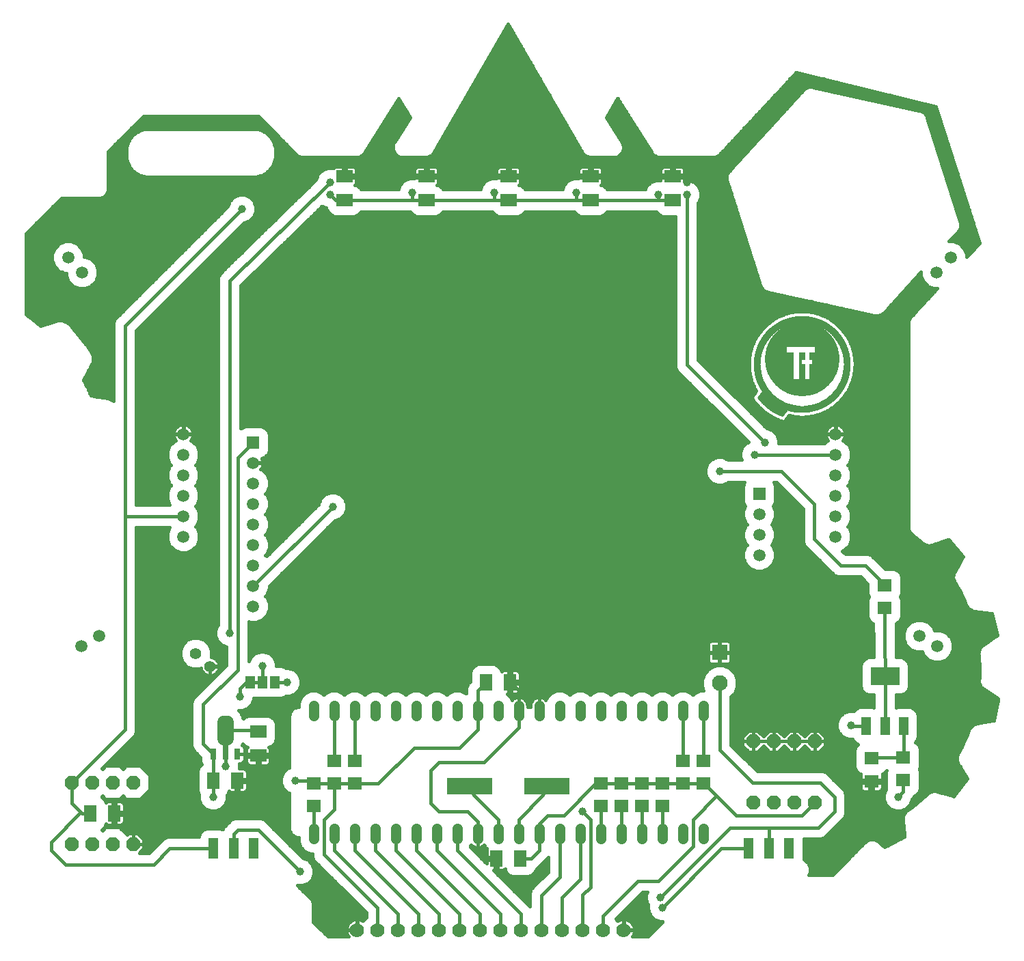
<source format=gbl>
G75*
%MOIN*%
%OFA0B0*%
%FSLAX25Y25*%
%IPPOS*%
%LPD*%
%AMOC8*
5,1,8,0,0,1.08239X$1,22.5*
%
%ADD10R,0.07874X0.05906*%
%ADD11R,0.05906X0.07874*%
%ADD12C,0.05200*%
%ADD13OC8,0.06800*%
%ADD14C,0.04756*%
%ADD15C,0.05000*%
%ADD16C,0.05937*%
%ADD17R,0.05937X0.05937*%
%ADD18R,0.07098X0.06299*%
%ADD19R,0.04600X0.06300*%
%ADD20C,0.01600*%
%ADD21R,0.07600X0.07600*%
%ADD22C,0.07600*%
%ADD23R,0.22047X0.08268*%
%ADD24R,0.04724X0.09843*%
%ADD25R,0.04800X0.08800*%
%ADD26R,0.14173X0.08661*%
%ADD27R,0.03150X0.05512*%
%ADD28R,0.03150X0.07480*%
%ADD29C,0.06000*%
%ADD30C,0.05543*%
%ADD31C,0.07000*%
%ADD32C,0.03962*%
%ADD33C,0.00100*%
D10*
X0210208Y0096894D03*
X0210208Y0108706D03*
X0252208Y0367894D03*
X0252208Y0379706D03*
X0292208Y0379706D03*
X0292208Y0367894D03*
X0332208Y0367894D03*
X0332208Y0379706D03*
X0372208Y0379706D03*
X0372208Y0367894D03*
X0412208Y0367894D03*
X0412208Y0379706D03*
D11*
X0333114Y0132800D03*
X0321303Y0132800D03*
X0200114Y0084800D03*
X0188303Y0084800D03*
X0140114Y0068800D03*
X0128303Y0068800D03*
X0326303Y0046800D03*
X0338114Y0046800D03*
D12*
X0451594Y0073954D03*
X0461594Y0073954D03*
X0471594Y0073954D03*
X0481594Y0073954D03*
X0481594Y0103954D03*
X0471594Y0103954D03*
X0461594Y0103954D03*
X0451594Y0103954D03*
X0149208Y0083800D03*
X0139208Y0083800D03*
X0129208Y0083800D03*
X0119208Y0083800D03*
X0119208Y0053800D03*
X0129208Y0053800D03*
X0139208Y0053800D03*
X0149208Y0053800D03*
D13*
X0149208Y0053800D03*
X0139208Y0053800D03*
X0129208Y0053800D03*
X0119208Y0053800D03*
X0119208Y0083800D03*
X0129208Y0083800D03*
X0139208Y0083800D03*
X0149208Y0083800D03*
X0451594Y0073954D03*
X0461594Y0073954D03*
X0471594Y0073954D03*
X0481594Y0073954D03*
X0481594Y0103954D03*
X0471594Y0103954D03*
X0461594Y0103954D03*
X0451594Y0103954D03*
D14*
X0427208Y0118800D03*
X0417208Y0118800D03*
X0407208Y0118800D03*
X0397208Y0118800D03*
X0387208Y0118800D03*
X0377208Y0118800D03*
X0367208Y0118800D03*
X0357208Y0118800D03*
X0347208Y0118800D03*
X0337208Y0118800D03*
X0327208Y0118800D03*
X0317208Y0118800D03*
X0307208Y0118800D03*
X0297208Y0118800D03*
X0287208Y0118800D03*
X0277208Y0118800D03*
X0267208Y0118800D03*
X0257208Y0118800D03*
X0247208Y0118800D03*
X0237208Y0118800D03*
X0237208Y0058800D03*
X0247208Y0058800D03*
X0257208Y0058800D03*
X0267208Y0058800D03*
X0277208Y0058800D03*
X0287208Y0058800D03*
X0297208Y0058800D03*
X0307208Y0058800D03*
X0317208Y0058800D03*
X0327208Y0058800D03*
X0337208Y0058800D03*
X0347208Y0058800D03*
X0357208Y0058800D03*
X0367208Y0058800D03*
X0377208Y0058800D03*
X0387208Y0058800D03*
X0397208Y0058800D03*
X0407208Y0058800D03*
X0417208Y0058800D03*
X0427208Y0058800D03*
D15*
X0427208Y0061300D02*
X0427208Y0056300D01*
X0417208Y0056300D02*
X0417208Y0061300D01*
X0407208Y0061300D02*
X0407208Y0056300D01*
X0397208Y0056300D02*
X0397208Y0061300D01*
X0387208Y0061300D02*
X0387208Y0056300D01*
X0377208Y0056300D02*
X0377208Y0061300D01*
X0367208Y0061300D02*
X0367208Y0056300D01*
X0357208Y0056300D02*
X0357208Y0061300D01*
X0347208Y0061300D02*
X0347208Y0056300D01*
X0337208Y0056300D02*
X0337208Y0061300D01*
X0327208Y0061300D02*
X0327208Y0056300D01*
X0317208Y0056300D02*
X0317208Y0061300D01*
X0307208Y0061300D02*
X0307208Y0056300D01*
X0297208Y0056300D02*
X0297208Y0061300D01*
X0287208Y0061300D02*
X0287208Y0056300D01*
X0277208Y0056300D02*
X0277208Y0061300D01*
X0267208Y0061300D02*
X0267208Y0056300D01*
X0257208Y0056300D02*
X0257208Y0061300D01*
X0247208Y0061300D02*
X0247208Y0056300D01*
X0237208Y0056300D02*
X0237208Y0061300D01*
X0237208Y0116300D02*
X0237208Y0121300D01*
X0247208Y0121300D02*
X0247208Y0116300D01*
X0257208Y0116300D02*
X0257208Y0121300D01*
X0267208Y0121300D02*
X0267208Y0116300D01*
X0277208Y0116300D02*
X0277208Y0121300D01*
X0287208Y0121300D02*
X0287208Y0116300D01*
X0297208Y0116300D02*
X0297208Y0121300D01*
X0307208Y0121300D02*
X0307208Y0116300D01*
X0317208Y0116300D02*
X0317208Y0121300D01*
X0327208Y0121300D02*
X0327208Y0116300D01*
X0337208Y0116300D02*
X0337208Y0121300D01*
X0347208Y0121300D02*
X0347208Y0116300D01*
X0357208Y0116300D02*
X0357208Y0121300D01*
X0367208Y0121300D02*
X0367208Y0116300D01*
X0377208Y0116300D02*
X0377208Y0121300D01*
X0387208Y0121300D02*
X0387208Y0116300D01*
X0397208Y0116300D02*
X0397208Y0121300D01*
X0407208Y0121300D02*
X0407208Y0116300D01*
X0417208Y0116300D02*
X0417208Y0121300D01*
X0427208Y0121300D02*
X0427208Y0116300D01*
D16*
X0435208Y0132300D03*
X0435208Y0147300D03*
X0454508Y0194800D03*
X0454508Y0204800D03*
X0454508Y0214800D03*
X0454508Y0224800D03*
X0491708Y0223800D03*
X0491708Y0213800D03*
X0491708Y0203800D03*
X0491708Y0233800D03*
X0491708Y0243800D03*
X0491708Y0253800D03*
X0541153Y0332681D03*
X0547884Y0340078D03*
X0532617Y0155383D03*
X0541269Y0150368D03*
X0388429Y0011792D03*
X0378429Y0011792D03*
X0368429Y0011792D03*
X0358429Y0011792D03*
X0348429Y0011792D03*
X0338429Y0011792D03*
X0328429Y0011792D03*
X0318429Y0011792D03*
X0308429Y0011792D03*
X0298429Y0011792D03*
X0288429Y0011792D03*
X0278429Y0011792D03*
X0268429Y0011792D03*
X0258429Y0011792D03*
X0124148Y0150368D03*
X0132799Y0155383D03*
X0173708Y0203800D03*
X0173708Y0213800D03*
X0173708Y0223800D03*
X0173708Y0233800D03*
X0173708Y0243800D03*
X0173708Y0253800D03*
X0207808Y0249800D03*
X0207808Y0239800D03*
X0207808Y0229800D03*
X0207808Y0219800D03*
X0207799Y0209800D03*
X0207808Y0199800D03*
X0207808Y0189800D03*
X0207808Y0179800D03*
X0207808Y0169800D03*
X0124263Y0332681D03*
X0117533Y0340078D03*
D17*
X0207808Y0249800D03*
X0454508Y0224800D03*
D18*
X0515638Y0180064D03*
X0515638Y0168867D03*
X0524767Y0096052D03*
X0509208Y0095595D03*
X0509208Y0084398D03*
X0524767Y0084855D03*
X0427208Y0083202D03*
X0417208Y0083202D03*
X0407208Y0083398D03*
X0397208Y0083398D03*
X0387208Y0083398D03*
X0377208Y0083398D03*
X0377208Y0072202D03*
X0387208Y0072202D03*
X0397208Y0072202D03*
X0407208Y0072202D03*
X0417208Y0094398D03*
X0427208Y0094398D03*
X0257208Y0094398D03*
X0247208Y0094398D03*
X0247208Y0083202D03*
X0257208Y0083202D03*
X0237208Y0083398D03*
X0237208Y0072202D03*
D19*
X0218208Y0132800D03*
X0212208Y0132800D03*
X0206208Y0132800D03*
D20*
X0109208Y0054800D02*
X0109208Y0050800D01*
X0116208Y0043800D01*
X0159208Y0043800D01*
X0167130Y0051721D01*
X0188366Y0051721D01*
X0198208Y0051721D02*
X0198208Y0049800D01*
X0198208Y0051721D02*
X0198208Y0058800D01*
X0200208Y0060800D01*
X0210208Y0060800D01*
X0230708Y0040300D01*
X0237489Y0040380D02*
X0242709Y0040380D01*
X0244307Y0038782D02*
X0237419Y0038782D01*
X0237489Y0038951D02*
X0237489Y0041649D01*
X0236457Y0044141D01*
X0234549Y0046049D01*
X0232057Y0047081D01*
X0231847Y0047081D01*
X0214956Y0063972D01*
X0213380Y0065547D01*
X0211322Y0066400D01*
X0199094Y0066400D01*
X0197036Y0065547D01*
X0195036Y0063547D01*
X0193461Y0061972D01*
X0193013Y0060891D01*
X0191683Y0061443D01*
X0185049Y0061443D01*
X0183285Y0060712D01*
X0181934Y0059361D01*
X0181204Y0057597D01*
X0181204Y0057321D01*
X0166016Y0057321D01*
X0163957Y0056469D01*
X0156889Y0049400D01*
X0152162Y0049400D01*
X0154408Y0051646D01*
X0154408Y0053800D01*
X0149208Y0053800D01*
X0149208Y0059000D01*
X0147054Y0059000D01*
X0146330Y0058275D01*
X0142605Y0062000D01*
X0135812Y0062000D01*
X0134208Y0060397D01*
X0133859Y0060746D01*
X0133974Y0060794D01*
X0135325Y0062144D01*
X0135913Y0063565D01*
X0136056Y0063423D01*
X0136466Y0063186D01*
X0136924Y0063063D01*
X0139437Y0063063D01*
X0139437Y0068124D01*
X0140790Y0068124D01*
X0140790Y0069476D01*
X0144867Y0069476D01*
X0144867Y0072974D01*
X0144744Y0073432D01*
X0144507Y0073842D01*
X0144172Y0074177D01*
X0143761Y0074414D01*
X0143304Y0074537D01*
X0140790Y0074537D01*
X0140790Y0069476D01*
X0139437Y0069476D01*
X0139437Y0074537D01*
X0136924Y0074537D01*
X0136466Y0074414D01*
X0136056Y0074177D01*
X0135913Y0074035D01*
X0135325Y0075456D01*
X0133974Y0076806D01*
X0133859Y0076854D01*
X0134208Y0077203D01*
X0135812Y0075600D01*
X0142605Y0075600D01*
X0144208Y0077203D01*
X0145812Y0075600D01*
X0152605Y0075600D01*
X0157408Y0080403D01*
X0157408Y0087197D01*
X0152605Y0092000D01*
X0145812Y0092000D01*
X0144208Y0090397D01*
X0142605Y0092000D01*
X0135812Y0092000D01*
X0134208Y0090397D01*
X0133966Y0090638D01*
X0149956Y0106628D01*
X0150808Y0108686D01*
X0150808Y0208200D01*
X0167122Y0208200D01*
X0165940Y0205345D01*
X0165940Y0202255D01*
X0167122Y0199399D01*
X0169308Y0197214D01*
X0172163Y0196031D01*
X0175254Y0196031D01*
X0178109Y0197214D01*
X0180294Y0199399D01*
X0181477Y0202255D01*
X0181477Y0205345D01*
X0180294Y0208200D01*
X0179695Y0208800D01*
X0180294Y0209399D01*
X0181477Y0212255D01*
X0181477Y0215345D01*
X0180294Y0218200D01*
X0179695Y0218800D01*
X0180294Y0219399D01*
X0181477Y0222255D01*
X0181477Y0225345D01*
X0180294Y0228200D01*
X0179695Y0228800D01*
X0180294Y0229399D01*
X0181477Y0232255D01*
X0181477Y0235345D01*
X0180294Y0238200D01*
X0179695Y0238800D01*
X0180294Y0239399D01*
X0181477Y0242255D01*
X0181477Y0245345D01*
X0180294Y0248200D01*
X0178109Y0250386D01*
X0177350Y0250700D01*
X0177787Y0251301D01*
X0178127Y0251970D01*
X0178359Y0252683D01*
X0178477Y0253425D01*
X0178477Y0253616D01*
X0173893Y0253616D01*
X0173893Y0253984D01*
X0178477Y0253984D01*
X0178477Y0254175D01*
X0178359Y0254917D01*
X0178127Y0255630D01*
X0177787Y0256299D01*
X0177345Y0256906D01*
X0176815Y0257437D01*
X0176208Y0257878D01*
X0175539Y0258219D01*
X0174825Y0258451D01*
X0174084Y0258568D01*
X0173893Y0258568D01*
X0173893Y0253984D01*
X0173524Y0253984D01*
X0173524Y0253616D01*
X0168940Y0253616D01*
X0168940Y0253425D01*
X0169057Y0252683D01*
X0169289Y0251970D01*
X0169630Y0251301D01*
X0170066Y0250700D01*
X0169308Y0250386D01*
X0167122Y0248200D01*
X0165940Y0245345D01*
X0165940Y0242255D01*
X0167122Y0239399D01*
X0167722Y0238800D01*
X0167122Y0238200D01*
X0165940Y0235345D01*
X0165940Y0232255D01*
X0167122Y0229399D01*
X0167722Y0228800D01*
X0167122Y0228200D01*
X0165940Y0225345D01*
X0165940Y0222255D01*
X0167122Y0219400D01*
X0150808Y0219400D01*
X0150808Y0304480D01*
X0203347Y0357019D01*
X0203557Y0357019D01*
X0206049Y0358051D01*
X0207957Y0359959D01*
X0208989Y0362451D01*
X0208989Y0365149D01*
X0207957Y0367641D01*
X0206049Y0369549D01*
X0203557Y0370581D01*
X0200859Y0370581D01*
X0198367Y0369549D01*
X0196460Y0367641D01*
X0195427Y0365149D01*
X0195427Y0364938D01*
X0142036Y0311547D01*
X0140461Y0309972D01*
X0139608Y0307914D01*
X0139608Y0270017D01*
X0139498Y0270071D01*
X0139312Y0270273D01*
X0138862Y0270480D01*
X0138461Y0270769D01*
X0138320Y0270802D01*
X0138248Y0270861D01*
X0137664Y0271032D01*
X0137299Y0271200D01*
X0137254Y0271229D01*
X0137224Y0271235D01*
X0137112Y0271286D01*
X0136895Y0271295D01*
X0136554Y0271357D01*
X0136446Y0271389D01*
X0136327Y0271455D01*
X0136156Y0271474D01*
X0135871Y0271557D01*
X0135637Y0271532D01*
X0135535Y0271544D01*
X0134751Y0271687D01*
X0134605Y0271656D01*
X0128667Y0272577D01*
X0128341Y0273305D01*
X0127998Y0274112D01*
X0127997Y0274114D01*
X0127989Y0274133D01*
X0127981Y0274150D01*
X0127980Y0274152D01*
X0127606Y0274945D01*
X0127249Y0275742D01*
X0127249Y0275744D01*
X0127241Y0275760D01*
X0127231Y0275783D01*
X0127229Y0275785D01*
X0126842Y0276568D01*
X0126471Y0277355D01*
X0126470Y0277358D01*
X0126459Y0277379D01*
X0126450Y0277399D01*
X0126448Y0277400D01*
X0126048Y0278173D01*
X0125663Y0278952D01*
X0125662Y0278955D01*
X0125650Y0278977D01*
X0125640Y0278997D01*
X0125639Y0278998D01*
X0125224Y0279762D01*
X0124873Y0280440D01*
X0127859Y0285668D01*
X0127973Y0285762D01*
X0128351Y0286466D01*
X0128404Y0286551D01*
X0139608Y0286551D01*
X0139608Y0288149D02*
X0129203Y0288149D01*
X0129181Y0288057D02*
X0129277Y0288449D01*
X0129506Y0289012D01*
X0129506Y0289106D01*
X0129568Y0289237D01*
X0129591Y0289731D01*
X0129709Y0290212D01*
X0129667Y0290485D01*
X0129735Y0290794D01*
X0129661Y0291205D01*
X0129681Y0291622D01*
X0129556Y0291969D01*
X0129553Y0292336D01*
X0129389Y0292724D01*
X0129314Y0293139D01*
X0129140Y0293412D01*
X0129083Y0293691D01*
X0128806Y0294100D01*
X0128614Y0294555D01*
X0128387Y0294778D01*
X0128134Y0295095D01*
X0127702Y0295735D01*
X0127536Y0295845D01*
X0119483Y0305939D01*
X0119412Y0306126D01*
X0118885Y0306689D01*
X0118630Y0307009D01*
X0118464Y0307277D01*
X0118063Y0307565D01*
X0117726Y0307925D01*
X0117466Y0308042D01*
X0117240Y0308273D01*
X0116851Y0308437D01*
X0116509Y0308684D01*
X0116152Y0308768D01*
X0115841Y0308967D01*
X0115430Y0309040D01*
X0115047Y0309202D01*
X0114730Y0309205D01*
X0114473Y0309306D01*
X0113978Y0309298D01*
X0113490Y0309385D01*
X0113349Y0309354D01*
X0113258Y0309375D01*
X0112659Y0309276D01*
X0112255Y0309269D01*
X0112204Y0309276D01*
X0112176Y0309268D01*
X0112052Y0309266D01*
X0111852Y0309179D01*
X0111517Y0309087D01*
X0111409Y0309069D01*
X0111272Y0309077D01*
X0111109Y0309019D01*
X0110814Y0308971D01*
X0110614Y0308846D01*
X0110519Y0308813D01*
X0109750Y0308601D01*
X0109633Y0308510D01*
X0103874Y0306761D01*
X0103313Y0307228D01*
X0102662Y0307812D01*
X0102574Y0307843D01*
X0101335Y0308873D01*
X0101289Y0308954D01*
X0100596Y0309488D01*
X0099924Y0310048D01*
X0099834Y0310075D01*
X0098555Y0311062D01*
X0098504Y0311142D01*
X0097793Y0311649D01*
X0097102Y0312182D01*
X0097017Y0312205D01*
X0097017Y0351791D01*
X0114176Y0368950D01*
X0133132Y0368950D01*
X0134915Y0369688D01*
X0136279Y0371053D01*
X0137017Y0372835D01*
X0137017Y0391791D01*
X0154177Y0408950D01*
X0210158Y0408950D01*
X0229420Y0389688D01*
X0231203Y0388950D01*
X0257483Y0388950D01*
X0258030Y0388857D01*
X0258439Y0388950D01*
X0258858Y0388950D01*
X0259371Y0389162D01*
X0259911Y0389285D01*
X0260253Y0389528D01*
X0260641Y0389688D01*
X0261033Y0390080D01*
X0261485Y0390401D01*
X0261709Y0390756D01*
X0262005Y0391053D01*
X0262217Y0391565D01*
X0278699Y0417761D01*
X0284170Y0408427D01*
X0276954Y0396836D01*
X0276665Y0396547D01*
X0276449Y0396025D01*
X0276150Y0395544D01*
X0276083Y0395142D01*
X0275927Y0394765D01*
X0275927Y0394199D01*
X0275834Y0393641D01*
X0275927Y0393243D01*
X0275927Y0392835D01*
X0276143Y0392313D01*
X0276271Y0391762D01*
X0276509Y0391430D01*
X0276665Y0391053D01*
X0277065Y0390653D01*
X0277394Y0390193D01*
X0277741Y0389977D01*
X0278029Y0389688D01*
X0278552Y0389472D01*
X0279032Y0389173D01*
X0279435Y0389106D01*
X0279812Y0388950D01*
X0280378Y0388950D01*
X0280936Y0388858D01*
X0281333Y0388950D01*
X0291324Y0388950D01*
X0291961Y0388865D01*
X0292281Y0388950D01*
X0292611Y0388950D01*
X0293205Y0389196D01*
X0293826Y0389361D01*
X0294088Y0389562D01*
X0294394Y0389688D01*
X0294848Y0390143D01*
X0295359Y0390533D01*
X0295524Y0390819D01*
X0295758Y0391053D01*
X0296004Y0391646D01*
X0332078Y0453877D01*
X0368149Y0391646D01*
X0368395Y0391053D01*
X0368628Y0390819D01*
X0368794Y0390533D01*
X0369305Y0390143D01*
X0369759Y0389688D01*
X0370064Y0389562D01*
X0370327Y0389361D01*
X0370948Y0389196D01*
X0371542Y0388950D01*
X0371872Y0388950D01*
X0372191Y0388865D01*
X0372828Y0388950D01*
X0382822Y0388950D01*
X0383219Y0388858D01*
X0383777Y0388950D01*
X0384343Y0388950D01*
X0384720Y0389106D01*
X0385123Y0389173D01*
X0385603Y0389472D01*
X0386126Y0389688D01*
X0386414Y0389977D01*
X0386761Y0390193D01*
X0387090Y0390653D01*
X0387490Y0391053D01*
X0387646Y0391430D01*
X0387884Y0391762D01*
X0388012Y0392313D01*
X0388228Y0392835D01*
X0388228Y0393243D01*
X0388321Y0393641D01*
X0388228Y0394199D01*
X0388228Y0394765D01*
X0388072Y0395142D01*
X0388005Y0395544D01*
X0387706Y0396025D01*
X0387490Y0396547D01*
X0387201Y0396836D01*
X0379984Y0408427D01*
X0385455Y0417761D01*
X0401937Y0391565D01*
X0402149Y0391053D01*
X0402445Y0390756D01*
X0402669Y0390401D01*
X0403121Y0390080D01*
X0403513Y0389688D01*
X0403901Y0389528D01*
X0404243Y0389285D01*
X0404784Y0389162D01*
X0405295Y0388950D01*
X0405715Y0388950D01*
X0406125Y0388857D01*
X0406671Y0388950D01*
X0430831Y0388950D01*
X0430914Y0388919D01*
X0431793Y0388950D01*
X0432672Y0388950D01*
X0432754Y0388984D01*
X0432843Y0388987D01*
X0433643Y0389352D01*
X0434455Y0389688D01*
X0434517Y0389751D01*
X0434598Y0389788D01*
X0435197Y0390431D01*
X0435819Y0391053D01*
X0435853Y0391135D01*
X0472540Y0430505D01*
X0540553Y0413742D01*
X0562068Y0347082D01*
X0555652Y0340196D01*
X0555652Y0341623D01*
X0554469Y0344478D01*
X0552284Y0346663D01*
X0549429Y0347846D01*
X0547047Y0347846D01*
X0551274Y0352477D01*
X0551769Y0352894D01*
X0551919Y0353184D01*
X0552139Y0353425D01*
X0552359Y0354033D01*
X0552656Y0354607D01*
X0552684Y0354932D01*
X0552795Y0355239D01*
X0552766Y0355885D01*
X0552821Y0356530D01*
X0552722Y0356841D01*
X0552707Y0357167D01*
X0552433Y0357752D01*
X0536457Y0408088D01*
X0536343Y0408725D01*
X0536168Y0408999D01*
X0536069Y0409310D01*
X0535652Y0409805D01*
X0535304Y0410350D01*
X0535036Y0410537D01*
X0534826Y0410786D01*
X0534252Y0411084D01*
X0533721Y0411454D01*
X0533402Y0411524D01*
X0533113Y0411674D01*
X0532468Y0411729D01*
X0480887Y0423059D01*
X0480278Y0423279D01*
X0479952Y0423265D01*
X0479634Y0423335D01*
X0478997Y0423221D01*
X0478351Y0423192D01*
X0478055Y0423053D01*
X0477734Y0422996D01*
X0477189Y0422647D01*
X0476604Y0422373D01*
X0476384Y0422132D01*
X0476109Y0421956D01*
X0475739Y0421426D01*
X0440134Y0382421D01*
X0439639Y0382005D01*
X0439489Y0381715D01*
X0439270Y0381474D01*
X0439049Y0380866D01*
X0438752Y0380291D01*
X0438724Y0379967D01*
X0438613Y0379660D01*
X0438643Y0379014D01*
X0438587Y0378369D01*
X0438686Y0378058D01*
X0438701Y0377732D01*
X0438975Y0377147D01*
X0454954Y0326809D01*
X0455068Y0326172D01*
X0455243Y0325898D01*
X0455342Y0325587D01*
X0455759Y0325092D01*
X0456107Y0324547D01*
X0456375Y0324361D01*
X0456585Y0324111D01*
X0457159Y0323814D01*
X0457690Y0323444D01*
X0458009Y0323374D01*
X0458298Y0323223D01*
X0458943Y0323168D01*
X0510525Y0311838D01*
X0511133Y0311618D01*
X0511459Y0311633D01*
X0511777Y0311563D01*
X0512414Y0311677D01*
X0513060Y0311706D01*
X0513356Y0311845D01*
X0513677Y0311902D01*
X0514222Y0312250D01*
X0514807Y0312525D01*
X0515027Y0312766D01*
X0515302Y0312942D01*
X0515672Y0313472D01*
X0533385Y0332878D01*
X0533385Y0331136D01*
X0534568Y0328281D01*
X0536753Y0326096D01*
X0539608Y0324913D01*
X0541411Y0324913D01*
X0528677Y0311247D01*
X0528056Y0310625D01*
X0528022Y0310543D01*
X0527961Y0310478D01*
X0527654Y0309655D01*
X0527317Y0308843D01*
X0527317Y0308754D01*
X0527286Y0308671D01*
X0527317Y0307792D01*
X0527317Y0209237D01*
X0527237Y0208950D01*
X0527317Y0208280D01*
X0527317Y0207606D01*
X0527432Y0207330D01*
X0527467Y0207034D01*
X0527798Y0206447D01*
X0528056Y0205824D01*
X0528267Y0205613D01*
X0528413Y0205352D01*
X0528943Y0204936D01*
X0529420Y0204459D01*
X0529696Y0204345D01*
X0530442Y0203759D01*
X0531660Y0202767D01*
X0532857Y0201754D01*
X0533808Y0200919D01*
X0534208Y0200450D01*
X0534526Y0200288D01*
X0534794Y0200053D01*
X0535378Y0199854D01*
X0535927Y0199574D01*
X0536283Y0199546D01*
X0536621Y0199431D01*
X0537236Y0199471D01*
X0537851Y0199423D01*
X0538190Y0199533D01*
X0538546Y0199556D01*
X0539099Y0199828D01*
X0546423Y0202207D01*
X0546530Y0202203D01*
X0546917Y0202347D01*
X0553855Y0193981D01*
X0553641Y0193625D01*
X0553626Y0193522D01*
X0549938Y0186770D01*
X0549569Y0186277D01*
X0549480Y0185931D01*
X0549309Y0185619D01*
X0549243Y0185005D01*
X0549091Y0184407D01*
X0549141Y0184055D01*
X0549103Y0183700D01*
X0549277Y0183108D01*
X0549364Y0182497D01*
X0549546Y0182191D01*
X0549646Y0181849D01*
X0550034Y0181368D01*
X0550682Y0180274D01*
X0551461Y0178904D01*
X0552212Y0177518D01*
X0552939Y0176117D01*
X0553640Y0174700D01*
X0554314Y0173269D01*
X0554962Y0171822D01*
X0555464Y0170640D01*
X0555621Y0170046D01*
X0555838Y0169761D01*
X0555978Y0169430D01*
X0556417Y0169000D01*
X0556789Y0168511D01*
X0557099Y0168330D01*
X0557355Y0168079D01*
X0557925Y0167849D01*
X0558456Y0167539D01*
X0558812Y0167491D01*
X0559145Y0167357D01*
X0559759Y0167362D01*
X0567368Y0166329D01*
X0567462Y0166280D01*
X0567879Y0166241D01*
X0570498Y0155696D01*
X0570154Y0155472D01*
X0570093Y0155382D01*
X0563823Y0150888D01*
X0563272Y0150602D01*
X0563046Y0150332D01*
X0562759Y0150126D01*
X0562431Y0149599D01*
X0562032Y0149123D01*
X0561926Y0148787D01*
X0561740Y0148488D01*
X0561639Y0147875D01*
X0561453Y0147283D01*
X0561484Y0146932D01*
X0561426Y0146584D01*
X0561567Y0145979D01*
X0561679Y0144706D01*
X0561792Y0143129D01*
X0561875Y0141558D01*
X0561923Y0139987D01*
X0561935Y0138420D01*
X0561912Y0136850D01*
X0561860Y0135273D01*
X0561798Y0134002D01*
X0561681Y0133394D01*
X0561752Y0133047D01*
X0561734Y0132692D01*
X0561943Y0132110D01*
X0562067Y0131504D01*
X0562265Y0131210D01*
X0562385Y0130876D01*
X0562801Y0130418D01*
X0563147Y0129905D01*
X0563443Y0129710D01*
X0563681Y0129447D01*
X0564241Y0129182D01*
X0570677Y0124930D01*
X0570741Y0124842D01*
X0571095Y0124630D01*
X0568882Y0113991D01*
X0568470Y0113937D01*
X0568379Y0113884D01*
X0560809Y0112560D01*
X0560194Y0112542D01*
X0559867Y0112395D01*
X0559515Y0112334D01*
X0558995Y0112004D01*
X0558434Y0111752D01*
X0558188Y0111491D01*
X0557886Y0111299D01*
X0557532Y0110796D01*
X0557110Y0110348D01*
X0556983Y0110013D01*
X0556777Y0109720D01*
X0556643Y0109120D01*
X0556186Y0107919D01*
X0555595Y0106450D01*
X0554976Y0104995D01*
X0554330Y0103552D01*
X0553659Y0102125D01*
X0552960Y0100712D01*
X0552236Y0099314D01*
X0551629Y0098195D01*
X0551260Y0097699D01*
X0551173Y0097355D01*
X0551004Y0097043D01*
X0550939Y0096428D01*
X0550788Y0095828D01*
X0550840Y0095477D01*
X0550803Y0095124D01*
X0550978Y0094531D01*
X0551068Y0093919D01*
X0551250Y0093614D01*
X0551351Y0093274D01*
X0551740Y0092794D01*
X0555687Y0086186D01*
X0555706Y0086084D01*
X0555934Y0085735D01*
X0549322Y0077111D01*
X0548932Y0077240D01*
X0548824Y0077232D01*
X0541431Y0079322D01*
X0540891Y0079568D01*
X0540511Y0079582D01*
X0540146Y0079685D01*
X0539556Y0079616D01*
X0538963Y0079637D01*
X0538607Y0079504D01*
X0538229Y0079459D01*
X0537711Y0079170D01*
X0537155Y0078962D01*
X0536877Y0078703D01*
X0536545Y0078518D01*
X0536178Y0078052D01*
X0534073Y0076092D01*
X0531686Y0074026D01*
X0529223Y0072054D01*
X0526912Y0070343D01*
X0526391Y0070070D01*
X0526144Y0069775D01*
X0525834Y0069546D01*
X0525531Y0069041D01*
X0525154Y0068590D01*
X0525039Y0068222D01*
X0524841Y0067892D01*
X0524754Y0067310D01*
X0524578Y0066748D01*
X0524613Y0066364D01*
X0524556Y0065983D01*
X0524698Y0065412D01*
X0525382Y0057793D01*
X0525355Y0057692D01*
X0525409Y0057279D01*
X0515710Y0052376D01*
X0515410Y0052664D01*
X0515312Y0052703D01*
X0512976Y0054770D01*
X0512401Y0055346D01*
X0512258Y0055406D01*
X0512141Y0055509D01*
X0511371Y0055774D01*
X0510620Y0056086D01*
X0510464Y0056086D01*
X0510316Y0056137D01*
X0509504Y0056088D01*
X0508690Y0056089D01*
X0508546Y0056029D01*
X0508391Y0056020D01*
X0507659Y0055663D01*
X0506907Y0055352D01*
X0506796Y0055242D01*
X0506656Y0055174D01*
X0506117Y0054564D01*
X0490163Y0038649D01*
X0478777Y0038649D01*
X0479166Y0039587D01*
X0479166Y0042202D01*
X0478165Y0044617D01*
X0476317Y0046466D01*
X0476213Y0046509D01*
X0476213Y0056200D01*
X0484322Y0056200D01*
X0486380Y0057053D01*
X0487956Y0058628D01*
X0495956Y0066628D01*
X0496808Y0068686D01*
X0496808Y0077914D01*
X0495956Y0079972D01*
X0494380Y0081547D01*
X0487380Y0088547D01*
X0485322Y0089400D01*
X0453528Y0089400D01*
X0440808Y0102120D01*
X0440808Y0125738D01*
X0442499Y0127428D01*
X0443808Y0130589D01*
X0443808Y0134011D01*
X0442499Y0137172D01*
X0440080Y0139591D01*
X0436919Y0140900D01*
X0433498Y0140900D01*
X0430337Y0139591D01*
X0427918Y0137172D01*
X0426608Y0134011D01*
X0426608Y0130589D01*
X0427432Y0128600D01*
X0425756Y0128600D01*
X0423073Y0127489D01*
X0422208Y0126624D01*
X0421343Y0127489D01*
X0418660Y0128600D01*
X0415756Y0128600D01*
X0413073Y0127489D01*
X0412208Y0126624D01*
X0411343Y0127489D01*
X0408660Y0128600D01*
X0405756Y0128600D01*
X0403073Y0127489D01*
X0402208Y0126624D01*
X0401343Y0127489D01*
X0398660Y0128600D01*
X0395756Y0128600D01*
X0393073Y0127489D01*
X0392208Y0126624D01*
X0391343Y0127489D01*
X0388660Y0128600D01*
X0385756Y0128600D01*
X0383073Y0127489D01*
X0382208Y0126624D01*
X0381343Y0127489D01*
X0378660Y0128600D01*
X0375756Y0128600D01*
X0373073Y0127489D01*
X0372208Y0126624D01*
X0371343Y0127489D01*
X0368660Y0128600D01*
X0365756Y0128600D01*
X0363073Y0127489D01*
X0362208Y0126624D01*
X0361343Y0127489D01*
X0358660Y0128600D01*
X0355756Y0128600D01*
X0353073Y0127489D01*
X0351020Y0125435D01*
X0350473Y0124116D01*
X0350010Y0124580D01*
X0349462Y0124978D01*
X0348859Y0125285D01*
X0348215Y0125494D01*
X0347547Y0125600D01*
X0347208Y0125600D01*
X0346870Y0125600D01*
X0346201Y0125494D01*
X0345558Y0125285D01*
X0344955Y0124978D01*
X0344407Y0124580D01*
X0343928Y0124101D01*
X0343531Y0123554D01*
X0343223Y0122951D01*
X0343014Y0122307D01*
X0342908Y0121638D01*
X0342908Y0120600D01*
X0341508Y0120600D01*
X0341508Y0121638D01*
X0341402Y0122307D01*
X0341193Y0122951D01*
X0340886Y0123554D01*
X0340488Y0124101D01*
X0340010Y0124580D01*
X0339462Y0124978D01*
X0338859Y0125285D01*
X0338215Y0125494D01*
X0337547Y0125600D01*
X0337208Y0125600D01*
X0336870Y0125600D01*
X0336201Y0125494D01*
X0335558Y0125285D01*
X0334955Y0124978D01*
X0334407Y0124580D01*
X0333943Y0124116D01*
X0333397Y0125435D01*
X0331769Y0127063D01*
X0332437Y0127063D01*
X0332437Y0132124D01*
X0333790Y0132124D01*
X0333790Y0133476D01*
X0337867Y0133476D01*
X0337867Y0136974D01*
X0337744Y0137432D01*
X0337507Y0137842D01*
X0337172Y0138177D01*
X0336761Y0138414D01*
X0336304Y0138537D01*
X0333790Y0138537D01*
X0333790Y0133476D01*
X0332437Y0133476D01*
X0332437Y0138537D01*
X0329924Y0138537D01*
X0329466Y0138414D01*
X0329056Y0138177D01*
X0328913Y0138035D01*
X0328325Y0139456D01*
X0326974Y0140806D01*
X0325210Y0141537D01*
X0317395Y0141537D01*
X0315631Y0140806D01*
X0314281Y0139456D01*
X0313550Y0137692D01*
X0313550Y0132967D01*
X0312461Y0131878D01*
X0311608Y0129819D01*
X0311608Y0127224D01*
X0311343Y0127489D01*
X0308660Y0128600D01*
X0305756Y0128600D01*
X0303073Y0127489D01*
X0302208Y0126624D01*
X0301343Y0127489D01*
X0298660Y0128600D01*
X0295756Y0128600D01*
X0293073Y0127489D01*
X0292208Y0126624D01*
X0291343Y0127489D01*
X0288660Y0128600D01*
X0285756Y0128600D01*
X0283073Y0127489D01*
X0282208Y0126624D01*
X0281343Y0127489D01*
X0278660Y0128600D01*
X0275756Y0128600D01*
X0273073Y0127489D01*
X0272208Y0126624D01*
X0271343Y0127489D01*
X0268660Y0128600D01*
X0265756Y0128600D01*
X0263073Y0127489D01*
X0262208Y0126624D01*
X0261343Y0127489D01*
X0258660Y0128600D01*
X0255756Y0128600D01*
X0253073Y0127489D01*
X0252208Y0126624D01*
X0251343Y0127489D01*
X0248660Y0128600D01*
X0245756Y0128600D01*
X0243073Y0127489D01*
X0242208Y0126624D01*
X0241343Y0127489D01*
X0238660Y0128600D01*
X0235756Y0128600D01*
X0233073Y0127489D01*
X0231020Y0125435D01*
X0229908Y0122752D01*
X0229908Y0120600D01*
X0229253Y0120600D01*
X0227489Y0119869D01*
X0226139Y0118519D01*
X0225408Y0116755D01*
X0225408Y0090980D01*
X0224367Y0090549D01*
X0222460Y0088641D01*
X0221427Y0086149D01*
X0221427Y0083451D01*
X0222460Y0080959D01*
X0224367Y0079051D01*
X0225408Y0078620D01*
X0225408Y0060845D01*
X0226139Y0059081D01*
X0227489Y0057731D01*
X0229253Y0057000D01*
X0229908Y0057000D01*
X0229908Y0054848D01*
X0231020Y0052165D01*
X0233073Y0050111D01*
X0235756Y0049000D01*
X0236608Y0049000D01*
X0236608Y0047686D01*
X0237461Y0045628D01*
X0239036Y0044053D01*
X0262829Y0020260D01*
X0262829Y0017930D01*
X0261392Y0016494D01*
X0261296Y0016260D01*
X0261207Y0016325D01*
X0260463Y0016704D01*
X0259670Y0016962D01*
X0258846Y0017092D01*
X0258613Y0017092D01*
X0258613Y0011976D01*
X0258244Y0011976D01*
X0258244Y0011608D01*
X0253129Y0011608D01*
X0253129Y0011375D01*
X0253259Y0010551D01*
X0253517Y0009758D01*
X0253896Y0009014D01*
X0254160Y0008650D01*
X0244177Y0008650D01*
X0237018Y0015809D01*
X0237018Y0022836D01*
X0237019Y0022836D02*
X0237018Y0023799D01*
X0237018Y0024765D01*
X0237018Y0024765D01*
X0237018Y0024765D01*
X0236656Y0025639D01*
X0236280Y0026547D01*
X0236280Y0026548D01*
X0235603Y0027225D01*
X0234916Y0027912D01*
X0234916Y0027912D01*
X0229270Y0033556D01*
X0229359Y0033519D01*
X0232057Y0033519D01*
X0234549Y0034551D01*
X0236457Y0036459D01*
X0237489Y0038951D01*
X0236757Y0037183D02*
X0245906Y0037183D01*
X0247504Y0035585D02*
X0235583Y0035585D01*
X0233185Y0033986D02*
X0249103Y0033986D01*
X0250701Y0032388D02*
X0230439Y0032388D01*
X0232038Y0030789D02*
X0252300Y0030789D01*
X0253898Y0029191D02*
X0233636Y0029191D01*
X0235235Y0027592D02*
X0255497Y0027592D01*
X0257095Y0025994D02*
X0236510Y0025994D01*
X0236280Y0026548D02*
X0236280Y0026548D01*
X0237018Y0024395D02*
X0258694Y0024395D01*
X0260292Y0022797D02*
X0237018Y0022797D01*
X0237018Y0022836D02*
X0237019Y0022836D01*
X0237018Y0021198D02*
X0261891Y0021198D01*
X0262829Y0019599D02*
X0237018Y0019599D01*
X0237018Y0018001D02*
X0262829Y0018001D01*
X0261355Y0016402D02*
X0261055Y0016402D01*
X0258613Y0016402D02*
X0258244Y0016402D01*
X0258244Y0017092D02*
X0258012Y0017092D01*
X0257188Y0016962D01*
X0256394Y0016704D01*
X0255651Y0016325D01*
X0254976Y0015835D01*
X0254386Y0015245D01*
X0253896Y0014570D01*
X0253517Y0013827D01*
X0253259Y0013033D01*
X0253129Y0012209D01*
X0253129Y0011976D01*
X0258244Y0011976D01*
X0258244Y0017092D01*
X0258244Y0014804D02*
X0258613Y0014804D01*
X0258613Y0013205D02*
X0258244Y0013205D01*
X0255803Y0016402D02*
X0237018Y0016402D01*
X0238023Y0014804D02*
X0254066Y0014804D01*
X0253315Y0013205D02*
X0239622Y0013205D01*
X0241220Y0011607D02*
X0253129Y0011607D01*
X0253436Y0010008D02*
X0242819Y0010008D01*
X0268429Y0011792D02*
X0268429Y0022580D01*
X0242208Y0048800D01*
X0242208Y0065800D01*
X0247208Y0070800D01*
X0247208Y0083202D01*
X0237208Y0083398D01*
X0236807Y0084800D01*
X0228208Y0084800D01*
X0222053Y0081941D02*
X0204867Y0081941D01*
X0204867Y0080626D02*
X0204867Y0084124D01*
X0200790Y0084124D01*
X0200790Y0085476D01*
X0204867Y0085476D01*
X0204867Y0088974D01*
X0204744Y0089432D01*
X0204507Y0089842D01*
X0204172Y0090177D01*
X0203761Y0090414D01*
X0203304Y0090537D01*
X0200989Y0090537D01*
X0200989Y0093149D01*
X0200981Y0093169D01*
X0201929Y0093169D01*
X0202387Y0093292D01*
X0202798Y0093529D01*
X0203133Y0093864D01*
X0203370Y0094275D01*
X0203493Y0094732D01*
X0203493Y0097725D01*
X0200591Y0097725D01*
X0200591Y0097725D01*
X0203493Y0097725D01*
X0203493Y0100718D01*
X0203370Y0101176D01*
X0203133Y0101586D01*
X0202798Y0101921D01*
X0202450Y0102122D01*
X0202644Y0102591D01*
X0203552Y0101684D01*
X0204973Y0101095D01*
X0204831Y0100952D01*
X0204594Y0100542D01*
X0204471Y0100084D01*
X0204471Y0097571D01*
X0209532Y0097571D01*
X0209532Y0096218D01*
X0210885Y0096218D01*
X0210885Y0097571D01*
X0215945Y0097571D01*
X0215945Y0100084D01*
X0215823Y0100542D01*
X0215586Y0100952D01*
X0215443Y0101095D01*
X0216864Y0101684D01*
X0218215Y0103034D01*
X0218945Y0104798D01*
X0218945Y0112613D01*
X0218215Y0114377D01*
X0216864Y0115727D01*
X0215100Y0116458D01*
X0205316Y0116458D01*
X0203552Y0115727D01*
X0202949Y0115124D01*
X0201829Y0117829D01*
X0200638Y0119019D01*
X0202557Y0119019D01*
X0205049Y0120051D01*
X0206957Y0121959D01*
X0207989Y0124451D01*
X0207989Y0124850D01*
X0221463Y0124850D01*
X0223227Y0125581D01*
X0223665Y0126019D01*
X0225557Y0126019D01*
X0228049Y0127051D01*
X0229957Y0128959D01*
X0230989Y0131451D01*
X0230989Y0134149D01*
X0229957Y0136641D01*
X0228049Y0138549D01*
X0225557Y0139581D01*
X0223665Y0139581D01*
X0223227Y0140019D01*
X0221463Y0140750D01*
X0218989Y0140750D01*
X0218989Y0142149D01*
X0217957Y0144641D01*
X0216049Y0146549D01*
X0213557Y0147581D01*
X0210859Y0147581D01*
X0208367Y0146549D01*
X0206460Y0144641D01*
X0205808Y0143069D01*
X0205808Y0162220D01*
X0206263Y0162031D01*
X0209354Y0162031D01*
X0212209Y0163214D01*
X0214394Y0165399D01*
X0215577Y0168255D01*
X0215577Y0171345D01*
X0214394Y0174200D01*
X0213795Y0174800D01*
X0214394Y0175399D01*
X0215577Y0178255D01*
X0215577Y0179649D01*
X0247647Y0211719D01*
X0247857Y0211719D01*
X0250349Y0212751D01*
X0252257Y0214659D01*
X0253289Y0217151D01*
X0253289Y0219849D01*
X0252257Y0222341D01*
X0250349Y0224249D01*
X0247857Y0225281D01*
X0245159Y0225281D01*
X0242667Y0224249D01*
X0240760Y0222341D01*
X0239727Y0219849D01*
X0239727Y0219638D01*
X0214342Y0194253D01*
X0213795Y0194800D01*
X0214394Y0195399D01*
X0215577Y0198255D01*
X0215577Y0201345D01*
X0214394Y0204200D01*
X0213790Y0204805D01*
X0214385Y0205399D01*
X0215567Y0208255D01*
X0215567Y0211345D01*
X0214385Y0214200D01*
X0213790Y0214795D01*
X0214394Y0215399D01*
X0215577Y0218255D01*
X0215577Y0221345D01*
X0214394Y0224200D01*
X0213795Y0224800D01*
X0214394Y0225399D01*
X0215577Y0228255D01*
X0215577Y0231345D01*
X0214394Y0234200D01*
X0212209Y0236386D01*
X0211450Y0236700D01*
X0211887Y0237301D01*
X0212227Y0237970D01*
X0212459Y0238683D01*
X0212577Y0239425D01*
X0212577Y0239616D01*
X0207993Y0239616D01*
X0207993Y0239984D01*
X0212577Y0239984D01*
X0212577Y0240175D01*
X0212459Y0240917D01*
X0212227Y0241630D01*
X0211972Y0242131D01*
X0213496Y0242762D01*
X0214846Y0244113D01*
X0215577Y0245877D01*
X0215577Y0253723D01*
X0214846Y0255487D01*
X0213496Y0256838D01*
X0211732Y0257568D01*
X0203885Y0257568D01*
X0202121Y0256838D01*
X0201808Y0256525D01*
X0201808Y0326447D01*
X0241293Y0365125D01*
X0241367Y0365051D01*
X0243471Y0364180D01*
X0243471Y0363987D01*
X0244202Y0362223D01*
X0245552Y0360872D01*
X0247316Y0360142D01*
X0257100Y0360142D01*
X0258864Y0360872D01*
X0260215Y0362223D01*
X0260244Y0362294D01*
X0284172Y0362294D01*
X0284202Y0362223D01*
X0285552Y0360872D01*
X0287316Y0360142D01*
X0297100Y0360142D01*
X0298864Y0360872D01*
X0300215Y0362223D01*
X0300244Y0362294D01*
X0324172Y0362294D01*
X0324202Y0362223D01*
X0325552Y0360872D01*
X0327316Y0360142D01*
X0337100Y0360142D01*
X0338864Y0360872D01*
X0340215Y0362223D01*
X0340244Y0362294D01*
X0364172Y0362294D01*
X0364202Y0362223D01*
X0365552Y0360872D01*
X0367316Y0360142D01*
X0377100Y0360142D01*
X0378864Y0360872D01*
X0380215Y0362223D01*
X0380244Y0362294D01*
X0404172Y0362294D01*
X0404202Y0362223D01*
X0405552Y0360872D01*
X0407316Y0360142D01*
X0413608Y0360142D01*
X0413608Y0286686D01*
X0414461Y0284628D01*
X0449196Y0249892D01*
X0448367Y0249549D01*
X0446460Y0247641D01*
X0445427Y0245149D01*
X0445427Y0242451D01*
X0445863Y0241400D01*
X0439198Y0241400D01*
X0439049Y0241549D01*
X0436557Y0242581D01*
X0433859Y0242581D01*
X0431367Y0241549D01*
X0429460Y0239641D01*
X0428427Y0237149D01*
X0428427Y0234451D01*
X0429460Y0231959D01*
X0431367Y0230051D01*
X0433859Y0229019D01*
X0436557Y0229019D01*
X0439049Y0230051D01*
X0439198Y0230200D01*
X0447351Y0230200D01*
X0446740Y0228723D01*
X0446740Y0220877D01*
X0447471Y0219113D01*
X0447764Y0218819D01*
X0446740Y0216345D01*
X0446740Y0213255D01*
X0447922Y0210399D01*
X0448522Y0209800D01*
X0447922Y0209200D01*
X0446740Y0206345D01*
X0446740Y0203255D01*
X0447922Y0200399D01*
X0448522Y0199800D01*
X0447922Y0199200D01*
X0446740Y0196345D01*
X0446740Y0193255D01*
X0447922Y0190399D01*
X0450108Y0188214D01*
X0452963Y0187031D01*
X0456054Y0187031D01*
X0458909Y0188214D01*
X0461094Y0190399D01*
X0462277Y0193255D01*
X0462277Y0196345D01*
X0461094Y0199200D01*
X0460495Y0199800D01*
X0461094Y0200399D01*
X0462277Y0203255D01*
X0462277Y0206345D01*
X0461094Y0209200D01*
X0460495Y0209800D01*
X0461094Y0210399D01*
X0462277Y0213255D01*
X0462277Y0216345D01*
X0461252Y0218819D01*
X0461546Y0219113D01*
X0462277Y0220877D01*
X0462277Y0228723D01*
X0461665Y0230200D01*
X0462889Y0230200D01*
X0475844Y0217244D01*
X0475844Y0201450D01*
X0476697Y0199392D01*
X0478272Y0197816D01*
X0491036Y0185053D01*
X0493094Y0184200D01*
X0503889Y0184200D01*
X0507289Y0180800D01*
X0507289Y0175959D01*
X0507908Y0174465D01*
X0507289Y0172971D01*
X0507289Y0164763D01*
X0508020Y0162998D01*
X0509370Y0161648D01*
X0510104Y0161344D01*
X0510176Y0153228D01*
X0510209Y0144895D01*
X0507805Y0144895D01*
X0506040Y0144165D01*
X0504690Y0142814D01*
X0503959Y0141050D01*
X0503959Y0130479D01*
X0504690Y0128715D01*
X0506040Y0127365D01*
X0507805Y0126634D01*
X0510246Y0126634D01*
X0510246Y0120504D01*
X0510101Y0120564D01*
X0503391Y0120564D01*
X0501627Y0119833D01*
X0500375Y0118581D01*
X0497859Y0118581D01*
X0495367Y0117549D01*
X0493460Y0115641D01*
X0492427Y0113149D01*
X0492427Y0110451D01*
X0493460Y0107959D01*
X0495367Y0106051D01*
X0497859Y0105019D01*
X0499956Y0105019D01*
X0500277Y0104245D01*
X0501627Y0102895D01*
X0502612Y0102486D01*
X0501590Y0101464D01*
X0500859Y0099700D01*
X0500859Y0091491D01*
X0501590Y0089727D01*
X0502940Y0088376D01*
X0503910Y0087975D01*
X0503859Y0087785D01*
X0503859Y0085173D01*
X0508433Y0085173D01*
X0508433Y0083624D01*
X0503859Y0083624D01*
X0503859Y0081012D01*
X0503982Y0080554D01*
X0504219Y0080144D01*
X0504554Y0079808D01*
X0504964Y0079571D01*
X0505422Y0079449D01*
X0508433Y0079449D01*
X0508433Y0083624D01*
X0509983Y0083624D01*
X0509983Y0085173D01*
X0514557Y0085173D01*
X0514557Y0087785D01*
X0514507Y0087975D01*
X0515476Y0088376D01*
X0516672Y0089572D01*
X0516418Y0088959D01*
X0516418Y0080751D01*
X0516462Y0080644D01*
X0516460Y0080641D01*
X0515427Y0078149D01*
X0515427Y0075451D01*
X0516460Y0072959D01*
X0518367Y0071051D01*
X0520859Y0070019D01*
X0523557Y0070019D01*
X0526049Y0071051D01*
X0527957Y0072959D01*
X0528989Y0075451D01*
X0528989Y0075662D01*
X0529515Y0076187D01*
X0529924Y0077176D01*
X0531036Y0077636D01*
X0532386Y0078987D01*
X0533117Y0080751D01*
X0533117Y0088959D01*
X0532498Y0090454D01*
X0533117Y0091948D01*
X0533117Y0100156D01*
X0532386Y0101921D01*
X0531036Y0103271D01*
X0530615Y0103445D01*
X0531415Y0104245D01*
X0532146Y0106009D01*
X0532146Y0116719D01*
X0531415Y0118483D01*
X0530065Y0119833D01*
X0528301Y0120564D01*
X0521591Y0120564D01*
X0521446Y0120504D01*
X0521446Y0126634D01*
X0523887Y0126634D01*
X0525652Y0127365D01*
X0527002Y0128715D01*
X0527733Y0130479D01*
X0527733Y0141050D01*
X0527002Y0142814D01*
X0525652Y0144165D01*
X0523887Y0144895D01*
X0521410Y0144895D01*
X0521380Y0152187D01*
X0521386Y0152200D01*
X0521376Y0153300D01*
X0521371Y0154401D01*
X0521366Y0154414D01*
X0521304Y0161399D01*
X0521906Y0161648D01*
X0523257Y0162998D01*
X0523987Y0164763D01*
X0523987Y0172971D01*
X0523369Y0174465D01*
X0523987Y0175959D01*
X0523987Y0184168D01*
X0523257Y0185932D01*
X0521906Y0187283D01*
X0520142Y0188013D01*
X0515914Y0188013D01*
X0510956Y0192972D01*
X0509380Y0194547D01*
X0507322Y0195400D01*
X0496528Y0195400D01*
X0495122Y0196806D01*
X0496109Y0197214D01*
X0498294Y0199399D01*
X0499477Y0202255D01*
X0499477Y0205345D01*
X0498294Y0208200D01*
X0497695Y0208800D01*
X0498294Y0209399D01*
X0499477Y0212255D01*
X0499477Y0215345D01*
X0498294Y0218200D01*
X0497695Y0218800D01*
X0498294Y0219399D01*
X0499477Y0222255D01*
X0499477Y0225345D01*
X0498294Y0228200D01*
X0497695Y0228800D01*
X0498294Y0229399D01*
X0499477Y0232255D01*
X0499477Y0235345D01*
X0498294Y0238200D01*
X0497695Y0238800D01*
X0498294Y0239399D01*
X0499477Y0242255D01*
X0499477Y0245345D01*
X0498294Y0248200D01*
X0496109Y0250386D01*
X0495350Y0250700D01*
X0495787Y0251301D01*
X0496127Y0251970D01*
X0496359Y0252683D01*
X0496477Y0253425D01*
X0496477Y0253616D01*
X0491893Y0253616D01*
X0491893Y0253984D01*
X0496477Y0253984D01*
X0496477Y0254175D01*
X0496359Y0254917D01*
X0496127Y0255630D01*
X0495787Y0256299D01*
X0495345Y0256906D01*
X0494815Y0257437D01*
X0494208Y0257878D01*
X0493539Y0258219D01*
X0492825Y0258451D01*
X0492084Y0258568D01*
X0491893Y0258568D01*
X0491893Y0253984D01*
X0491524Y0253984D01*
X0491524Y0253616D01*
X0486940Y0253616D01*
X0486940Y0253425D01*
X0487057Y0252683D01*
X0487289Y0251970D01*
X0487630Y0251301D01*
X0488066Y0250700D01*
X0487308Y0250386D01*
X0486322Y0249400D01*
X0463989Y0249400D01*
X0463989Y0251149D01*
X0462957Y0253641D01*
X0461049Y0255549D01*
X0458557Y0256581D01*
X0458347Y0256581D01*
X0424808Y0290120D01*
X0424808Y0366810D01*
X0424957Y0366959D01*
X0425989Y0369451D01*
X0425989Y0372149D01*
X0424957Y0374641D01*
X0423049Y0376549D01*
X0420557Y0377581D01*
X0417945Y0377581D01*
X0417945Y0379029D01*
X0412885Y0379029D01*
X0412885Y0380382D01*
X0417945Y0380382D01*
X0417945Y0382895D01*
X0417823Y0383353D01*
X0417586Y0383763D01*
X0417250Y0384099D01*
X0416840Y0384336D01*
X0416382Y0384458D01*
X0412885Y0384458D01*
X0412885Y0380382D01*
X0411532Y0380382D01*
X0411532Y0384458D01*
X0408034Y0384458D01*
X0407576Y0384336D01*
X0407166Y0384099D01*
X0406831Y0383763D01*
X0406594Y0383353D01*
X0406471Y0382895D01*
X0406471Y0380382D01*
X0411532Y0380382D01*
X0411532Y0379029D01*
X0406471Y0379029D01*
X0406471Y0377581D01*
X0403859Y0377581D01*
X0401367Y0376549D01*
X0399460Y0374641D01*
X0398985Y0373494D01*
X0380244Y0373494D01*
X0380215Y0373566D01*
X0378864Y0374916D01*
X0377443Y0375505D01*
X0377586Y0375648D01*
X0377823Y0376058D01*
X0377945Y0376516D01*
X0377945Y0379029D01*
X0372885Y0379029D01*
X0372885Y0380382D01*
X0377945Y0380382D01*
X0377945Y0382895D01*
X0377823Y0383353D01*
X0377586Y0383763D01*
X0377250Y0384099D01*
X0376840Y0384336D01*
X0376382Y0384458D01*
X0372885Y0384458D01*
X0372885Y0380382D01*
X0371532Y0380382D01*
X0371532Y0384458D01*
X0368034Y0384458D01*
X0367576Y0384336D01*
X0367166Y0384099D01*
X0366831Y0383763D01*
X0366594Y0383353D01*
X0366471Y0382895D01*
X0366471Y0380382D01*
X0371532Y0380382D01*
X0371532Y0379029D01*
X0366471Y0379029D01*
X0366471Y0378581D01*
X0363859Y0378581D01*
X0361367Y0377549D01*
X0359460Y0375641D01*
X0358570Y0373494D01*
X0340244Y0373494D01*
X0340215Y0373566D01*
X0338864Y0374916D01*
X0337443Y0375505D01*
X0337586Y0375648D01*
X0337823Y0376058D01*
X0337945Y0376516D01*
X0337945Y0379029D01*
X0332885Y0379029D01*
X0332885Y0380382D01*
X0337945Y0380382D01*
X0337945Y0382895D01*
X0337823Y0383353D01*
X0337586Y0383763D01*
X0337250Y0384099D01*
X0336840Y0384336D01*
X0336382Y0384458D01*
X0332885Y0384458D01*
X0332885Y0380382D01*
X0331532Y0380382D01*
X0331532Y0384458D01*
X0328034Y0384458D01*
X0327576Y0384336D01*
X0327166Y0384099D01*
X0326831Y0383763D01*
X0326594Y0383353D01*
X0326471Y0382895D01*
X0326471Y0380382D01*
X0331532Y0380382D01*
X0331532Y0379029D01*
X0326471Y0379029D01*
X0326471Y0378581D01*
X0323859Y0378581D01*
X0321367Y0377549D01*
X0319460Y0375641D01*
X0318570Y0373494D01*
X0300244Y0373494D01*
X0300215Y0373566D01*
X0298864Y0374916D01*
X0297443Y0375505D01*
X0297586Y0375648D01*
X0297823Y0376058D01*
X0297945Y0376516D01*
X0297945Y0379029D01*
X0292885Y0379029D01*
X0292885Y0380382D01*
X0297945Y0380382D01*
X0297945Y0382895D01*
X0297823Y0383353D01*
X0297586Y0383763D01*
X0297250Y0384099D01*
X0296840Y0384336D01*
X0296382Y0384458D01*
X0292885Y0384458D01*
X0292885Y0380382D01*
X0291532Y0380382D01*
X0291532Y0384458D01*
X0288034Y0384458D01*
X0287576Y0384336D01*
X0287166Y0384099D01*
X0286831Y0383763D01*
X0286594Y0383353D01*
X0286471Y0382895D01*
X0286471Y0380382D01*
X0291532Y0380382D01*
X0291532Y0379029D01*
X0286471Y0379029D01*
X0286471Y0378581D01*
X0283859Y0378581D01*
X0281367Y0377549D01*
X0279460Y0375641D01*
X0278570Y0373494D01*
X0260244Y0373494D01*
X0260215Y0373566D01*
X0258864Y0374916D01*
X0257443Y0375505D01*
X0257586Y0375648D01*
X0257823Y0376058D01*
X0257945Y0376516D01*
X0257945Y0379029D01*
X0252885Y0379029D01*
X0252885Y0380382D01*
X0257945Y0380382D01*
X0257945Y0382895D01*
X0257823Y0383353D01*
X0257586Y0383763D01*
X0257250Y0384099D01*
X0256840Y0384336D01*
X0256382Y0384458D01*
X0252885Y0384458D01*
X0252885Y0380382D01*
X0251532Y0380382D01*
X0251532Y0384458D01*
X0248034Y0384458D01*
X0247576Y0384336D01*
X0247166Y0384099D01*
X0246831Y0383763D01*
X0246693Y0383525D01*
X0246557Y0383581D01*
X0243859Y0383581D01*
X0241367Y0382549D01*
X0239460Y0380641D01*
X0238427Y0378149D01*
X0238427Y0377996D01*
X0193064Y0333559D01*
X0193036Y0333547D01*
X0192270Y0332781D01*
X0191494Y0332021D01*
X0191482Y0331993D01*
X0191461Y0331972D01*
X0191046Y0330970D01*
X0190620Y0329972D01*
X0190620Y0329942D01*
X0190608Y0329914D01*
X0190608Y0328829D01*
X0190597Y0327744D01*
X0190608Y0327716D01*
X0190608Y0160790D01*
X0190460Y0160641D01*
X0189427Y0158149D01*
X0189427Y0155451D01*
X0190460Y0152959D01*
X0192367Y0151051D01*
X0194608Y0150123D01*
X0194608Y0141120D01*
X0178567Y0125078D01*
X0177715Y0123020D01*
X0177715Y0101580D01*
X0178567Y0099522D01*
X0180142Y0097946D01*
X0181940Y0096149D01*
X0181940Y0094015D01*
X0182496Y0092671D01*
X0181281Y0091456D01*
X0180550Y0089692D01*
X0180550Y0079908D01*
X0181281Y0078144D01*
X0181427Y0077998D01*
X0181427Y0075451D01*
X0182460Y0072959D01*
X0184367Y0071051D01*
X0186859Y0070019D01*
X0189557Y0070019D01*
X0192049Y0071051D01*
X0193957Y0072959D01*
X0194989Y0075451D01*
X0194989Y0077809D01*
X0195325Y0078144D01*
X0195913Y0079565D01*
X0196056Y0079423D01*
X0196466Y0079186D01*
X0196924Y0079063D01*
X0199437Y0079063D01*
X0199437Y0084124D01*
X0200790Y0084124D01*
X0200790Y0079063D01*
X0203304Y0079063D01*
X0203761Y0079186D01*
X0204172Y0079423D01*
X0204507Y0079758D01*
X0204744Y0080168D01*
X0204867Y0080626D01*
X0204791Y0080343D02*
X0223075Y0080343D01*
X0225108Y0078744D02*
X0195573Y0078744D01*
X0194989Y0077146D02*
X0225408Y0077146D01*
X0225408Y0075547D02*
X0194989Y0075547D01*
X0194367Y0073949D02*
X0225408Y0073949D01*
X0225408Y0072350D02*
X0193349Y0072350D01*
X0191327Y0070752D02*
X0225408Y0070752D01*
X0225408Y0069153D02*
X0140790Y0069153D01*
X0140114Y0068800D02*
X0144208Y0068800D01*
X0149208Y0063800D01*
X0149208Y0053800D01*
X0149208Y0053800D01*
X0149208Y0059000D01*
X0151362Y0059000D01*
X0154408Y0055954D01*
X0154408Y0053800D01*
X0149208Y0053800D01*
X0149208Y0053800D01*
X0149208Y0054767D02*
X0149208Y0054767D01*
X0149208Y0056365D02*
X0149208Y0056365D01*
X0149208Y0057964D02*
X0149208Y0057964D01*
X0152398Y0057964D02*
X0181355Y0057964D01*
X0182135Y0059562D02*
X0145043Y0059562D01*
X0143444Y0061161D02*
X0184369Y0061161D01*
X0192363Y0061161D02*
X0193125Y0061161D01*
X0194248Y0062759D02*
X0135580Y0062759D01*
X0134973Y0061161D02*
X0134342Y0061161D01*
X0139437Y0064358D02*
X0140790Y0064358D01*
X0140790Y0063063D02*
X0143304Y0063063D01*
X0143761Y0063186D01*
X0144172Y0063423D01*
X0144507Y0063758D01*
X0144744Y0064168D01*
X0144867Y0064626D01*
X0144867Y0068124D01*
X0140790Y0068124D01*
X0140790Y0063063D01*
X0140790Y0065956D02*
X0139437Y0065956D01*
X0139437Y0067555D02*
X0140790Y0067555D01*
X0140790Y0070752D02*
X0139437Y0070752D01*
X0139437Y0072350D02*
X0140790Y0072350D01*
X0140790Y0073949D02*
X0139437Y0073949D01*
X0135233Y0075547D02*
X0181427Y0075547D01*
X0181427Y0077146D02*
X0154151Y0077146D01*
X0155749Y0078744D02*
X0181032Y0078744D01*
X0180550Y0080343D02*
X0157348Y0080343D01*
X0157408Y0081941D02*
X0180550Y0081941D01*
X0180550Y0083540D02*
X0157408Y0083540D01*
X0157408Y0085138D02*
X0180550Y0085138D01*
X0180550Y0086737D02*
X0157408Y0086737D01*
X0156269Y0088335D02*
X0180550Y0088335D01*
X0180650Y0089934D02*
X0154671Y0089934D01*
X0153072Y0091532D02*
X0181357Y0091532D01*
X0182306Y0093131D02*
X0136459Y0093131D01*
X0135344Y0091532D02*
X0134860Y0091532D01*
X0138057Y0094730D02*
X0181940Y0094730D01*
X0181761Y0096328D02*
X0139656Y0096328D01*
X0141254Y0097927D02*
X0180162Y0097927D01*
X0178566Y0099525D02*
X0142853Y0099525D01*
X0144451Y0101124D02*
X0177904Y0101124D01*
X0177715Y0102722D02*
X0146050Y0102722D01*
X0147648Y0104321D02*
X0177715Y0104321D01*
X0177715Y0105919D02*
X0149247Y0105919D01*
X0150324Y0107518D02*
X0177715Y0107518D01*
X0177715Y0109116D02*
X0150808Y0109116D01*
X0150808Y0110715D02*
X0177715Y0110715D01*
X0177715Y0112313D02*
X0150808Y0112313D01*
X0150808Y0113912D02*
X0177715Y0113912D01*
X0177715Y0115510D02*
X0150808Y0115510D01*
X0150808Y0117109D02*
X0177715Y0117109D01*
X0177715Y0118707D02*
X0150808Y0118707D01*
X0150808Y0120306D02*
X0177715Y0120306D01*
X0177715Y0121904D02*
X0150808Y0121904D01*
X0150808Y0123503D02*
X0177914Y0123503D01*
X0178590Y0125101D02*
X0150808Y0125101D01*
X0150808Y0126700D02*
X0180188Y0126700D01*
X0181787Y0128298D02*
X0150808Y0128298D01*
X0150808Y0129897D02*
X0183385Y0129897D01*
X0184984Y0131495D02*
X0150808Y0131495D01*
X0150808Y0133094D02*
X0186582Y0133094D01*
X0188181Y0134692D02*
X0150808Y0134692D01*
X0150808Y0136291D02*
X0184846Y0136291D01*
X0184898Y0136264D02*
X0185583Y0136042D01*
X0186293Y0135929D01*
X0186567Y0135929D01*
X0186567Y0140415D01*
X0186739Y0140415D01*
X0186739Y0140587D01*
X0191225Y0140587D01*
X0191225Y0140861D01*
X0191112Y0141571D01*
X0190890Y0142256D01*
X0190563Y0142897D01*
X0190140Y0143479D01*
X0189631Y0143988D01*
X0189049Y0144411D01*
X0188408Y0144737D01*
X0187724Y0144960D01*
X0187229Y0145038D01*
X0187335Y0145294D01*
X0187335Y0148306D01*
X0186182Y0151089D01*
X0184052Y0153219D01*
X0181269Y0154372D01*
X0178257Y0154372D01*
X0175474Y0153219D01*
X0173344Y0151089D01*
X0172192Y0148306D01*
X0172192Y0145294D01*
X0173344Y0142511D01*
X0175474Y0140381D01*
X0178257Y0139228D01*
X0181269Y0139228D01*
X0182167Y0139600D01*
X0182194Y0139430D01*
X0182416Y0138746D01*
X0182743Y0138105D01*
X0183166Y0137523D01*
X0183675Y0137014D01*
X0184257Y0136591D01*
X0184898Y0136264D01*
X0186567Y0136291D02*
X0186739Y0136291D01*
X0186739Y0135929D02*
X0187013Y0135929D01*
X0187724Y0136042D01*
X0188408Y0136264D01*
X0189049Y0136591D01*
X0189631Y0137014D01*
X0190140Y0137523D01*
X0190563Y0138105D01*
X0190890Y0138746D01*
X0191112Y0139430D01*
X0191225Y0140141D01*
X0191225Y0140415D01*
X0186739Y0140415D01*
X0186739Y0135929D01*
X0188461Y0136291D02*
X0189779Y0136291D01*
X0190407Y0137889D02*
X0191378Y0137889D01*
X0191121Y0139488D02*
X0192977Y0139488D01*
X0194575Y0141086D02*
X0191189Y0141086D01*
X0190671Y0142685D02*
X0194608Y0142685D01*
X0194608Y0144283D02*
X0189225Y0144283D01*
X0187335Y0145882D02*
X0194608Y0145882D01*
X0194608Y0147480D02*
X0187335Y0147480D01*
X0187015Y0149079D02*
X0194608Y0149079D01*
X0193270Y0150677D02*
X0186353Y0150677D01*
X0184995Y0152276D02*
X0191142Y0152276D01*
X0190080Y0153874D02*
X0182470Y0153874D01*
X0177057Y0153874D02*
X0150808Y0153874D01*
X0150808Y0152276D02*
X0174531Y0152276D01*
X0173174Y0150677D02*
X0150808Y0150677D01*
X0150808Y0149079D02*
X0172512Y0149079D01*
X0172192Y0147480D02*
X0150808Y0147480D01*
X0150808Y0145882D02*
X0172192Y0145882D01*
X0172610Y0144283D02*
X0150808Y0144283D01*
X0150808Y0142685D02*
X0173272Y0142685D01*
X0174769Y0141086D02*
X0150808Y0141086D01*
X0150808Y0139488D02*
X0177631Y0139488D01*
X0181896Y0139488D02*
X0182185Y0139488D01*
X0182900Y0137889D02*
X0150808Y0137889D01*
X0150808Y0155473D02*
X0189427Y0155473D01*
X0189427Y0157071D02*
X0150808Y0157071D01*
X0150808Y0158670D02*
X0189643Y0158670D01*
X0190305Y0160268D02*
X0150808Y0160268D01*
X0150808Y0161867D02*
X0190608Y0161867D01*
X0190608Y0163466D02*
X0150808Y0163466D01*
X0150808Y0165064D02*
X0190608Y0165064D01*
X0190608Y0166663D02*
X0150808Y0166663D01*
X0150808Y0168261D02*
X0190608Y0168261D01*
X0190608Y0169860D02*
X0150808Y0169860D01*
X0150808Y0171458D02*
X0190608Y0171458D01*
X0190608Y0173057D02*
X0150808Y0173057D01*
X0150808Y0174655D02*
X0190608Y0174655D01*
X0190608Y0176254D02*
X0150808Y0176254D01*
X0150808Y0177852D02*
X0190608Y0177852D01*
X0190608Y0179451D02*
X0150808Y0179451D01*
X0150808Y0181049D02*
X0190608Y0181049D01*
X0190608Y0182648D02*
X0150808Y0182648D01*
X0150808Y0184246D02*
X0190608Y0184246D01*
X0190608Y0185845D02*
X0150808Y0185845D01*
X0150808Y0187443D02*
X0190608Y0187443D01*
X0190608Y0189042D02*
X0150808Y0189042D01*
X0150808Y0190640D02*
X0190608Y0190640D01*
X0190608Y0192239D02*
X0150808Y0192239D01*
X0150808Y0193837D02*
X0190608Y0193837D01*
X0190608Y0195436D02*
X0150808Y0195436D01*
X0150808Y0197034D02*
X0169742Y0197034D01*
X0167889Y0198633D02*
X0150808Y0198633D01*
X0150808Y0200231D02*
X0166778Y0200231D01*
X0166116Y0201830D02*
X0150808Y0201830D01*
X0150808Y0203428D02*
X0165940Y0203428D01*
X0165940Y0205027D02*
X0150808Y0205027D01*
X0150808Y0206625D02*
X0166470Y0206625D01*
X0179527Y0198633D02*
X0190608Y0198633D01*
X0190608Y0200231D02*
X0180639Y0200231D01*
X0181301Y0201830D02*
X0190608Y0201830D01*
X0190608Y0203428D02*
X0181477Y0203428D01*
X0181477Y0205027D02*
X0190608Y0205027D01*
X0190608Y0206625D02*
X0180947Y0206625D01*
X0180271Y0208224D02*
X0190608Y0208224D01*
X0190608Y0209822D02*
X0180469Y0209822D01*
X0181131Y0211421D02*
X0190608Y0211421D01*
X0190608Y0213019D02*
X0181477Y0213019D01*
X0181477Y0214618D02*
X0190608Y0214618D01*
X0190608Y0216216D02*
X0181116Y0216216D01*
X0180454Y0217815D02*
X0190608Y0217815D01*
X0190608Y0219413D02*
X0180300Y0219413D01*
X0180962Y0221012D02*
X0190608Y0221012D01*
X0190608Y0222610D02*
X0181477Y0222610D01*
X0181477Y0224209D02*
X0190608Y0224209D01*
X0190608Y0225807D02*
X0181285Y0225807D01*
X0180623Y0227406D02*
X0190608Y0227406D01*
X0190608Y0229004D02*
X0179899Y0229004D01*
X0180793Y0230603D02*
X0190608Y0230603D01*
X0190608Y0232201D02*
X0181455Y0232201D01*
X0181477Y0233800D02*
X0190608Y0233800D01*
X0190608Y0235399D02*
X0181455Y0235399D01*
X0180793Y0236997D02*
X0190608Y0236997D01*
X0190608Y0238596D02*
X0179899Y0238596D01*
X0180623Y0240194D02*
X0190608Y0240194D01*
X0190608Y0241793D02*
X0181285Y0241793D01*
X0181477Y0243391D02*
X0190608Y0243391D01*
X0190608Y0244990D02*
X0181477Y0244990D01*
X0180962Y0246588D02*
X0190608Y0246588D01*
X0190608Y0248187D02*
X0180300Y0248187D01*
X0178709Y0249785D02*
X0190608Y0249785D01*
X0190608Y0251384D02*
X0177829Y0251384D01*
X0178407Y0252982D02*
X0190608Y0252982D01*
X0190608Y0254581D02*
X0178413Y0254581D01*
X0177848Y0256179D02*
X0190608Y0256179D01*
X0190608Y0257778D02*
X0176346Y0257778D01*
X0173893Y0257778D02*
X0173524Y0257778D01*
X0173524Y0258568D02*
X0173333Y0258568D01*
X0172592Y0258451D01*
X0171878Y0258219D01*
X0171209Y0257878D01*
X0170602Y0257437D01*
X0170071Y0256906D01*
X0169630Y0256299D01*
X0169289Y0255630D01*
X0169057Y0254917D01*
X0168940Y0254175D01*
X0168940Y0253984D01*
X0173524Y0253984D01*
X0173524Y0258568D01*
X0173524Y0256179D02*
X0173893Y0256179D01*
X0173893Y0254581D02*
X0173524Y0254581D01*
X0171070Y0257778D02*
X0150808Y0257778D01*
X0150808Y0259376D02*
X0190608Y0259376D01*
X0190608Y0260975D02*
X0150808Y0260975D01*
X0150808Y0262573D02*
X0190608Y0262573D01*
X0190608Y0264172D02*
X0150808Y0264172D01*
X0150808Y0265770D02*
X0190608Y0265770D01*
X0190608Y0267369D02*
X0150808Y0267369D01*
X0150808Y0268967D02*
X0190608Y0268967D01*
X0190608Y0270566D02*
X0150808Y0270566D01*
X0150808Y0272164D02*
X0190608Y0272164D01*
X0190608Y0273763D02*
X0150808Y0273763D01*
X0150808Y0275361D02*
X0190608Y0275361D01*
X0190608Y0276960D02*
X0150808Y0276960D01*
X0150808Y0278558D02*
X0190608Y0278558D01*
X0190608Y0280157D02*
X0150808Y0280157D01*
X0150808Y0281755D02*
X0190608Y0281755D01*
X0190608Y0283354D02*
X0150808Y0283354D01*
X0150808Y0284952D02*
X0190608Y0284952D01*
X0190608Y0286551D02*
X0150808Y0286551D01*
X0150808Y0288149D02*
X0190608Y0288149D01*
X0190608Y0289748D02*
X0150808Y0289748D01*
X0150808Y0291346D02*
X0190608Y0291346D01*
X0190608Y0292945D02*
X0150808Y0292945D01*
X0150808Y0294543D02*
X0190608Y0294543D01*
X0190608Y0296142D02*
X0150808Y0296142D01*
X0150808Y0297740D02*
X0190608Y0297740D01*
X0190608Y0299339D02*
X0150808Y0299339D01*
X0150808Y0300937D02*
X0190608Y0300937D01*
X0190608Y0302536D02*
X0150808Y0302536D01*
X0150808Y0304134D02*
X0190608Y0304134D01*
X0190608Y0305733D02*
X0152061Y0305733D01*
X0153659Y0307332D02*
X0190608Y0307332D01*
X0190608Y0308930D02*
X0155258Y0308930D01*
X0156856Y0310529D02*
X0190608Y0310529D01*
X0190608Y0312127D02*
X0158455Y0312127D01*
X0160053Y0313726D02*
X0190608Y0313726D01*
X0190608Y0315324D02*
X0161652Y0315324D01*
X0163250Y0316923D02*
X0190608Y0316923D01*
X0190608Y0318521D02*
X0164849Y0318521D01*
X0166447Y0320120D02*
X0190608Y0320120D01*
X0190608Y0321718D02*
X0168046Y0321718D01*
X0169644Y0323317D02*
X0190608Y0323317D01*
X0190608Y0324915D02*
X0171243Y0324915D01*
X0172842Y0326514D02*
X0190608Y0326514D01*
X0190601Y0328112D02*
X0174440Y0328112D01*
X0176039Y0329711D02*
X0190608Y0329711D01*
X0191186Y0331309D02*
X0177637Y0331309D01*
X0179236Y0332908D02*
X0192396Y0332908D01*
X0194031Y0334506D02*
X0180834Y0334506D01*
X0182433Y0336105D02*
X0195663Y0336105D01*
X0197294Y0337703D02*
X0184031Y0337703D01*
X0185630Y0339302D02*
X0198926Y0339302D01*
X0200558Y0340900D02*
X0187228Y0340900D01*
X0188827Y0342499D02*
X0202190Y0342499D01*
X0203822Y0344097D02*
X0190425Y0344097D01*
X0192024Y0345696D02*
X0205454Y0345696D01*
X0207085Y0347294D02*
X0193622Y0347294D01*
X0195221Y0348893D02*
X0208717Y0348893D01*
X0210349Y0350491D02*
X0196819Y0350491D01*
X0198418Y0352090D02*
X0211981Y0352090D01*
X0213613Y0353688D02*
X0200016Y0353688D01*
X0201615Y0355287D02*
X0215244Y0355287D01*
X0216876Y0356885D02*
X0203213Y0356885D01*
X0206482Y0358484D02*
X0218508Y0358484D01*
X0220140Y0360082D02*
X0208008Y0360082D01*
X0208670Y0361681D02*
X0221772Y0361681D01*
X0223403Y0363279D02*
X0208989Y0363279D01*
X0208989Y0364878D02*
X0225035Y0364878D01*
X0226667Y0366476D02*
X0208439Y0366476D01*
X0207523Y0368075D02*
X0228299Y0368075D01*
X0229931Y0369673D02*
X0205748Y0369673D01*
X0198668Y0369673D02*
X0134879Y0369673D01*
X0136370Y0371272D02*
X0231563Y0371272D01*
X0233194Y0372870D02*
X0137017Y0372870D01*
X0137017Y0374469D02*
X0234826Y0374469D01*
X0236458Y0376068D02*
X0137017Y0376068D01*
X0137017Y0377666D02*
X0238090Y0377666D01*
X0238889Y0379265D02*
X0207398Y0379265D01*
X0207391Y0379264D02*
X0208109Y0379336D01*
X0208829Y0379336D01*
X0209061Y0379432D01*
X0209077Y0379434D01*
X0209572Y0379388D01*
X0210027Y0379530D01*
X0210502Y0379578D01*
X0210940Y0379813D01*
X0211145Y0379877D01*
X0211629Y0379928D01*
X0212057Y0380160D01*
X0212523Y0380305D01*
X0212897Y0380616D01*
X0213052Y0380700D01*
X0213509Y0380840D01*
X0213892Y0381156D01*
X0214328Y0381393D01*
X0214629Y0381764D01*
X0214749Y0381863D01*
X0215167Y0382085D01*
X0215486Y0382471D01*
X0215872Y0382789D01*
X0216094Y0383208D01*
X0216193Y0383328D01*
X0216565Y0383630D01*
X0216801Y0384065D01*
X0217117Y0384447D01*
X0217257Y0384905D01*
X0217341Y0385060D01*
X0217652Y0385434D01*
X0217796Y0385900D01*
X0218029Y0386329D01*
X0218080Y0386812D01*
X0218143Y0387017D01*
X0218379Y0387455D01*
X0218427Y0387929D01*
X0218568Y0388385D01*
X0218522Y0388880D01*
X0218524Y0388895D01*
X0218620Y0389127D01*
X0218620Y0389848D01*
X0218692Y0390565D01*
X0218620Y0390805D01*
X0218620Y0391347D01*
X0218692Y0391588D01*
X0218620Y0392305D01*
X0218620Y0393026D01*
X0218524Y0393258D01*
X0218522Y0393273D01*
X0218568Y0393767D01*
X0218427Y0394223D01*
X0218379Y0394698D01*
X0218143Y0395136D01*
X0218080Y0395340D01*
X0218029Y0395824D01*
X0217797Y0396253D01*
X0217652Y0396719D01*
X0217341Y0397093D01*
X0217257Y0397248D01*
X0217117Y0397706D01*
X0216801Y0398088D01*
X0216565Y0398523D01*
X0216193Y0398825D01*
X0216094Y0398945D01*
X0215872Y0399364D01*
X0215486Y0399682D01*
X0215167Y0400068D01*
X0214749Y0400290D01*
X0214629Y0400389D01*
X0214328Y0400761D01*
X0213892Y0400997D01*
X0213509Y0401313D01*
X0213052Y0401453D01*
X0212897Y0401537D01*
X0212523Y0401849D01*
X0212057Y0401993D01*
X0211629Y0402226D01*
X0211145Y0402276D01*
X0210940Y0402340D01*
X0210502Y0402576D01*
X0210027Y0402623D01*
X0209572Y0402765D01*
X0209077Y0402719D01*
X0209061Y0402721D01*
X0208829Y0402817D01*
X0208109Y0402817D01*
X0207391Y0402889D01*
X0207151Y0402817D01*
X0157399Y0402817D01*
X0157159Y0402889D01*
X0156441Y0402817D01*
X0155721Y0402817D01*
X0155489Y0402721D01*
X0155474Y0402719D01*
X0154979Y0402765D01*
X0154523Y0402623D01*
X0154048Y0402576D01*
X0153611Y0402340D01*
X0153405Y0402276D01*
X0152920Y0402226D01*
X0152492Y0401993D01*
X0152027Y0401849D01*
X0151653Y0401537D01*
X0151497Y0401453D01*
X0151040Y0401313D01*
X0150658Y0400997D01*
X0150222Y0400761D01*
X0149921Y0400389D01*
X0149800Y0400290D01*
X0149381Y0400067D01*
X0149063Y0399682D01*
X0148678Y0399364D01*
X0148456Y0398945D01*
X0148357Y0398825D01*
X0147986Y0398524D01*
X0147749Y0398088D01*
X0147433Y0397705D01*
X0147293Y0397248D01*
X0147209Y0397093D01*
X0146897Y0396717D01*
X0146753Y0396253D01*
X0146521Y0395826D01*
X0146470Y0395340D01*
X0146406Y0395135D01*
X0146171Y0394698D01*
X0146123Y0394222D01*
X0145982Y0393766D01*
X0146027Y0393272D01*
X0146026Y0393258D01*
X0145930Y0393026D01*
X0145930Y0392305D01*
X0145858Y0391588D01*
X0145930Y0391347D01*
X0145930Y0390805D01*
X0145858Y0390565D01*
X0145930Y0389848D01*
X0145930Y0389127D01*
X0146026Y0388895D01*
X0146027Y0388881D01*
X0145982Y0388386D01*
X0146123Y0387930D01*
X0146171Y0387455D01*
X0146406Y0387018D01*
X0146470Y0386812D01*
X0146521Y0386328D01*
X0146753Y0385900D01*
X0146897Y0385435D01*
X0147209Y0385060D01*
X0147293Y0384905D01*
X0147433Y0384448D01*
X0147749Y0384065D01*
X0147986Y0383629D01*
X0148357Y0383328D01*
X0148456Y0383208D01*
X0148678Y0382789D01*
X0149063Y0382471D01*
X0149381Y0382086D01*
X0149800Y0381863D01*
X0149921Y0381764D01*
X0150222Y0381393D01*
X0150658Y0381156D01*
X0151040Y0380840D01*
X0151497Y0380700D01*
X0151653Y0380616D01*
X0152027Y0380304D01*
X0152492Y0380160D01*
X0152920Y0379928D01*
X0153405Y0379877D01*
X0153611Y0379813D01*
X0154048Y0379578D01*
X0154523Y0379530D01*
X0154979Y0379388D01*
X0155474Y0379434D01*
X0155489Y0379432D01*
X0155721Y0379336D01*
X0156441Y0379336D01*
X0157159Y0379264D01*
X0157399Y0379336D01*
X0207151Y0379336D01*
X0207391Y0379264D01*
X0207389Y0379265D02*
X0157161Y0379265D01*
X0157152Y0379265D02*
X0137017Y0379265D01*
X0137017Y0380863D02*
X0151012Y0380863D01*
X0149072Y0382462D02*
X0137017Y0382462D01*
X0137017Y0384060D02*
X0147752Y0384060D01*
X0146828Y0385659D02*
X0137017Y0385659D01*
X0137017Y0387257D02*
X0146278Y0387257D01*
X0146025Y0388856D02*
X0137017Y0388856D01*
X0137017Y0390454D02*
X0145869Y0390454D01*
X0145904Y0392053D02*
X0137279Y0392053D01*
X0138878Y0393651D02*
X0145992Y0393651D01*
X0146442Y0395250D02*
X0140476Y0395250D01*
X0142075Y0396848D02*
X0147005Y0396848D01*
X0147944Y0398447D02*
X0143673Y0398447D01*
X0145272Y0400045D02*
X0149363Y0400045D01*
X0151781Y0401644D02*
X0146871Y0401644D01*
X0148469Y0403242D02*
X0215866Y0403242D01*
X0217465Y0401644D02*
X0212769Y0401644D01*
X0215186Y0400045D02*
X0219063Y0400045D01*
X0220662Y0398447D02*
X0216607Y0398447D01*
X0217544Y0396848D02*
X0222260Y0396848D01*
X0223859Y0395250D02*
X0218108Y0395250D01*
X0218557Y0393651D02*
X0225457Y0393651D01*
X0227056Y0392053D02*
X0218646Y0392053D01*
X0218681Y0390454D02*
X0228654Y0390454D01*
X0218525Y0388856D02*
X0446008Y0388856D01*
X0447467Y0390454D02*
X0435221Y0390454D01*
X0436708Y0392053D02*
X0448926Y0392053D01*
X0450385Y0393651D02*
X0438198Y0393651D01*
X0439688Y0395250D02*
X0451844Y0395250D01*
X0453304Y0396848D02*
X0441177Y0396848D01*
X0442667Y0398447D02*
X0454763Y0398447D01*
X0456222Y0400045D02*
X0444156Y0400045D01*
X0445646Y0401644D02*
X0457681Y0401644D01*
X0459140Y0403242D02*
X0447135Y0403242D01*
X0448625Y0404841D02*
X0460600Y0404841D01*
X0462059Y0406439D02*
X0450114Y0406439D01*
X0451604Y0408038D02*
X0463518Y0408038D01*
X0464977Y0409636D02*
X0453093Y0409636D01*
X0454583Y0411235D02*
X0466436Y0411235D01*
X0467896Y0412833D02*
X0456073Y0412833D01*
X0457562Y0414432D02*
X0469355Y0414432D01*
X0470814Y0416030D02*
X0459052Y0416030D01*
X0460541Y0417629D02*
X0472273Y0417629D01*
X0473732Y0419227D02*
X0462031Y0419227D01*
X0463520Y0420826D02*
X0475192Y0420826D01*
X0476714Y0422424D02*
X0465010Y0422424D01*
X0466499Y0424023D02*
X0498841Y0424023D01*
X0498332Y0419227D02*
X0518298Y0419227D01*
X0520163Y0414432D02*
X0537755Y0414432D01*
X0540846Y0412833D02*
X0527440Y0412833D01*
X0531269Y0416030D02*
X0512886Y0416030D01*
X0511812Y0420826D02*
X0491055Y0420826D01*
X0492355Y0425621D02*
X0467989Y0425621D01*
X0469478Y0427220D02*
X0485869Y0427220D01*
X0483778Y0422424D02*
X0505326Y0422424D01*
X0505609Y0417629D02*
X0524783Y0417629D01*
X0534035Y0411235D02*
X0541362Y0411235D01*
X0541878Y0409636D02*
X0535795Y0409636D01*
X0536473Y0408038D02*
X0542394Y0408038D01*
X0542910Y0406439D02*
X0536980Y0406439D01*
X0537488Y0404841D02*
X0543426Y0404841D01*
X0543942Y0403242D02*
X0537995Y0403242D01*
X0538502Y0401644D02*
X0544458Y0401644D01*
X0544974Y0400045D02*
X0539010Y0400045D01*
X0539517Y0398447D02*
X0545490Y0398447D01*
X0546006Y0396848D02*
X0540024Y0396848D01*
X0540532Y0395250D02*
X0546522Y0395250D01*
X0547038Y0393651D02*
X0541039Y0393651D01*
X0541546Y0392053D02*
X0547553Y0392053D01*
X0548069Y0390454D02*
X0542054Y0390454D01*
X0542561Y0388856D02*
X0548585Y0388856D01*
X0549101Y0387257D02*
X0543068Y0387257D01*
X0543576Y0385659D02*
X0549617Y0385659D01*
X0550133Y0384060D02*
X0544083Y0384060D01*
X0544590Y0382462D02*
X0550649Y0382462D01*
X0551165Y0380863D02*
X0545098Y0380863D01*
X0545605Y0379265D02*
X0551681Y0379265D01*
X0552197Y0377666D02*
X0546113Y0377666D01*
X0546620Y0376068D02*
X0552713Y0376068D01*
X0553229Y0374469D02*
X0547127Y0374469D01*
X0547635Y0372870D02*
X0553745Y0372870D01*
X0554261Y0371272D02*
X0548142Y0371272D01*
X0548649Y0369673D02*
X0554777Y0369673D01*
X0555293Y0368075D02*
X0549157Y0368075D01*
X0549664Y0366476D02*
X0555808Y0366476D01*
X0556324Y0364878D02*
X0550171Y0364878D01*
X0550679Y0363279D02*
X0556840Y0363279D01*
X0557356Y0361681D02*
X0551186Y0361681D01*
X0551693Y0360082D02*
X0557872Y0360082D01*
X0558388Y0358484D02*
X0552201Y0358484D01*
X0552720Y0356885D02*
X0558904Y0356885D01*
X0559420Y0355287D02*
X0552793Y0355287D01*
X0552234Y0353688D02*
X0559936Y0353688D01*
X0560452Y0352090D02*
X0550920Y0352090D01*
X0549461Y0350491D02*
X0560968Y0350491D01*
X0561484Y0348893D02*
X0548002Y0348893D01*
X0550761Y0347294D02*
X0562000Y0347294D01*
X0560777Y0345696D02*
X0553252Y0345696D01*
X0554627Y0344097D02*
X0559288Y0344097D01*
X0557798Y0342499D02*
X0555289Y0342499D01*
X0555652Y0340900D02*
X0556309Y0340900D01*
X0536335Y0326514D02*
X0527576Y0326514D01*
X0529035Y0328112D02*
X0534736Y0328112D01*
X0533975Y0329711D02*
X0530494Y0329711D01*
X0531953Y0331309D02*
X0533385Y0331309D01*
X0539603Y0324915D02*
X0526117Y0324915D01*
X0524658Y0323317D02*
X0539924Y0323317D01*
X0538434Y0321718D02*
X0523198Y0321718D01*
X0521739Y0320120D02*
X0536945Y0320120D01*
X0535455Y0318521D02*
X0520280Y0318521D01*
X0518821Y0316923D02*
X0533966Y0316923D01*
X0532476Y0315324D02*
X0517362Y0315324D01*
X0515903Y0313726D02*
X0530987Y0313726D01*
X0529497Y0312127D02*
X0514029Y0312127D01*
X0509210Y0312127D02*
X0484500Y0312127D01*
X0485071Y0311918D02*
X0483345Y0312550D01*
X0483321Y0312591D01*
X0483021Y0312669D01*
X0482730Y0312775D01*
X0482686Y0312755D01*
X0480877Y0313220D01*
X0480848Y0313259D01*
X0480542Y0313306D01*
X0480243Y0313383D01*
X0480201Y0313358D01*
X0478317Y0313645D01*
X0478284Y0313682D01*
X0477976Y0313698D01*
X0477670Y0313744D01*
X0477630Y0313715D01*
X0475679Y0313814D01*
X0475643Y0313847D01*
X0475334Y0313831D01*
X0475025Y0313847D01*
X0474989Y0313814D01*
X0473037Y0313715D01*
X0472998Y0313744D01*
X0472692Y0313698D01*
X0472383Y0313682D01*
X0472350Y0313645D01*
X0470467Y0313358D01*
X0470425Y0313383D01*
X0470125Y0313306D01*
X0469819Y0313259D01*
X0469790Y0313220D01*
X0467982Y0312755D01*
X0467938Y0312775D01*
X0467647Y0312669D01*
X0467347Y0312591D01*
X0467322Y0312550D01*
X0465596Y0311918D01*
X0465551Y0311934D01*
X0465271Y0311799D01*
X0464980Y0311693D01*
X0464960Y0311649D01*
X0463323Y0310861D01*
X0463277Y0310872D01*
X0463011Y0310710D01*
X0462731Y0310576D01*
X0462716Y0310531D01*
X0461176Y0309595D01*
X0461129Y0309602D01*
X0460880Y0309416D01*
X0460614Y0309254D01*
X0460603Y0309209D01*
X0459167Y0308135D01*
X0459120Y0308137D01*
X0458890Y0307928D01*
X0458640Y0307741D01*
X0458634Y0307695D01*
X0457311Y0306492D01*
X0457264Y0306490D01*
X0457055Y0306260D01*
X0456824Y0306050D01*
X0456822Y0306004D01*
X0455619Y0304680D01*
X0455573Y0304674D01*
X0455386Y0304424D01*
X0455177Y0304194D01*
X0455179Y0304147D01*
X0454106Y0302711D01*
X0454060Y0302700D01*
X0453898Y0302434D01*
X0453712Y0302185D01*
X0453719Y0302138D01*
X0452783Y0300599D01*
X0452738Y0300583D01*
X0452603Y0300303D01*
X0452442Y0300037D01*
X0452453Y0299991D01*
X0451665Y0298354D01*
X0451621Y0298334D01*
X0451515Y0298043D01*
X0451380Y0297763D01*
X0451396Y0297718D01*
X0450764Y0295992D01*
X0450722Y0295967D01*
X0450645Y0295667D01*
X0450539Y0295376D01*
X0450559Y0295332D01*
X0450094Y0293524D01*
X0450055Y0293495D01*
X0450008Y0293189D01*
X0449931Y0292889D01*
X0449956Y0292847D01*
X0449668Y0290964D01*
X0449632Y0290931D01*
X0449616Y0290622D01*
X0449570Y0290316D01*
X0449599Y0290277D01*
X0449501Y0288331D01*
X0449471Y0288299D01*
X0449483Y0287985D01*
X0449467Y0287671D01*
X0449496Y0287639D01*
X0449547Y0286319D01*
X0449523Y0286289D01*
X0449560Y0285972D01*
X0449572Y0285653D01*
X0449600Y0285627D01*
X0449748Y0284349D01*
X0449727Y0284318D01*
X0449788Y0284004D01*
X0449825Y0283686D01*
X0449854Y0283663D01*
X0450094Y0282423D01*
X0450076Y0282391D01*
X0450160Y0282083D01*
X0450221Y0281769D01*
X0450252Y0281748D01*
X0450580Y0280551D01*
X0450565Y0280520D01*
X0450671Y0280216D01*
X0450757Y0279905D01*
X0450786Y0279888D01*
X0451094Y0279010D01*
X0451082Y0278982D01*
X0451209Y0278682D01*
X0451316Y0278375D01*
X0451344Y0278361D01*
X0451701Y0277515D01*
X0451691Y0277486D01*
X0451836Y0277195D01*
X0451963Y0276895D01*
X0451992Y0276883D01*
X0452398Y0276068D01*
X0452390Y0276038D01*
X0452553Y0275757D01*
X0452699Y0275465D01*
X0452728Y0275455D01*
X0453068Y0274868D01*
X0451113Y0272143D01*
X0451000Y0272062D01*
X0450984Y0271965D01*
X0450881Y0271823D01*
X0450881Y0271820D01*
X0450879Y0271816D01*
X0450918Y0271577D01*
X0450883Y0271368D01*
X0450971Y0271245D01*
X0450995Y0271095D01*
X0451168Y0270969D01*
X0451584Y0270385D01*
X0451581Y0270364D01*
X0451786Y0270101D01*
X0451980Y0269829D01*
X0452001Y0269826D01*
X0452309Y0269431D01*
X0452307Y0269409D01*
X0452523Y0269156D01*
X0452728Y0268894D01*
X0452750Y0268891D01*
X0453065Y0268523D01*
X0453064Y0268501D01*
X0453291Y0268258D01*
X0453508Y0268005D01*
X0453530Y0268003D01*
X0453855Y0267656D01*
X0453855Y0267634D01*
X0454093Y0267401D01*
X0454321Y0267157D01*
X0454343Y0267156D01*
X0454681Y0266824D01*
X0454682Y0266804D01*
X0454931Y0266580D01*
X0455169Y0266346D01*
X0455190Y0266346D01*
X0455547Y0266025D01*
X0455549Y0266006D01*
X0455807Y0265791D01*
X0456056Y0265567D01*
X0456075Y0265568D01*
X0456454Y0265252D01*
X0456456Y0265235D01*
X0456723Y0265029D01*
X0456982Y0264813D01*
X0456999Y0264815D01*
X0457406Y0264501D01*
X0457409Y0264484D01*
X0457683Y0264287D01*
X0457950Y0264080D01*
X0457967Y0264082D01*
X0458375Y0263788D01*
X0458379Y0263770D01*
X0458659Y0263584D01*
X0458932Y0263388D01*
X0458950Y0263391D01*
X0459357Y0263121D01*
X0459361Y0263102D01*
X0459648Y0262927D01*
X0459927Y0262742D01*
X0459946Y0262746D01*
X0460356Y0262496D01*
X0460362Y0262476D01*
X0460655Y0262314D01*
X0460940Y0262141D01*
X0460960Y0262145D01*
X0461378Y0261915D01*
X0461385Y0261894D01*
X0461684Y0261746D01*
X0461976Y0261585D01*
X0461996Y0261590D01*
X0462427Y0261376D01*
X0462435Y0261356D01*
X0462739Y0261221D01*
X0463038Y0261073D01*
X0463059Y0261080D01*
X0463509Y0260880D01*
X0463517Y0260860D01*
X0463828Y0260739D01*
X0464133Y0260604D01*
X0464153Y0260612D01*
X0464627Y0260427D01*
X0464636Y0260408D01*
X0464952Y0260300D01*
X0465263Y0260179D01*
X0465282Y0260187D01*
X0465968Y0259953D01*
X0466136Y0259824D01*
X0466288Y0259844D01*
X0466434Y0259794D01*
X0466624Y0259888D01*
X0466834Y0259915D01*
X0466928Y0260037D01*
X0467066Y0260105D01*
X0467134Y0260305D01*
X0469136Y0262905D01*
X0470847Y0262536D01*
X0470869Y0262508D01*
X0471187Y0262463D01*
X0471501Y0262396D01*
X0471531Y0262415D01*
X0471876Y0262366D01*
X0471888Y0262351D01*
X0472222Y0262318D01*
X0472554Y0262271D01*
X0472570Y0262283D01*
X0472905Y0262249D01*
X0472918Y0262234D01*
X0473252Y0262214D01*
X0473586Y0262180D01*
X0473601Y0262193D01*
X0473941Y0262172D01*
X0473955Y0262158D01*
X0474290Y0262151D01*
X0474624Y0262131D01*
X0474639Y0262144D01*
X0474999Y0262137D01*
X0475025Y0262114D01*
X0475347Y0262130D01*
X0475669Y0262123D01*
X0475694Y0262147D01*
X0477630Y0262245D01*
X0477670Y0262216D01*
X0477976Y0262263D01*
X0478284Y0262278D01*
X0478317Y0262315D01*
X0480201Y0262602D01*
X0480243Y0262577D01*
X0480542Y0262654D01*
X0480848Y0262701D01*
X0480877Y0262740D01*
X0482686Y0263205D01*
X0482730Y0263185D01*
X0483021Y0263292D01*
X0483321Y0263369D01*
X0483345Y0263410D01*
X0485071Y0264042D01*
X0485117Y0264026D01*
X0485396Y0264161D01*
X0485688Y0264268D01*
X0485708Y0264311D01*
X0487345Y0265100D01*
X0487391Y0265088D01*
X0487656Y0265250D01*
X0487936Y0265385D01*
X0487952Y0265429D01*
X0489492Y0266365D01*
X0489538Y0266358D01*
X0489788Y0266545D01*
X0490054Y0266706D01*
X0490065Y0266752D01*
X0491501Y0267825D01*
X0491547Y0267823D01*
X0491778Y0268033D01*
X0492027Y0268219D01*
X0492034Y0268265D01*
X0493357Y0269468D01*
X0493404Y0269470D01*
X0493613Y0269701D01*
X0493844Y0269911D01*
X0493846Y0269957D01*
X0495049Y0271280D01*
X0495095Y0271287D01*
X0495282Y0271536D01*
X0495491Y0271767D01*
X0495489Y0271813D01*
X0496562Y0273249D01*
X0496608Y0273260D01*
X0496769Y0273526D01*
X0496956Y0273775D01*
X0496949Y0273822D01*
X0497885Y0275362D01*
X0497929Y0275378D01*
X0498064Y0275658D01*
X0498226Y0275923D01*
X0498215Y0275969D01*
X0499003Y0277606D01*
X0499047Y0277626D01*
X0499153Y0277917D01*
X0499288Y0278197D01*
X0499272Y0278242D01*
X0499904Y0279969D01*
X0499945Y0279993D01*
X0500023Y0280294D01*
X0500129Y0280585D01*
X0500109Y0280628D01*
X0500574Y0282436D01*
X0500613Y0282465D01*
X0500660Y0282771D01*
X0500737Y0283071D01*
X0500712Y0283113D01*
X0500999Y0284996D01*
X0501036Y0285029D01*
X0501051Y0285338D01*
X0501098Y0285644D01*
X0501069Y0285684D01*
X0501167Y0287635D01*
X0501201Y0287671D01*
X0501185Y0287980D01*
X0501201Y0288289D01*
X0501167Y0288325D01*
X0501069Y0290277D01*
X0501098Y0290316D01*
X0501051Y0290622D01*
X0501036Y0290931D01*
X0500999Y0290964D01*
X0500712Y0292847D01*
X0500737Y0292889D01*
X0500660Y0293189D01*
X0500613Y0293495D01*
X0500574Y0293524D01*
X0500109Y0295332D01*
X0500129Y0295376D01*
X0500023Y0295667D01*
X0499945Y0295967D01*
X0499904Y0295992D01*
X0499272Y0297718D01*
X0499288Y0297763D01*
X0499153Y0298043D01*
X0499047Y0298334D01*
X0499003Y0298354D01*
X0498215Y0299991D01*
X0498226Y0300037D01*
X0498064Y0300303D01*
X0497930Y0300583D01*
X0497885Y0300599D01*
X0496949Y0302138D01*
X0496956Y0302185D01*
X0496769Y0302434D01*
X0496608Y0302700D01*
X0496562Y0302711D01*
X0495489Y0304147D01*
X0495491Y0304194D01*
X0495282Y0304424D01*
X0495095Y0304674D01*
X0495049Y0304680D01*
X0493846Y0306004D01*
X0493844Y0306050D01*
X0493613Y0306260D01*
X0493404Y0306490D01*
X0493357Y0306492D01*
X0492034Y0307695D01*
X0492027Y0307741D01*
X0491778Y0307928D01*
X0491547Y0308137D01*
X0491501Y0308135D01*
X0490065Y0309209D01*
X0490054Y0309254D01*
X0489788Y0309416D01*
X0489538Y0309602D01*
X0489492Y0309595D01*
X0487952Y0310531D01*
X0487936Y0310576D01*
X0487656Y0310710D01*
X0487391Y0310872D01*
X0487345Y0310861D01*
X0485708Y0311649D01*
X0485688Y0311693D01*
X0485396Y0311799D01*
X0485117Y0311934D01*
X0485071Y0311918D01*
X0487956Y0310529D02*
X0528008Y0310529D01*
X0527354Y0308930D02*
X0490437Y0308930D01*
X0492434Y0307332D02*
X0527317Y0307332D01*
X0527317Y0305733D02*
X0494092Y0305733D01*
X0495498Y0304134D02*
X0527317Y0304134D01*
X0527317Y0302536D02*
X0496707Y0302536D01*
X0497679Y0300937D02*
X0527317Y0300937D01*
X0527317Y0299339D02*
X0498529Y0299339D01*
X0499280Y0297740D02*
X0527317Y0297740D01*
X0527317Y0296142D02*
X0499849Y0296142D01*
X0500311Y0294543D02*
X0527317Y0294543D01*
X0527317Y0292945D02*
X0500723Y0292945D01*
X0500941Y0291346D02*
X0527317Y0291346D01*
X0527317Y0289748D02*
X0501096Y0289748D01*
X0501193Y0288149D02*
X0527317Y0288149D01*
X0527317Y0286551D02*
X0501113Y0286551D01*
X0500993Y0284952D02*
X0527317Y0284952D01*
X0527317Y0283354D02*
X0500749Y0283354D01*
X0500398Y0281755D02*
X0527317Y0281755D01*
X0527317Y0280157D02*
X0499987Y0280157D01*
X0499388Y0278558D02*
X0527317Y0278558D01*
X0527317Y0276960D02*
X0498692Y0276960D01*
X0497884Y0275361D02*
X0527317Y0275361D01*
X0527317Y0273763D02*
X0496946Y0273763D01*
X0495751Y0272164D02*
X0527317Y0272164D01*
X0527317Y0270566D02*
X0494399Y0270566D01*
X0492806Y0268967D02*
X0527317Y0268967D01*
X0527317Y0267369D02*
X0490890Y0267369D01*
X0488513Y0265770D02*
X0527317Y0265770D01*
X0527317Y0264172D02*
X0485426Y0264172D01*
X0480011Y0262573D02*
X0527317Y0262573D01*
X0527317Y0260975D02*
X0467650Y0260975D01*
X0468881Y0262573D02*
X0470677Y0262573D01*
X0463296Y0260975D02*
X0453953Y0260975D01*
X0452355Y0262573D02*
X0460229Y0262573D01*
X0457831Y0264172D02*
X0450756Y0264172D01*
X0449158Y0265770D02*
X0455830Y0265770D01*
X0454123Y0267369D02*
X0447559Y0267369D01*
X0445961Y0268967D02*
X0452671Y0268967D01*
X0451455Y0270566D02*
X0444362Y0270566D01*
X0442764Y0272164D02*
X0451128Y0272164D01*
X0452275Y0273763D02*
X0441165Y0273763D01*
X0439567Y0275361D02*
X0452782Y0275361D01*
X0451936Y0276960D02*
X0437968Y0276960D01*
X0436370Y0278558D02*
X0451252Y0278558D01*
X0450688Y0280157D02*
X0434771Y0280157D01*
X0433173Y0281755D02*
X0450241Y0281755D01*
X0449914Y0283354D02*
X0431574Y0283354D01*
X0429975Y0284952D02*
X0449678Y0284952D01*
X0449538Y0286551D02*
X0428377Y0286551D01*
X0426778Y0288149D02*
X0449477Y0288149D01*
X0449572Y0289748D02*
X0425180Y0289748D01*
X0424808Y0291346D02*
X0449727Y0291346D01*
X0449945Y0292945D02*
X0424808Y0292945D01*
X0424808Y0294543D02*
X0450356Y0294543D01*
X0450819Y0296142D02*
X0424808Y0296142D01*
X0424808Y0297740D02*
X0451388Y0297740D01*
X0452139Y0299339D02*
X0424808Y0299339D01*
X0424808Y0300937D02*
X0452989Y0300937D01*
X0453960Y0302536D02*
X0424808Y0302536D01*
X0424808Y0304134D02*
X0455170Y0304134D01*
X0456576Y0305733D02*
X0424808Y0305733D01*
X0424808Y0307332D02*
X0458234Y0307332D01*
X0460230Y0308930D02*
X0424808Y0308930D01*
X0424808Y0310529D02*
X0462712Y0310529D01*
X0466167Y0312127D02*
X0424808Y0312127D01*
X0424808Y0313726D02*
X0472876Y0313726D01*
X0473023Y0313726D02*
X0473247Y0313726D01*
X0477421Y0313726D02*
X0477645Y0313726D01*
X0477792Y0313726D02*
X0501932Y0313726D01*
X0494655Y0315324D02*
X0424808Y0315324D01*
X0424808Y0316923D02*
X0487377Y0316923D01*
X0480100Y0318521D02*
X0424808Y0318521D01*
X0424808Y0320120D02*
X0472823Y0320120D01*
X0465545Y0321718D02*
X0424808Y0321718D01*
X0424808Y0323317D02*
X0458118Y0323317D01*
X0455872Y0324915D02*
X0424808Y0324915D01*
X0424808Y0326514D02*
X0455007Y0326514D01*
X0454540Y0328112D02*
X0424808Y0328112D01*
X0424808Y0329711D02*
X0454033Y0329711D01*
X0453526Y0331309D02*
X0424808Y0331309D01*
X0424808Y0332908D02*
X0453018Y0332908D01*
X0452511Y0334506D02*
X0424808Y0334506D01*
X0424808Y0336105D02*
X0452003Y0336105D01*
X0451496Y0337703D02*
X0424808Y0337703D01*
X0424808Y0339302D02*
X0450988Y0339302D01*
X0450481Y0340900D02*
X0424808Y0340900D01*
X0424808Y0342499D02*
X0449974Y0342499D01*
X0449466Y0344097D02*
X0424808Y0344097D01*
X0424808Y0345696D02*
X0448959Y0345696D01*
X0448451Y0347294D02*
X0424808Y0347294D01*
X0424808Y0348893D02*
X0447944Y0348893D01*
X0447437Y0350491D02*
X0424808Y0350491D01*
X0424808Y0352090D02*
X0446929Y0352090D01*
X0446422Y0353688D02*
X0424808Y0353688D01*
X0424808Y0355287D02*
X0445914Y0355287D01*
X0445407Y0356885D02*
X0424808Y0356885D01*
X0424808Y0358484D02*
X0444900Y0358484D01*
X0444392Y0360082D02*
X0424808Y0360082D01*
X0424808Y0361681D02*
X0443885Y0361681D01*
X0443377Y0363279D02*
X0424808Y0363279D01*
X0424808Y0364878D02*
X0442870Y0364878D01*
X0442362Y0366476D02*
X0424808Y0366476D01*
X0425419Y0368075D02*
X0441855Y0368075D01*
X0441348Y0369673D02*
X0425989Y0369673D01*
X0425989Y0371272D02*
X0440840Y0371272D01*
X0440333Y0372870D02*
X0425690Y0372870D01*
X0425028Y0374469D02*
X0439825Y0374469D01*
X0439318Y0376068D02*
X0423531Y0376068D01*
X0419208Y0376800D02*
X0417303Y0379706D01*
X0412208Y0379706D01*
X0379208Y0379706D01*
X0379208Y0376800D01*
X0377945Y0377666D02*
X0406471Y0377666D01*
X0406471Y0380863D02*
X0377945Y0380863D01*
X0377945Y0382462D02*
X0406471Y0382462D01*
X0407127Y0384060D02*
X0377289Y0384060D01*
X0372885Y0384060D02*
X0371532Y0384060D01*
X0371532Y0382462D02*
X0372885Y0382462D01*
X0372885Y0380863D02*
X0371532Y0380863D01*
X0372208Y0379706D02*
X0379208Y0379706D01*
X0377825Y0376068D02*
X0400886Y0376068D01*
X0399388Y0374469D02*
X0379312Y0374469D01*
X0372885Y0379265D02*
X0411532Y0379265D01*
X0412885Y0379265D02*
X0438631Y0379265D01*
X0438732Y0377666D02*
X0417945Y0377666D01*
X0417945Y0380863D02*
X0439048Y0380863D01*
X0440171Y0382462D02*
X0417945Y0382462D01*
X0417289Y0384060D02*
X0441630Y0384060D01*
X0443089Y0385659D02*
X0217721Y0385659D01*
X0218272Y0387257D02*
X0444548Y0387257D01*
X0419208Y0370800D02*
X0419208Y0287800D01*
X0457208Y0249800D01*
X0462018Y0254581D02*
X0487004Y0254581D01*
X0487057Y0254917D02*
X0486940Y0254175D01*
X0486940Y0253984D01*
X0491524Y0253984D01*
X0491524Y0258568D01*
X0491333Y0258568D01*
X0490592Y0258451D01*
X0489878Y0258219D01*
X0489209Y0257878D01*
X0488602Y0257437D01*
X0488071Y0256906D01*
X0487630Y0256299D01*
X0487289Y0255630D01*
X0487057Y0254917D01*
X0487569Y0256179D02*
X0459527Y0256179D01*
X0457150Y0257778D02*
X0489070Y0257778D01*
X0491524Y0257778D02*
X0491893Y0257778D01*
X0491893Y0256179D02*
X0491524Y0256179D01*
X0491524Y0254581D02*
X0491893Y0254581D01*
X0494346Y0257778D02*
X0527317Y0257778D01*
X0527317Y0259376D02*
X0455552Y0259376D01*
X0463230Y0252982D02*
X0487010Y0252982D01*
X0487588Y0251384D02*
X0463892Y0251384D01*
X0463989Y0249785D02*
X0486707Y0249785D01*
X0491708Y0243800D02*
X0452208Y0243800D01*
X0446023Y0246588D02*
X0215577Y0246588D01*
X0215577Y0248187D02*
X0447005Y0248187D01*
X0448938Y0249785D02*
X0215577Y0249785D01*
X0215577Y0251384D02*
X0447705Y0251384D01*
X0446107Y0252982D02*
X0215577Y0252982D01*
X0215222Y0254581D02*
X0444508Y0254581D01*
X0442910Y0256179D02*
X0214154Y0256179D01*
X0207808Y0249800D02*
X0200208Y0242400D01*
X0200208Y0138800D01*
X0183315Y0121906D01*
X0183315Y0102694D01*
X0188208Y0097800D01*
X0188315Y0097725D01*
X0188315Y0084812D01*
X0188303Y0084800D01*
X0188303Y0076894D01*
X0188208Y0076800D01*
X0182049Y0073949D02*
X0144400Y0073949D01*
X0144867Y0072350D02*
X0183068Y0072350D01*
X0185090Y0070752D02*
X0144867Y0070752D01*
X0144867Y0067555D02*
X0225408Y0067555D01*
X0225408Y0065956D02*
X0212393Y0065956D01*
X0214570Y0064358D02*
X0225408Y0064358D01*
X0225408Y0062759D02*
X0216169Y0062759D01*
X0217767Y0061161D02*
X0225408Y0061161D01*
X0225940Y0059562D02*
X0219366Y0059562D01*
X0220964Y0057964D02*
X0227256Y0057964D01*
X0229908Y0056365D02*
X0222563Y0056365D01*
X0224161Y0054767D02*
X0229942Y0054767D01*
X0230604Y0053168D02*
X0225760Y0053168D01*
X0227358Y0051570D02*
X0231615Y0051570D01*
X0233412Y0049971D02*
X0228957Y0049971D01*
X0230555Y0048373D02*
X0236608Y0048373D01*
X0236986Y0046774D02*
X0232798Y0046774D01*
X0235423Y0045176D02*
X0237913Y0045176D01*
X0236691Y0043577D02*
X0239512Y0043577D01*
X0241110Y0041979D02*
X0237353Y0041979D01*
X0247208Y0050800D02*
X0278208Y0019800D01*
X0278208Y0012013D01*
X0278429Y0011792D01*
X0288208Y0012013D02*
X0288208Y0019800D01*
X0257208Y0050800D01*
X0257208Y0058800D01*
X0247208Y0058800D02*
X0247208Y0050800D01*
X0237208Y0058800D02*
X0237208Y0072202D01*
X0247208Y0083202D02*
X0247208Y0083800D01*
X0247208Y0083202D02*
X0257208Y0083202D01*
X0268610Y0083202D01*
X0286208Y0100800D01*
X0308208Y0100800D01*
X0317208Y0109800D01*
X0317208Y0118800D01*
X0317208Y0128706D01*
X0321303Y0132800D01*
X0313550Y0133094D02*
X0230989Y0133094D01*
X0230989Y0131495D02*
X0312302Y0131495D01*
X0311640Y0129897D02*
X0230346Y0129897D01*
X0229296Y0128298D02*
X0235028Y0128298D01*
X0232284Y0126700D02*
X0227201Y0126700D01*
X0230881Y0125101D02*
X0222070Y0125101D01*
X0226327Y0118707D02*
X0200950Y0118707D01*
X0202127Y0117109D02*
X0225555Y0117109D01*
X0225408Y0115510D02*
X0217082Y0115510D01*
X0218407Y0113912D02*
X0225408Y0113912D01*
X0225408Y0112313D02*
X0218945Y0112313D01*
X0218945Y0110715D02*
X0225408Y0110715D01*
X0225408Y0109116D02*
X0218945Y0109116D01*
X0218945Y0107518D02*
X0225408Y0107518D01*
X0225408Y0105919D02*
X0218945Y0105919D01*
X0218748Y0104321D02*
X0225408Y0104321D01*
X0225408Y0102722D02*
X0217903Y0102722D01*
X0215512Y0101124D02*
X0225408Y0101124D01*
X0225408Y0099525D02*
X0215945Y0099525D01*
X0215945Y0097927D02*
X0225408Y0097927D01*
X0225408Y0096328D02*
X0210885Y0096328D01*
X0210885Y0096218D02*
X0215945Y0096218D01*
X0215945Y0093705D01*
X0215823Y0093247D01*
X0215586Y0092837D01*
X0215250Y0092501D01*
X0214840Y0092264D01*
X0214382Y0092142D01*
X0210885Y0092142D01*
X0210885Y0096218D01*
X0209532Y0096218D02*
X0209532Y0092142D01*
X0206034Y0092142D01*
X0205576Y0092264D01*
X0205166Y0092501D01*
X0204831Y0092837D01*
X0204594Y0093247D01*
X0204471Y0093705D01*
X0204471Y0096218D01*
X0209532Y0096218D01*
X0209532Y0096328D02*
X0203493Y0096328D01*
X0203492Y0094730D02*
X0204471Y0094730D01*
X0204661Y0093131D02*
X0200989Y0093131D01*
X0200989Y0091532D02*
X0225408Y0091532D01*
X0225408Y0093131D02*
X0215756Y0093131D01*
X0215945Y0094730D02*
X0225408Y0094730D01*
X0223752Y0089934D02*
X0204415Y0089934D01*
X0204867Y0088335D02*
X0222333Y0088335D01*
X0221671Y0086737D02*
X0204867Y0086737D01*
X0204867Y0083540D02*
X0221427Y0083540D01*
X0221427Y0085138D02*
X0200790Y0085138D01*
X0200790Y0083540D02*
X0199437Y0083540D01*
X0199437Y0081941D02*
X0200790Y0081941D01*
X0200790Y0080343D02*
X0199437Y0080343D01*
X0194208Y0091800D02*
X0194208Y0098717D01*
X0194216Y0098725D01*
X0194216Y0109225D01*
X0209689Y0109225D01*
X0210208Y0108706D01*
X0203335Y0115510D02*
X0202789Y0115510D01*
X0205304Y0120306D02*
X0228543Y0120306D01*
X0229908Y0121904D02*
X0206902Y0121904D01*
X0207597Y0123503D02*
X0230219Y0123503D01*
X0239389Y0128298D02*
X0245028Y0128298D01*
X0242284Y0126700D02*
X0242132Y0126700D01*
X0249389Y0128298D02*
X0255028Y0128298D01*
X0252284Y0126700D02*
X0252132Y0126700D01*
X0259389Y0128298D02*
X0265028Y0128298D01*
X0262284Y0126700D02*
X0262132Y0126700D01*
X0269389Y0128298D02*
X0275028Y0128298D01*
X0272284Y0126700D02*
X0272132Y0126700D01*
X0279389Y0128298D02*
X0285028Y0128298D01*
X0282284Y0126700D02*
X0282132Y0126700D01*
X0289389Y0128298D02*
X0295028Y0128298D01*
X0292284Y0126700D02*
X0292132Y0126700D01*
X0299389Y0128298D02*
X0305028Y0128298D01*
X0302284Y0126700D02*
X0302132Y0126700D01*
X0309389Y0128298D02*
X0311608Y0128298D01*
X0313550Y0134692D02*
X0230764Y0134692D01*
X0230102Y0136291D02*
X0313550Y0136291D01*
X0313632Y0137889D02*
X0228709Y0137889D01*
X0225782Y0139488D02*
X0314313Y0139488D01*
X0316307Y0141086D02*
X0218989Y0141086D01*
X0218767Y0142685D02*
X0429800Y0142685D01*
X0429731Y0142805D02*
X0429968Y0142395D01*
X0430303Y0142060D01*
X0430713Y0141823D01*
X0431171Y0141700D01*
X0435024Y0141700D01*
X0435024Y0147116D01*
X0429608Y0147116D01*
X0429608Y0143263D01*
X0429731Y0142805D01*
X0429608Y0144283D02*
X0218105Y0144283D01*
X0216716Y0145882D02*
X0429608Y0145882D01*
X0429608Y0147484D02*
X0435024Y0147484D01*
X0435024Y0147116D01*
X0435393Y0147116D01*
X0435393Y0147484D01*
X0440808Y0147484D01*
X0440808Y0151337D01*
X0440686Y0151795D01*
X0440449Y0152205D01*
X0440113Y0152540D01*
X0439703Y0152777D01*
X0439245Y0152900D01*
X0435393Y0152900D01*
X0435393Y0147484D01*
X0435024Y0147484D01*
X0435024Y0152900D01*
X0431171Y0152900D01*
X0430713Y0152777D01*
X0430303Y0152540D01*
X0429968Y0152205D01*
X0429731Y0151795D01*
X0429608Y0151337D01*
X0429608Y0147484D01*
X0429608Y0149079D02*
X0205808Y0149079D01*
X0205808Y0150677D02*
X0429608Y0150677D01*
X0430039Y0152276D02*
X0205808Y0152276D01*
X0205808Y0153874D02*
X0510170Y0153874D01*
X0510180Y0152276D02*
X0440378Y0152276D01*
X0440808Y0150677D02*
X0510186Y0150677D01*
X0510193Y0149079D02*
X0440808Y0149079D01*
X0440808Y0147116D02*
X0440808Y0143263D01*
X0440686Y0142805D01*
X0440449Y0142395D01*
X0440113Y0142060D01*
X0439703Y0141823D01*
X0439245Y0141700D01*
X0435393Y0141700D01*
X0435393Y0147116D01*
X0440808Y0147116D01*
X0440808Y0145882D02*
X0510205Y0145882D01*
X0510199Y0147480D02*
X0435393Y0147480D01*
X0435024Y0147480D02*
X0213800Y0147480D01*
X0210616Y0147480D02*
X0205808Y0147480D01*
X0205808Y0145882D02*
X0207700Y0145882D01*
X0206311Y0144283D02*
X0205808Y0144283D01*
X0212208Y0140800D02*
X0212208Y0132800D01*
X0207208Y0132800D01*
X0206208Y0132800D02*
X0204208Y0132800D01*
X0201208Y0129800D01*
X0201208Y0125800D01*
X0218208Y0132800D02*
X0224208Y0132800D01*
X0247208Y0118800D02*
X0247208Y0094398D01*
X0257208Y0094398D02*
X0257208Y0118800D01*
X0294208Y0089800D02*
X0298208Y0093800D01*
X0320208Y0093800D01*
X0337208Y0110800D01*
X0337208Y0118800D01*
X0337208Y0128706D01*
X0333114Y0132800D01*
X0333790Y0133094D02*
X0426608Y0133094D01*
X0426608Y0131495D02*
X0337867Y0131495D01*
X0337867Y0132124D02*
X0333790Y0132124D01*
X0333790Y0127063D01*
X0336304Y0127063D01*
X0336761Y0127186D01*
X0337172Y0127423D01*
X0337507Y0127758D01*
X0337744Y0128168D01*
X0337867Y0128626D01*
X0337867Y0132124D01*
X0337867Y0129897D02*
X0426895Y0129897D01*
X0425028Y0128298D02*
X0419389Y0128298D01*
X0422132Y0126700D02*
X0422284Y0126700D01*
X0415028Y0128298D02*
X0409389Y0128298D01*
X0412132Y0126700D02*
X0412284Y0126700D01*
X0405028Y0128298D02*
X0399389Y0128298D01*
X0402132Y0126700D02*
X0402284Y0126700D01*
X0395028Y0128298D02*
X0389389Y0128298D01*
X0392132Y0126700D02*
X0392284Y0126700D01*
X0385028Y0128298D02*
X0379389Y0128298D01*
X0382132Y0126700D02*
X0382284Y0126700D01*
X0375028Y0128298D02*
X0369389Y0128298D01*
X0372132Y0126700D02*
X0372284Y0126700D01*
X0365028Y0128298D02*
X0359389Y0128298D01*
X0362132Y0126700D02*
X0362284Y0126700D01*
X0355028Y0128298D02*
X0337779Y0128298D01*
X0337208Y0125600D02*
X0337208Y0120600D01*
X0337208Y0125600D01*
X0337208Y0125101D02*
X0337208Y0125101D01*
X0337208Y0123503D02*
X0337208Y0123503D01*
X0337208Y0121904D02*
X0337208Y0121904D01*
X0337208Y0120600D02*
X0337208Y0120600D01*
X0341466Y0121904D02*
X0342950Y0121904D01*
X0343505Y0123503D02*
X0340912Y0123503D01*
X0339219Y0125101D02*
X0345197Y0125101D01*
X0347208Y0125101D02*
X0347208Y0125101D01*
X0347208Y0125600D02*
X0347208Y0120600D01*
X0347208Y0120600D01*
X0347208Y0125600D01*
X0349219Y0125101D02*
X0350881Y0125101D01*
X0352284Y0126700D02*
X0332132Y0126700D01*
X0332437Y0128298D02*
X0333790Y0128298D01*
X0333790Y0129897D02*
X0332437Y0129897D01*
X0332437Y0131495D02*
X0333790Y0131495D01*
X0333790Y0134692D02*
X0332437Y0134692D01*
X0332437Y0136291D02*
X0333790Y0136291D01*
X0333790Y0137889D02*
X0332437Y0137889D01*
X0328293Y0139488D02*
X0430234Y0139488D01*
X0428635Y0137889D02*
X0337460Y0137889D01*
X0337867Y0136291D02*
X0427553Y0136291D01*
X0426891Y0134692D02*
X0337867Y0134692D01*
X0326298Y0141086D02*
X0503974Y0141086D01*
X0503959Y0139488D02*
X0440183Y0139488D01*
X0441781Y0137889D02*
X0503959Y0137889D01*
X0503959Y0136291D02*
X0442864Y0136291D01*
X0443526Y0134692D02*
X0503959Y0134692D01*
X0503959Y0133094D02*
X0443808Y0133094D01*
X0443808Y0131495D02*
X0503959Y0131495D01*
X0504201Y0129897D02*
X0443521Y0129897D01*
X0442859Y0128298D02*
X0505107Y0128298D01*
X0507646Y0126700D02*
X0441770Y0126700D01*
X0440808Y0125101D02*
X0510246Y0125101D01*
X0510246Y0123503D02*
X0440808Y0123503D01*
X0440808Y0121904D02*
X0510246Y0121904D01*
X0502768Y0120306D02*
X0440808Y0120306D01*
X0440808Y0118707D02*
X0500501Y0118707D01*
X0494927Y0117109D02*
X0440808Y0117109D01*
X0440808Y0115510D02*
X0493405Y0115510D01*
X0492743Y0113912D02*
X0440808Y0113912D01*
X0440808Y0112313D02*
X0492427Y0112313D01*
X0492427Y0110715D02*
X0440808Y0110715D01*
X0440808Y0109116D02*
X0449403Y0109116D01*
X0449440Y0109154D02*
X0446394Y0106107D01*
X0446394Y0103954D01*
X0451594Y0103954D01*
X0451594Y0109154D01*
X0449440Y0109154D01*
X0451594Y0109154D02*
X0451594Y0103954D01*
X0451594Y0103954D01*
X0451594Y0103953D01*
X0451594Y0103953D01*
X0451594Y0098754D01*
X0449440Y0098754D01*
X0446394Y0101800D01*
X0446394Y0103953D01*
X0451594Y0103953D01*
X0451594Y0098754D01*
X0453748Y0098754D01*
X0456594Y0101600D01*
X0459440Y0098754D01*
X0461594Y0098754D01*
X0461594Y0103953D01*
X0461594Y0103953D01*
X0461594Y0098754D01*
X0463748Y0098754D01*
X0466594Y0101600D01*
X0469440Y0098754D01*
X0471594Y0098754D01*
X0471594Y0103953D01*
X0471594Y0103953D01*
X0471594Y0098754D01*
X0473748Y0098754D01*
X0476594Y0101600D01*
X0479440Y0098754D01*
X0481594Y0098754D01*
X0481594Y0103953D01*
X0481594Y0103953D01*
X0481594Y0098754D01*
X0483748Y0098754D01*
X0486794Y0101800D01*
X0486794Y0103953D01*
X0481594Y0103953D01*
X0471594Y0103953D01*
X0461594Y0103953D01*
X0451594Y0103953D01*
X0451594Y0103954D01*
X0456394Y0103954D01*
X0461594Y0103954D01*
X0461594Y0109154D01*
X0459440Y0109154D01*
X0456594Y0106307D01*
X0453748Y0109154D01*
X0451594Y0109154D01*
X0451594Y0109116D02*
X0451594Y0109116D01*
X0451594Y0107518D02*
X0451594Y0107518D01*
X0451594Y0105919D02*
X0451594Y0105919D01*
X0451594Y0104321D02*
X0451594Y0104321D01*
X0451594Y0102722D02*
X0451594Y0102722D01*
X0451594Y0101124D02*
X0451594Y0101124D01*
X0451594Y0099525D02*
X0451594Y0099525D01*
X0448669Y0099525D02*
X0443403Y0099525D01*
X0445001Y0097927D02*
X0500859Y0097927D01*
X0500859Y0099525D02*
X0484520Y0099525D01*
X0486118Y0101124D02*
X0501449Y0101124D01*
X0502043Y0102722D02*
X0486794Y0102722D01*
X0486794Y0103954D02*
X0486794Y0106107D01*
X0483748Y0109154D01*
X0481594Y0109154D01*
X0479440Y0109154D01*
X0476594Y0106307D01*
X0473748Y0109154D01*
X0471594Y0109154D01*
X0469440Y0109154D01*
X0466594Y0106307D01*
X0463748Y0109154D01*
X0461594Y0109154D01*
X0461594Y0103954D01*
X0461594Y0103954D01*
X0461594Y0103953D01*
X0461594Y0103954D01*
X0466794Y0103954D01*
X0471594Y0103954D01*
X0471594Y0109154D01*
X0471594Y0103954D01*
X0471594Y0103954D01*
X0471594Y0103953D01*
X0471594Y0103954D01*
X0476794Y0103954D01*
X0481594Y0103954D01*
X0481594Y0109154D01*
X0481594Y0103954D01*
X0481594Y0103954D01*
X0481594Y0103953D01*
X0481594Y0103954D01*
X0486794Y0103954D01*
X0486794Y0104321D02*
X0500245Y0104321D01*
X0495686Y0105919D02*
X0486794Y0105919D01*
X0485384Y0107518D02*
X0493901Y0107518D01*
X0492980Y0109116D02*
X0483785Y0109116D01*
X0481594Y0109116D02*
X0481594Y0109116D01*
X0481594Y0107518D02*
X0481594Y0107518D01*
X0481594Y0105919D02*
X0481594Y0105919D01*
X0481594Y0104321D02*
X0481594Y0104321D01*
X0481594Y0102722D02*
X0481594Y0102722D01*
X0481594Y0101124D02*
X0481594Y0101124D01*
X0481594Y0099525D02*
X0481594Y0099525D01*
X0478669Y0099525D02*
X0474520Y0099525D01*
X0476118Y0101124D02*
X0477070Y0101124D01*
X0471594Y0101124D02*
X0471594Y0101124D01*
X0471594Y0102722D02*
X0471594Y0102722D01*
X0471594Y0104321D02*
X0471594Y0104321D01*
X0471594Y0105919D02*
X0471594Y0105919D01*
X0471594Y0107518D02*
X0471594Y0107518D01*
X0471594Y0109116D02*
X0471594Y0109116D01*
X0469403Y0109116D02*
X0463785Y0109116D01*
X0461594Y0109116D02*
X0461594Y0109116D01*
X0461594Y0107518D02*
X0461594Y0107518D01*
X0461594Y0105919D02*
X0461594Y0105919D01*
X0461594Y0104321D02*
X0461594Y0104321D01*
X0461594Y0102722D02*
X0461594Y0102722D01*
X0461594Y0101124D02*
X0461594Y0101124D01*
X0461594Y0099525D02*
X0461594Y0099525D01*
X0458669Y0099525D02*
X0454519Y0099525D01*
X0456118Y0101124D02*
X0457070Y0101124D01*
X0457804Y0107518D02*
X0455384Y0107518D01*
X0453785Y0109116D02*
X0459403Y0109116D01*
X0465384Y0107518D02*
X0467804Y0107518D01*
X0473785Y0109116D02*
X0479403Y0109116D01*
X0477804Y0107518D02*
X0475384Y0107518D01*
X0471594Y0099525D02*
X0471594Y0099525D01*
X0468669Y0099525D02*
X0464520Y0099525D01*
X0466118Y0101124D02*
X0467070Y0101124D01*
X0452994Y0089934D02*
X0501504Y0089934D01*
X0500859Y0091532D02*
X0451395Y0091532D01*
X0449797Y0093131D02*
X0500859Y0093131D01*
X0500859Y0094730D02*
X0448198Y0094730D01*
X0446600Y0096328D02*
X0500859Y0096328D01*
X0509208Y0095595D02*
X0509665Y0096052D01*
X0524767Y0096052D01*
X0524946Y0096231D01*
X0524946Y0111364D01*
X0532146Y0110715D02*
X0557456Y0110715D01*
X0556642Y0109116D02*
X0532146Y0109116D01*
X0532146Y0107518D02*
X0556025Y0107518D01*
X0555369Y0105919D02*
X0532109Y0105919D01*
X0531447Y0104321D02*
X0554674Y0104321D01*
X0553940Y0102722D02*
X0531584Y0102722D01*
X0532716Y0101124D02*
X0553163Y0101124D01*
X0552345Y0099525D02*
X0533117Y0099525D01*
X0533117Y0097927D02*
X0551429Y0097927D01*
X0550914Y0096328D02*
X0533117Y0096328D01*
X0533117Y0094730D02*
X0550920Y0094730D01*
X0551467Y0093131D02*
X0533117Y0093131D01*
X0532945Y0091532D02*
X0552494Y0091532D01*
X0553448Y0089934D02*
X0532713Y0089934D01*
X0533117Y0088335D02*
X0554403Y0088335D01*
X0555358Y0086737D02*
X0533117Y0086737D01*
X0533117Y0085138D02*
X0555477Y0085138D01*
X0554251Y0083540D02*
X0533117Y0083540D01*
X0533117Y0081941D02*
X0553025Y0081941D01*
X0551800Y0080343D02*
X0532948Y0080343D01*
X0532144Y0078744D02*
X0536921Y0078744D01*
X0535205Y0077146D02*
X0529912Y0077146D01*
X0528989Y0075547D02*
X0533444Y0075547D01*
X0531589Y0073949D02*
X0528367Y0073949D01*
X0527349Y0072350D02*
X0529594Y0072350D01*
X0527464Y0070752D02*
X0525327Y0070752D01*
X0525599Y0069153D02*
X0496808Y0069153D01*
X0496808Y0070752D02*
X0519090Y0070752D01*
X0517068Y0072350D02*
X0496808Y0072350D01*
X0496808Y0073949D02*
X0516049Y0073949D01*
X0515427Y0075547D02*
X0496808Y0075547D01*
X0496808Y0077146D02*
X0515427Y0077146D01*
X0515674Y0078744D02*
X0496464Y0078744D01*
X0495585Y0080343D02*
X0504104Y0080343D01*
X0503859Y0081941D02*
X0493986Y0081941D01*
X0492388Y0083540D02*
X0503859Y0083540D01*
X0503859Y0086737D02*
X0489191Y0086737D01*
X0490789Y0085138D02*
X0508433Y0085138D01*
X0509983Y0085138D02*
X0516418Y0085138D01*
X0516418Y0083540D02*
X0514557Y0083540D01*
X0514557Y0083624D02*
X0509983Y0083624D01*
X0509983Y0079449D01*
X0512994Y0079449D01*
X0513452Y0079571D01*
X0513863Y0079808D01*
X0514198Y0080144D01*
X0514435Y0080554D01*
X0514557Y0081012D01*
X0514557Y0083624D01*
X0514557Y0081941D02*
X0516418Y0081941D01*
X0516336Y0080343D02*
X0514313Y0080343D01*
X0509983Y0080343D02*
X0508433Y0080343D01*
X0508433Y0081941D02*
X0509983Y0081941D01*
X0509983Y0083540D02*
X0508433Y0083540D01*
X0514557Y0086737D02*
X0516418Y0086737D01*
X0516418Y0088335D02*
X0515378Y0088335D01*
X0524767Y0084855D02*
X0524767Y0079359D01*
X0522208Y0076800D01*
X0524790Y0067555D02*
X0496340Y0067555D01*
X0495284Y0065956D02*
X0524562Y0065956D01*
X0524793Y0064358D02*
X0493686Y0064358D01*
X0492087Y0062759D02*
X0524936Y0062759D01*
X0525080Y0061161D02*
X0490489Y0061161D01*
X0488890Y0059562D02*
X0525223Y0059562D01*
X0525367Y0057964D02*
X0487292Y0057964D01*
X0484721Y0056365D02*
X0523602Y0056365D01*
X0520440Y0054767D02*
X0512979Y0054767D01*
X0514786Y0053168D02*
X0517278Y0053168D01*
X0506296Y0054767D02*
X0476213Y0054767D01*
X0476213Y0053168D02*
X0504717Y0053168D01*
X0503115Y0051570D02*
X0476213Y0051570D01*
X0476213Y0049971D02*
X0501513Y0049971D01*
X0499910Y0048373D02*
X0476213Y0048373D01*
X0476213Y0046774D02*
X0498308Y0046774D01*
X0496706Y0045176D02*
X0477607Y0045176D01*
X0478596Y0043577D02*
X0495103Y0043577D01*
X0493501Y0041979D02*
X0479166Y0041979D01*
X0479166Y0040380D02*
X0491898Y0040380D01*
X0490296Y0038782D02*
X0478832Y0038782D01*
X0459208Y0051721D02*
X0459208Y0061800D01*
X0483208Y0061800D01*
X0491208Y0069800D01*
X0491208Y0076800D01*
X0484208Y0083800D01*
X0451208Y0083800D01*
X0435208Y0099800D01*
X0435208Y0132300D01*
X0427208Y0118800D02*
X0427208Y0094398D01*
X0417208Y0094398D02*
X0417208Y0118800D01*
X0440808Y0107518D02*
X0447804Y0107518D01*
X0446394Y0105919D02*
X0440808Y0105919D01*
X0440808Y0104321D02*
X0446394Y0104321D01*
X0446394Y0102722D02*
X0440808Y0102722D01*
X0441804Y0101124D02*
X0447070Y0101124D01*
X0427208Y0083800D02*
X0433708Y0077300D01*
X0422208Y0065800D01*
X0422208Y0052800D01*
X0405208Y0035800D01*
X0395208Y0035800D01*
X0378208Y0018800D01*
X0378208Y0012013D01*
X0378429Y0011792D01*
X0384643Y0017315D02*
X0397528Y0030200D01*
X0399863Y0030200D01*
X0399427Y0029149D01*
X0399427Y0026451D01*
X0400427Y0024037D01*
X0400427Y0021451D01*
X0401460Y0018959D01*
X0403367Y0017051D01*
X0405859Y0016019D01*
X0407319Y0016019D01*
X0407319Y0015809D01*
X0400161Y0008650D01*
X0392697Y0008650D01*
X0392962Y0009014D01*
X0393340Y0009758D01*
X0393598Y0010551D01*
X0393729Y0011375D01*
X0393729Y0011608D01*
X0388613Y0011608D01*
X0388613Y0011976D01*
X0393729Y0011976D01*
X0393729Y0012209D01*
X0393598Y0013033D01*
X0393340Y0013827D01*
X0392962Y0014570D01*
X0392471Y0015245D01*
X0391881Y0015835D01*
X0391207Y0016325D01*
X0390463Y0016704D01*
X0389670Y0016962D01*
X0388846Y0017092D01*
X0388613Y0017092D01*
X0388613Y0011976D01*
X0388244Y0011976D01*
X0388244Y0017092D01*
X0388012Y0017092D01*
X0387188Y0016962D01*
X0386394Y0016704D01*
X0385651Y0016325D01*
X0385562Y0016260D01*
X0385465Y0016494D01*
X0384643Y0017315D01*
X0385329Y0018001D02*
X0402417Y0018001D01*
X0401194Y0019599D02*
X0386927Y0019599D01*
X0388526Y0021198D02*
X0400532Y0021198D01*
X0400427Y0022797D02*
X0390124Y0022797D01*
X0391723Y0024395D02*
X0400279Y0024395D01*
X0399617Y0025994D02*
X0393321Y0025994D01*
X0394920Y0027592D02*
X0399427Y0027592D01*
X0399444Y0029191D02*
X0396518Y0029191D01*
X0406208Y0027800D02*
X0440208Y0061800D01*
X0459208Y0061800D01*
X0443208Y0067800D02*
X0475441Y0067800D01*
X0481594Y0073954D01*
X0487592Y0088335D02*
X0503039Y0088335D01*
X0499644Y0111364D02*
X0499208Y0111800D01*
X0499644Y0111364D02*
X0506746Y0111364D01*
X0515846Y0111364D02*
X0515846Y0135765D01*
X0515776Y0153265D01*
X0515638Y0168867D01*
X0507289Y0168261D02*
X0215577Y0168261D01*
X0215577Y0169860D02*
X0507289Y0169860D01*
X0507289Y0171458D02*
X0215530Y0171458D01*
X0214868Y0173057D02*
X0507324Y0173057D01*
X0507829Y0174655D02*
X0213939Y0174655D01*
X0214748Y0176254D02*
X0507289Y0176254D01*
X0507289Y0177852D02*
X0215410Y0177852D01*
X0215577Y0179451D02*
X0507289Y0179451D01*
X0507040Y0181049D02*
X0216977Y0181049D01*
X0218575Y0182648D02*
X0505441Y0182648D01*
X0492983Y0184246D02*
X0220174Y0184246D01*
X0221773Y0185845D02*
X0490244Y0185845D01*
X0488645Y0187443D02*
X0457047Y0187443D01*
X0459736Y0189042D02*
X0487047Y0189042D01*
X0485448Y0190640D02*
X0461194Y0190640D01*
X0461856Y0192239D02*
X0483850Y0192239D01*
X0482251Y0193837D02*
X0462277Y0193837D01*
X0462277Y0195436D02*
X0480653Y0195436D01*
X0479054Y0197034D02*
X0461991Y0197034D01*
X0461329Y0198633D02*
X0477456Y0198633D01*
X0476349Y0200231D02*
X0460926Y0200231D01*
X0461687Y0201830D02*
X0475844Y0201830D01*
X0475844Y0203428D02*
X0462277Y0203428D01*
X0462277Y0205027D02*
X0475844Y0205027D01*
X0475844Y0206625D02*
X0462161Y0206625D01*
X0461499Y0208224D02*
X0475844Y0208224D01*
X0475844Y0209822D02*
X0460517Y0209822D01*
X0461517Y0211421D02*
X0475844Y0211421D01*
X0475844Y0213019D02*
X0462179Y0213019D01*
X0462277Y0214618D02*
X0475844Y0214618D01*
X0475844Y0216216D02*
X0462277Y0216216D01*
X0461668Y0217815D02*
X0475274Y0217815D01*
X0473675Y0219413D02*
X0461671Y0219413D01*
X0462277Y0221012D02*
X0472077Y0221012D01*
X0470478Y0222610D02*
X0462277Y0222610D01*
X0462277Y0224209D02*
X0468880Y0224209D01*
X0467281Y0225807D02*
X0462277Y0225807D01*
X0462277Y0227406D02*
X0465683Y0227406D01*
X0464084Y0229004D02*
X0462160Y0229004D01*
X0465208Y0235800D02*
X0435208Y0235800D01*
X0429026Y0238596D02*
X0212431Y0238596D01*
X0212574Y0240194D02*
X0430012Y0240194D01*
X0431956Y0241793D02*
X0212145Y0241793D01*
X0214125Y0243391D02*
X0445427Y0243391D01*
X0445427Y0244990D02*
X0215209Y0244990D01*
X0211666Y0236997D02*
X0428427Y0236997D01*
X0428427Y0235399D02*
X0213196Y0235399D01*
X0214560Y0233800D02*
X0428697Y0233800D01*
X0429359Y0232201D02*
X0215222Y0232201D01*
X0215577Y0230603D02*
X0430815Y0230603D01*
X0438461Y0241793D02*
X0445700Y0241793D01*
X0446856Y0229004D02*
X0215577Y0229004D01*
X0215225Y0227406D02*
X0446740Y0227406D01*
X0446740Y0225807D02*
X0214563Y0225807D01*
X0214386Y0224209D02*
X0242627Y0224209D01*
X0241029Y0222610D02*
X0215053Y0222610D01*
X0215577Y0221012D02*
X0240209Y0221012D01*
X0239502Y0219413D02*
X0215577Y0219413D01*
X0215395Y0217815D02*
X0237904Y0217815D01*
X0236305Y0216216D02*
X0214732Y0216216D01*
X0213967Y0214618D02*
X0234707Y0214618D01*
X0233108Y0213019D02*
X0214874Y0213019D01*
X0215536Y0211421D02*
X0231510Y0211421D01*
X0229911Y0209822D02*
X0215567Y0209822D01*
X0215555Y0208224D02*
X0228312Y0208224D01*
X0226714Y0206625D02*
X0214892Y0206625D01*
X0214012Y0205027D02*
X0225115Y0205027D01*
X0223517Y0203428D02*
X0214714Y0203428D01*
X0215376Y0201830D02*
X0221918Y0201830D01*
X0220320Y0200231D02*
X0215577Y0200231D01*
X0215577Y0198633D02*
X0218721Y0198633D01*
X0217123Y0197034D02*
X0215071Y0197034D01*
X0215524Y0195436D02*
X0214409Y0195436D01*
X0224970Y0189042D02*
X0449280Y0189042D01*
X0447823Y0190640D02*
X0226568Y0190640D01*
X0228167Y0192239D02*
X0447161Y0192239D01*
X0446740Y0193837D02*
X0229765Y0193837D01*
X0231364Y0195436D02*
X0446740Y0195436D01*
X0447025Y0197034D02*
X0232962Y0197034D01*
X0234561Y0198633D02*
X0447687Y0198633D01*
X0448091Y0200231D02*
X0236159Y0200231D01*
X0237758Y0201830D02*
X0447330Y0201830D01*
X0446740Y0203428D02*
X0239356Y0203428D01*
X0240955Y0205027D02*
X0446740Y0205027D01*
X0446856Y0206625D02*
X0242553Y0206625D01*
X0244152Y0208224D02*
X0447518Y0208224D01*
X0448500Y0209822D02*
X0245750Y0209822D01*
X0247349Y0211421D02*
X0447499Y0211421D01*
X0446837Y0213019D02*
X0250618Y0213019D01*
X0252216Y0214618D02*
X0446740Y0214618D01*
X0446740Y0216216D02*
X0252902Y0216216D01*
X0253289Y0217815D02*
X0447349Y0217815D01*
X0447346Y0219413D02*
X0253289Y0219413D01*
X0252808Y0221012D02*
X0446740Y0221012D01*
X0446740Y0222610D02*
X0251988Y0222610D01*
X0250389Y0224209D02*
X0446740Y0224209D01*
X0465208Y0235800D02*
X0481444Y0219564D01*
X0481444Y0202564D01*
X0494208Y0189800D01*
X0506208Y0189800D01*
X0515208Y0180800D01*
X0515638Y0180064D01*
X0523987Y0179451D02*
X0551150Y0179451D01*
X0552031Y0177852D02*
X0523987Y0177852D01*
X0523987Y0176254D02*
X0552868Y0176254D01*
X0553661Y0174655D02*
X0523447Y0174655D01*
X0523952Y0173057D02*
X0554409Y0173057D01*
X0555117Y0171458D02*
X0523987Y0171458D01*
X0523987Y0169860D02*
X0555763Y0169860D01*
X0557169Y0168261D02*
X0523987Y0168261D01*
X0523987Y0166663D02*
X0564914Y0166663D01*
X0568171Y0165064D02*
X0523987Y0165064D01*
X0523450Y0163466D02*
X0568568Y0163466D01*
X0568965Y0161867D02*
X0537120Y0161867D01*
X0537018Y0161969D02*
X0534163Y0163152D01*
X0531072Y0163152D01*
X0528217Y0161969D01*
X0526032Y0159784D01*
X0524849Y0156929D01*
X0524849Y0153838D01*
X0526032Y0150983D01*
X0528217Y0148798D01*
X0531072Y0147615D01*
X0534001Y0147615D01*
X0534683Y0145968D01*
X0536868Y0143782D01*
X0539724Y0142600D01*
X0542814Y0142600D01*
X0545669Y0143782D01*
X0547855Y0145968D01*
X0549037Y0148823D01*
X0549037Y0151913D01*
X0547855Y0154769D01*
X0545669Y0156954D01*
X0542814Y0158137D01*
X0539885Y0158137D01*
X0539203Y0159784D01*
X0537018Y0161969D01*
X0538719Y0160268D02*
X0569362Y0160268D01*
X0569760Y0158670D02*
X0539665Y0158670D01*
X0545386Y0157071D02*
X0570157Y0157071D01*
X0570156Y0155473D02*
X0547150Y0155473D01*
X0548225Y0153874D02*
X0567989Y0153874D01*
X0565759Y0152276D02*
X0548887Y0152276D01*
X0549037Y0150677D02*
X0563418Y0150677D01*
X0562018Y0149079D02*
X0549037Y0149079D01*
X0548481Y0147480D02*
X0561515Y0147480D01*
X0561576Y0145882D02*
X0547769Y0145882D01*
X0546170Y0144283D02*
X0561709Y0144283D01*
X0561816Y0142685D02*
X0543020Y0142685D01*
X0539518Y0142685D02*
X0527056Y0142685D01*
X0527718Y0141086D02*
X0561890Y0141086D01*
X0561927Y0139488D02*
X0527733Y0139488D01*
X0527733Y0137889D02*
X0561927Y0137889D01*
X0561894Y0136291D02*
X0527733Y0136291D01*
X0527733Y0134692D02*
X0561832Y0134692D01*
X0561742Y0133094D02*
X0527733Y0133094D01*
X0527733Y0131495D02*
X0562073Y0131495D01*
X0563160Y0129897D02*
X0527491Y0129897D01*
X0526585Y0128298D02*
X0565579Y0128298D01*
X0567998Y0126700D02*
X0524047Y0126700D01*
X0521446Y0125101D02*
X0570417Y0125101D01*
X0570860Y0123503D02*
X0521446Y0123503D01*
X0521446Y0121904D02*
X0570527Y0121904D01*
X0570195Y0120306D02*
X0528924Y0120306D01*
X0531191Y0118707D02*
X0569863Y0118707D01*
X0569530Y0117109D02*
X0531984Y0117109D01*
X0532146Y0115510D02*
X0569198Y0115510D01*
X0568427Y0113912D02*
X0532146Y0113912D01*
X0532146Y0112313D02*
X0559482Y0112313D01*
X0550574Y0078744D02*
X0543473Y0078744D01*
X0549217Y0077146D02*
X0549348Y0077146D01*
X0536367Y0144283D02*
X0525365Y0144283D01*
X0521406Y0145882D02*
X0534769Y0145882D01*
X0534056Y0147480D02*
X0521399Y0147480D01*
X0521393Y0149079D02*
X0527935Y0149079D01*
X0526337Y0150677D02*
X0521386Y0150677D01*
X0521385Y0152276D02*
X0525496Y0152276D01*
X0524849Y0153874D02*
X0521374Y0153874D01*
X0521357Y0155473D02*
X0524849Y0155473D01*
X0524908Y0157071D02*
X0521343Y0157071D01*
X0521328Y0158670D02*
X0525570Y0158670D01*
X0526516Y0160268D02*
X0521314Y0160268D01*
X0522125Y0161867D02*
X0528115Y0161867D01*
X0510114Y0160268D02*
X0205808Y0160268D01*
X0205808Y0158670D02*
X0510128Y0158670D01*
X0510142Y0157071D02*
X0205808Y0157071D01*
X0205808Y0155473D02*
X0510156Y0155473D01*
X0509151Y0161867D02*
X0205808Y0161867D01*
X0212460Y0163466D02*
X0507826Y0163466D01*
X0507289Y0165064D02*
X0214059Y0165064D01*
X0214917Y0166663D02*
X0507289Y0166663D01*
X0523987Y0181049D02*
X0550223Y0181049D01*
X0549343Y0182648D02*
X0523987Y0182648D01*
X0523955Y0184246D02*
X0549114Y0184246D01*
X0549433Y0185845D02*
X0523293Y0185845D01*
X0521519Y0187443D02*
X0550306Y0187443D01*
X0551179Y0189042D02*
X0514886Y0189042D01*
X0513288Y0190640D02*
X0552052Y0190640D01*
X0552925Y0192239D02*
X0511689Y0192239D01*
X0510091Y0193837D02*
X0553769Y0193837D01*
X0552649Y0195436D02*
X0496492Y0195436D01*
X0495674Y0197034D02*
X0551323Y0197034D01*
X0549997Y0198633D02*
X0497527Y0198633D01*
X0498639Y0200231D02*
X0534591Y0200231D01*
X0532768Y0201830D02*
X0499301Y0201830D01*
X0499477Y0203428D02*
X0530848Y0203428D01*
X0528828Y0205027D02*
X0499477Y0205027D01*
X0498947Y0206625D02*
X0527697Y0206625D01*
X0527317Y0208224D02*
X0498271Y0208224D01*
X0498469Y0209822D02*
X0527317Y0209822D01*
X0527317Y0211421D02*
X0499131Y0211421D01*
X0499477Y0213019D02*
X0527317Y0213019D01*
X0527317Y0214618D02*
X0499477Y0214618D01*
X0499116Y0216216D02*
X0527317Y0216216D01*
X0527317Y0217815D02*
X0498454Y0217815D01*
X0498300Y0219413D02*
X0527317Y0219413D01*
X0527317Y0221012D02*
X0498962Y0221012D01*
X0499477Y0222610D02*
X0527317Y0222610D01*
X0527317Y0224209D02*
X0499477Y0224209D01*
X0499285Y0225807D02*
X0527317Y0225807D01*
X0527317Y0227406D02*
X0498623Y0227406D01*
X0497899Y0229004D02*
X0527317Y0229004D01*
X0527317Y0230603D02*
X0498793Y0230603D01*
X0499455Y0232201D02*
X0527317Y0232201D01*
X0527317Y0233800D02*
X0499477Y0233800D01*
X0499455Y0235399D02*
X0527317Y0235399D01*
X0527317Y0236997D02*
X0498793Y0236997D01*
X0497899Y0238596D02*
X0527317Y0238596D01*
X0527317Y0240194D02*
X0498623Y0240194D01*
X0499285Y0241793D02*
X0527317Y0241793D01*
X0527317Y0243391D02*
X0499477Y0243391D01*
X0499477Y0244990D02*
X0527317Y0244990D01*
X0527317Y0246588D02*
X0498962Y0246588D01*
X0498300Y0248187D02*
X0527317Y0248187D01*
X0527317Y0249785D02*
X0496709Y0249785D01*
X0495829Y0251384D02*
X0527317Y0251384D01*
X0527317Y0252982D02*
X0496407Y0252982D01*
X0496413Y0254581D02*
X0527317Y0254581D01*
X0527317Y0256179D02*
X0495848Y0256179D01*
X0441311Y0257778D02*
X0201808Y0257778D01*
X0201808Y0259376D02*
X0439712Y0259376D01*
X0438114Y0260975D02*
X0201808Y0260975D01*
X0201808Y0262573D02*
X0436515Y0262573D01*
X0434917Y0264172D02*
X0201808Y0264172D01*
X0201808Y0265770D02*
X0433318Y0265770D01*
X0431720Y0267369D02*
X0201808Y0267369D01*
X0201808Y0268967D02*
X0430121Y0268967D01*
X0428523Y0270566D02*
X0201808Y0270566D01*
X0201808Y0272164D02*
X0426924Y0272164D01*
X0425326Y0273763D02*
X0201808Y0273763D01*
X0201808Y0275361D02*
X0423727Y0275361D01*
X0422129Y0276960D02*
X0201808Y0276960D01*
X0201808Y0278558D02*
X0420530Y0278558D01*
X0418932Y0280157D02*
X0201808Y0280157D01*
X0201808Y0281755D02*
X0417333Y0281755D01*
X0415735Y0283354D02*
X0201808Y0283354D01*
X0201808Y0284952D02*
X0414326Y0284952D01*
X0413664Y0286551D02*
X0201808Y0286551D01*
X0201808Y0288149D02*
X0413608Y0288149D01*
X0413608Y0289748D02*
X0201808Y0289748D01*
X0201808Y0291346D02*
X0413608Y0291346D01*
X0413608Y0292945D02*
X0201808Y0292945D01*
X0201808Y0294543D02*
X0413608Y0294543D01*
X0413608Y0296142D02*
X0201808Y0296142D01*
X0201808Y0297740D02*
X0413608Y0297740D01*
X0413608Y0299339D02*
X0201808Y0299339D01*
X0201808Y0300937D02*
X0413608Y0300937D01*
X0413608Y0302536D02*
X0201808Y0302536D01*
X0201808Y0304134D02*
X0413608Y0304134D01*
X0413608Y0305733D02*
X0201808Y0305733D01*
X0201808Y0307332D02*
X0413608Y0307332D01*
X0413608Y0308930D02*
X0201808Y0308930D01*
X0201808Y0310529D02*
X0413608Y0310529D01*
X0413608Y0312127D02*
X0201808Y0312127D01*
X0201808Y0313726D02*
X0413608Y0313726D01*
X0413608Y0315324D02*
X0201808Y0315324D01*
X0201808Y0316923D02*
X0413608Y0316923D01*
X0413608Y0318521D02*
X0201808Y0318521D01*
X0201808Y0320120D02*
X0413608Y0320120D01*
X0413608Y0321718D02*
X0201808Y0321718D01*
X0201808Y0323317D02*
X0413608Y0323317D01*
X0413608Y0324915D02*
X0201808Y0324915D01*
X0201877Y0326514D02*
X0413608Y0326514D01*
X0413608Y0328112D02*
X0203509Y0328112D01*
X0205140Y0329711D02*
X0413608Y0329711D01*
X0413608Y0331309D02*
X0206772Y0331309D01*
X0208404Y0332908D02*
X0413608Y0332908D01*
X0413608Y0334506D02*
X0210036Y0334506D01*
X0211668Y0336105D02*
X0413608Y0336105D01*
X0413608Y0337703D02*
X0213299Y0337703D01*
X0214931Y0339302D02*
X0413608Y0339302D01*
X0413608Y0340900D02*
X0216563Y0340900D01*
X0218195Y0342499D02*
X0413608Y0342499D01*
X0413608Y0344097D02*
X0219827Y0344097D01*
X0221459Y0345696D02*
X0413608Y0345696D01*
X0413608Y0347294D02*
X0223090Y0347294D01*
X0224722Y0348893D02*
X0413608Y0348893D01*
X0413608Y0350491D02*
X0226354Y0350491D01*
X0227986Y0352090D02*
X0413608Y0352090D01*
X0413608Y0353688D02*
X0229618Y0353688D01*
X0231249Y0355287D02*
X0413608Y0355287D01*
X0413608Y0356885D02*
X0232881Y0356885D01*
X0234513Y0358484D02*
X0413608Y0358484D01*
X0413608Y0360082D02*
X0236145Y0360082D01*
X0237777Y0361681D02*
X0244744Y0361681D01*
X0243764Y0363279D02*
X0239409Y0363279D01*
X0241040Y0364878D02*
X0241786Y0364878D01*
X0245208Y0370800D02*
X0248114Y0367894D01*
X0252208Y0367894D01*
X0285208Y0367894D01*
X0285208Y0371800D01*
X0285208Y0367894D02*
X0292208Y0367894D01*
X0325208Y0367894D01*
X0325208Y0371800D01*
X0325208Y0367894D02*
X0332208Y0367894D01*
X0365208Y0367894D01*
X0365208Y0371800D01*
X0365208Y0367894D02*
X0372208Y0367894D01*
X0405208Y0367894D01*
X0405208Y0370800D01*
X0405208Y0367894D02*
X0412208Y0367894D01*
X0404744Y0361681D02*
X0379673Y0361681D01*
X0364744Y0361681D02*
X0339673Y0361681D01*
X0339312Y0374469D02*
X0358974Y0374469D01*
X0359886Y0376068D02*
X0337825Y0376068D01*
X0339208Y0376800D02*
X0339208Y0379706D01*
X0372208Y0379706D01*
X0371532Y0379265D02*
X0332885Y0379265D01*
X0332208Y0379706D02*
X0339208Y0379706D01*
X0337945Y0380863D02*
X0366471Y0380863D01*
X0366471Y0382462D02*
X0337945Y0382462D01*
X0337289Y0384060D02*
X0367127Y0384060D01*
X0368897Y0390454D02*
X0295255Y0390454D01*
X0296239Y0392053D02*
X0367913Y0392053D01*
X0366987Y0393651D02*
X0297166Y0393651D01*
X0298093Y0395250D02*
X0366060Y0395250D01*
X0365134Y0396848D02*
X0299019Y0396848D01*
X0299946Y0398447D02*
X0364207Y0398447D01*
X0363281Y0400045D02*
X0300873Y0400045D01*
X0301799Y0401644D02*
X0362354Y0401644D01*
X0361427Y0403242D02*
X0302726Y0403242D01*
X0303652Y0404841D02*
X0360501Y0404841D01*
X0359574Y0406439D02*
X0304579Y0406439D01*
X0305506Y0408038D02*
X0358648Y0408038D01*
X0357721Y0409636D02*
X0306432Y0409636D01*
X0307359Y0411235D02*
X0356795Y0411235D01*
X0355868Y0412833D02*
X0308285Y0412833D01*
X0309212Y0414432D02*
X0354942Y0414432D01*
X0354015Y0416030D02*
X0310139Y0416030D01*
X0311065Y0417629D02*
X0353088Y0417629D01*
X0352162Y0419227D02*
X0311992Y0419227D01*
X0312919Y0420826D02*
X0351235Y0420826D01*
X0350309Y0422424D02*
X0313845Y0422424D01*
X0314772Y0424023D02*
X0349382Y0424023D01*
X0348456Y0425621D02*
X0315698Y0425621D01*
X0316625Y0427220D02*
X0347529Y0427220D01*
X0346603Y0428818D02*
X0317552Y0428818D01*
X0318478Y0430417D02*
X0345676Y0430417D01*
X0344750Y0432015D02*
X0319405Y0432015D01*
X0320331Y0433614D02*
X0343823Y0433614D01*
X0342896Y0435212D02*
X0321258Y0435212D01*
X0322185Y0436811D02*
X0341970Y0436811D01*
X0341043Y0438409D02*
X0323111Y0438409D01*
X0324038Y0440008D02*
X0340117Y0440008D01*
X0339190Y0441606D02*
X0324965Y0441606D01*
X0325891Y0443205D02*
X0338264Y0443205D01*
X0337337Y0444803D02*
X0326818Y0444803D01*
X0327744Y0446402D02*
X0336411Y0446402D01*
X0335484Y0448001D02*
X0328671Y0448001D01*
X0329598Y0449599D02*
X0334557Y0449599D01*
X0333631Y0451198D02*
X0330524Y0451198D01*
X0331451Y0452796D02*
X0332704Y0452796D01*
X0279713Y0416030D02*
X0277610Y0416030D01*
X0278615Y0417629D02*
X0278776Y0417629D01*
X0280650Y0414432D02*
X0276604Y0414432D01*
X0275598Y0412833D02*
X0281587Y0412833D01*
X0282524Y0411235D02*
X0274592Y0411235D01*
X0273587Y0409636D02*
X0283462Y0409636D01*
X0283928Y0408038D02*
X0272581Y0408038D01*
X0271575Y0406439D02*
X0282933Y0406439D01*
X0281938Y0404841D02*
X0270570Y0404841D01*
X0269564Y0403242D02*
X0280942Y0403242D01*
X0279947Y0401644D02*
X0268558Y0401644D01*
X0267553Y0400045D02*
X0278952Y0400045D01*
X0277957Y0398447D02*
X0266547Y0398447D01*
X0265541Y0396848D02*
X0276961Y0396848D01*
X0276101Y0395250D02*
X0264536Y0395250D01*
X0263530Y0393651D02*
X0275836Y0393651D01*
X0276204Y0392053D02*
X0262524Y0392053D01*
X0261519Y0390454D02*
X0277207Y0390454D01*
X0287127Y0384060D02*
X0257289Y0384060D01*
X0257945Y0382462D02*
X0286471Y0382462D01*
X0286471Y0380863D02*
X0257945Y0380863D01*
X0259208Y0379706D02*
X0259208Y0376800D01*
X0257945Y0377666D02*
X0281650Y0377666D01*
X0279886Y0376068D02*
X0257825Y0376068D01*
X0259312Y0374469D02*
X0278974Y0374469D01*
X0291532Y0379265D02*
X0252885Y0379265D01*
X0252208Y0379706D02*
X0259208Y0379706D01*
X0292208Y0379706D01*
X0298208Y0379706D01*
X0299208Y0378706D01*
X0299208Y0376800D01*
X0297945Y0377666D02*
X0321650Y0377666D01*
X0319886Y0376068D02*
X0297825Y0376068D01*
X0299312Y0374469D02*
X0318974Y0374469D01*
X0326471Y0380863D02*
X0297945Y0380863D01*
X0298208Y0379706D02*
X0332208Y0379706D01*
X0331532Y0379265D02*
X0292885Y0379265D01*
X0292885Y0380863D02*
X0291532Y0380863D01*
X0291532Y0382462D02*
X0292885Y0382462D01*
X0292885Y0384060D02*
X0291532Y0384060D01*
X0297289Y0384060D02*
X0327127Y0384060D01*
X0326471Y0382462D02*
X0297945Y0382462D01*
X0299673Y0361681D02*
X0324744Y0361681D01*
X0337945Y0377666D02*
X0361650Y0377666D01*
X0386948Y0390454D02*
X0402635Y0390454D01*
X0401630Y0392053D02*
X0387951Y0392053D01*
X0388319Y0393651D02*
X0400624Y0393651D01*
X0399618Y0395250D02*
X0388054Y0395250D01*
X0387194Y0396848D02*
X0398612Y0396848D01*
X0397606Y0398447D02*
X0386198Y0398447D01*
X0385203Y0400045D02*
X0396601Y0400045D01*
X0395595Y0401644D02*
X0384208Y0401644D01*
X0383213Y0403242D02*
X0394589Y0403242D01*
X0393583Y0404841D02*
X0382218Y0404841D01*
X0381222Y0406439D02*
X0392578Y0406439D01*
X0391572Y0408038D02*
X0380227Y0408038D01*
X0380693Y0409636D02*
X0390566Y0409636D01*
X0389560Y0411235D02*
X0381630Y0411235D01*
X0382567Y0412833D02*
X0388555Y0412833D01*
X0387549Y0414432D02*
X0383504Y0414432D01*
X0384440Y0416030D02*
X0386543Y0416030D01*
X0385537Y0417629D02*
X0385377Y0417629D01*
X0411532Y0384060D02*
X0412885Y0384060D01*
X0412885Y0382462D02*
X0411532Y0382462D01*
X0411532Y0380863D02*
X0412885Y0380863D01*
X0470968Y0428818D02*
X0479383Y0428818D01*
X0472898Y0430417D02*
X0472457Y0430417D01*
X0332885Y0384060D02*
X0331532Y0384060D01*
X0331532Y0382462D02*
X0332885Y0382462D01*
X0332885Y0380863D02*
X0331532Y0380863D01*
X0284744Y0361681D02*
X0259673Y0361681D01*
X0245208Y0376800D02*
X0196208Y0328800D01*
X0196208Y0156800D01*
X0186739Y0139488D02*
X0186567Y0139488D01*
X0186567Y0137889D02*
X0186739Y0137889D01*
X0145208Y0109800D02*
X0119208Y0083800D01*
X0119208Y0073800D01*
X0123708Y0069300D01*
X0109208Y0054800D01*
X0123708Y0069300D02*
X0124208Y0068800D01*
X0128303Y0068800D01*
X0134151Y0077146D02*
X0134266Y0077146D01*
X0144151Y0077146D02*
X0144266Y0077146D01*
X0144867Y0065956D02*
X0198023Y0065956D01*
X0195846Y0064358D02*
X0144795Y0064358D01*
X0153997Y0056365D02*
X0163854Y0056365D01*
X0162255Y0054767D02*
X0154408Y0054767D01*
X0154408Y0053168D02*
X0160657Y0053168D01*
X0159058Y0051570D02*
X0154332Y0051570D01*
X0152733Y0049971D02*
X0157460Y0049971D01*
X0145344Y0091532D02*
X0143072Y0091532D01*
X0145208Y0109800D02*
X0145208Y0213800D01*
X0173708Y0213800D01*
X0167117Y0219413D02*
X0150808Y0219413D01*
X0150808Y0221012D02*
X0166455Y0221012D01*
X0165940Y0222610D02*
X0150808Y0222610D01*
X0150808Y0224209D02*
X0165940Y0224209D01*
X0166131Y0225807D02*
X0150808Y0225807D01*
X0150808Y0227406D02*
X0166793Y0227406D01*
X0167517Y0229004D02*
X0150808Y0229004D01*
X0150808Y0230603D02*
X0166624Y0230603D01*
X0165962Y0232201D02*
X0150808Y0232201D01*
X0150808Y0233800D02*
X0165940Y0233800D01*
X0165962Y0235399D02*
X0150808Y0235399D01*
X0150808Y0236997D02*
X0166624Y0236997D01*
X0167517Y0238596D02*
X0150808Y0238596D01*
X0150808Y0240194D02*
X0166793Y0240194D01*
X0166131Y0241793D02*
X0150808Y0241793D01*
X0150808Y0243391D02*
X0165940Y0243391D01*
X0165940Y0244990D02*
X0150808Y0244990D01*
X0150808Y0246588D02*
X0166455Y0246588D01*
X0167117Y0248187D02*
X0150808Y0248187D01*
X0150808Y0249785D02*
X0168707Y0249785D01*
X0169588Y0251384D02*
X0150808Y0251384D01*
X0150808Y0252982D02*
X0169010Y0252982D01*
X0169004Y0254581D02*
X0150808Y0254581D01*
X0150808Y0256179D02*
X0169569Y0256179D01*
X0139608Y0270566D02*
X0138743Y0270566D01*
X0139608Y0272164D02*
X0131328Y0272164D01*
X0128146Y0273763D02*
X0139608Y0273763D01*
X0139608Y0275361D02*
X0127419Y0275361D01*
X0126657Y0276960D02*
X0139608Y0276960D01*
X0139608Y0278558D02*
X0125857Y0278558D01*
X0125020Y0280157D02*
X0139608Y0280157D01*
X0139608Y0281755D02*
X0125624Y0281755D01*
X0126537Y0283354D02*
X0139608Y0283354D01*
X0139608Y0284952D02*
X0127450Y0284952D01*
X0128404Y0286551D02*
X0128570Y0286719D01*
X0128684Y0286998D01*
X0128776Y0287143D01*
X0128798Y0287277D01*
X0128839Y0287378D01*
X0129004Y0287685D01*
X0129132Y0287859D01*
X0129161Y0287978D01*
X0129175Y0288005D01*
X0129181Y0288057D01*
X0129595Y0289748D02*
X0139608Y0289748D01*
X0139608Y0291346D02*
X0129668Y0291346D01*
X0129349Y0292945D02*
X0139608Y0292945D01*
X0139608Y0294543D02*
X0128619Y0294543D01*
X0127299Y0296142D02*
X0139608Y0296142D01*
X0139608Y0297740D02*
X0126024Y0297740D01*
X0124748Y0299339D02*
X0139608Y0299339D01*
X0139608Y0300937D02*
X0123473Y0300937D01*
X0122198Y0302536D02*
X0139608Y0302536D01*
X0139608Y0304134D02*
X0120923Y0304134D01*
X0119647Y0305733D02*
X0139608Y0305733D01*
X0139608Y0307332D02*
X0118388Y0307332D01*
X0115898Y0308930D02*
X0140029Y0308930D01*
X0141017Y0310529D02*
X0099246Y0310529D01*
X0101303Y0308930D02*
X0110749Y0308930D01*
X0105751Y0307332D02*
X0103198Y0307332D01*
X0097173Y0312127D02*
X0142616Y0312127D01*
X0144214Y0313726D02*
X0097017Y0313726D01*
X0097017Y0315324D02*
X0145813Y0315324D01*
X0147411Y0316923D02*
X0097017Y0316923D01*
X0097017Y0318521D02*
X0149010Y0318521D01*
X0150608Y0320120D02*
X0097017Y0320120D01*
X0097017Y0321718D02*
X0152207Y0321718D01*
X0153805Y0323317D02*
X0097017Y0323317D01*
X0097017Y0324915D02*
X0122712Y0324915D01*
X0122718Y0324913D02*
X0125808Y0324913D01*
X0128664Y0326096D01*
X0130849Y0328281D01*
X0132032Y0331136D01*
X0132032Y0334227D01*
X0130849Y0337082D01*
X0128664Y0339267D01*
X0125808Y0340450D01*
X0125301Y0340450D01*
X0125301Y0341623D01*
X0124119Y0344478D01*
X0121933Y0346663D01*
X0119078Y0347846D01*
X0115988Y0347846D01*
X0113132Y0346663D01*
X0110947Y0344478D01*
X0109764Y0341623D01*
X0109764Y0338532D01*
X0110947Y0335677D01*
X0113132Y0333492D01*
X0115988Y0332309D01*
X0116495Y0332309D01*
X0116495Y0331136D01*
X0117677Y0328281D01*
X0119863Y0326096D01*
X0122718Y0324913D01*
X0125814Y0324915D02*
X0155404Y0324915D01*
X0157002Y0326514D02*
X0129082Y0326514D01*
X0130680Y0328112D02*
X0158601Y0328112D01*
X0160199Y0329711D02*
X0131441Y0329711D01*
X0132032Y0331309D02*
X0161798Y0331309D01*
X0163396Y0332908D02*
X0132032Y0332908D01*
X0131916Y0334506D02*
X0164995Y0334506D01*
X0166593Y0336105D02*
X0131254Y0336105D01*
X0130228Y0337703D02*
X0168192Y0337703D01*
X0169790Y0339302D02*
X0128580Y0339302D01*
X0125301Y0340900D02*
X0171389Y0340900D01*
X0172987Y0342499D02*
X0124939Y0342499D01*
X0124277Y0344097D02*
X0174586Y0344097D01*
X0176184Y0345696D02*
X0122901Y0345696D01*
X0120410Y0347294D02*
X0177783Y0347294D01*
X0179381Y0348893D02*
X0097017Y0348893D01*
X0097017Y0350491D02*
X0180980Y0350491D01*
X0182579Y0352090D02*
X0097316Y0352090D01*
X0098915Y0353688D02*
X0184177Y0353688D01*
X0185776Y0355287D02*
X0100513Y0355287D01*
X0102112Y0356885D02*
X0187374Y0356885D01*
X0188973Y0358484D02*
X0103710Y0358484D01*
X0105309Y0360082D02*
X0190571Y0360082D01*
X0192170Y0361681D02*
X0106907Y0361681D01*
X0108506Y0363279D02*
X0193768Y0363279D01*
X0195367Y0364878D02*
X0110104Y0364878D01*
X0111703Y0366476D02*
X0195977Y0366476D01*
X0196893Y0368075D02*
X0113301Y0368075D01*
X0114655Y0347294D02*
X0097017Y0347294D01*
X0097017Y0345696D02*
X0112165Y0345696D01*
X0110789Y0344097D02*
X0097017Y0344097D01*
X0097017Y0342499D02*
X0110127Y0342499D01*
X0109764Y0340900D02*
X0097017Y0340900D01*
X0097017Y0339302D02*
X0109764Y0339302D01*
X0110108Y0337703D02*
X0097017Y0337703D01*
X0097017Y0336105D02*
X0110770Y0336105D01*
X0112118Y0334506D02*
X0097017Y0334506D01*
X0097017Y0332908D02*
X0114543Y0332908D01*
X0116495Y0331309D02*
X0097017Y0331309D01*
X0097017Y0329711D02*
X0117085Y0329711D01*
X0117846Y0328112D02*
X0097017Y0328112D01*
X0097017Y0326514D02*
X0119444Y0326514D01*
X0145208Y0306800D02*
X0145208Y0213800D01*
X0177674Y0197034D02*
X0190608Y0197034D01*
X0207808Y0179800D02*
X0246508Y0218500D01*
X0223371Y0187443D02*
X0451969Y0187443D01*
X0435393Y0152276D02*
X0435024Y0152276D01*
X0435024Y0150677D02*
X0435393Y0150677D01*
X0435393Y0149079D02*
X0435024Y0149079D01*
X0435024Y0145882D02*
X0435393Y0145882D01*
X0435393Y0144283D02*
X0435024Y0144283D01*
X0435024Y0142685D02*
X0435393Y0142685D01*
X0440616Y0142685D02*
X0504637Y0142685D01*
X0506327Y0144283D02*
X0440808Y0144283D01*
X0427208Y0083800D02*
X0427208Y0083202D01*
X0417208Y0083202D01*
X0417208Y0083398D01*
X0407208Y0083398D01*
X0397208Y0083398D01*
X0387208Y0083398D01*
X0377208Y0083398D01*
X0374807Y0083398D01*
X0359208Y0067800D01*
X0351208Y0067800D01*
X0347208Y0063800D01*
X0347208Y0058800D01*
X0347208Y0050800D01*
X0343208Y0046800D01*
X0338114Y0046800D01*
X0345832Y0041826D02*
X0346380Y0042053D01*
X0347956Y0043628D01*
X0351608Y0047280D01*
X0351608Y0040120D01*
X0345036Y0033547D01*
X0343461Y0031972D01*
X0342608Y0029914D01*
X0342608Y0023320D01*
X0341380Y0024547D01*
X0324865Y0041063D01*
X0325626Y0041063D01*
X0325626Y0046124D01*
X0321550Y0046124D01*
X0321550Y0044378D01*
X0313504Y0052424D01*
X0313943Y0053484D01*
X0314407Y0053020D01*
X0314955Y0052622D01*
X0315558Y0052315D01*
X0316201Y0052106D01*
X0316870Y0052000D01*
X0317208Y0052000D01*
X0317208Y0057000D01*
X0317208Y0057000D01*
X0317208Y0052000D01*
X0317547Y0052000D01*
X0318215Y0052106D01*
X0318859Y0052315D01*
X0319462Y0052622D01*
X0320010Y0053020D01*
X0320473Y0053484D01*
X0321020Y0052165D01*
X0321702Y0051483D01*
X0321673Y0051432D01*
X0321550Y0050974D01*
X0321550Y0047476D01*
X0325626Y0047476D01*
X0325626Y0046124D01*
X0326979Y0046124D01*
X0326979Y0041063D01*
X0329492Y0041063D01*
X0329950Y0041186D01*
X0330361Y0041423D01*
X0330503Y0041565D01*
X0331092Y0040144D01*
X0332442Y0038794D01*
X0334206Y0038063D01*
X0342021Y0038063D01*
X0343786Y0038794D01*
X0345136Y0040144D01*
X0345832Y0041826D01*
X0346202Y0041979D02*
X0351608Y0041979D01*
X0351608Y0043577D02*
X0347905Y0043577D01*
X0349504Y0045176D02*
X0351608Y0045176D01*
X0351608Y0046774D02*
X0351102Y0046774D01*
X0351608Y0040380D02*
X0345234Y0040380D01*
X0343756Y0038782D02*
X0350270Y0038782D01*
X0348672Y0037183D02*
X0328745Y0037183D01*
X0330343Y0035585D02*
X0347073Y0035585D01*
X0345475Y0033986D02*
X0331942Y0033986D01*
X0333540Y0032388D02*
X0343876Y0032388D01*
X0342971Y0030789D02*
X0335139Y0030789D01*
X0336737Y0029191D02*
X0342608Y0029191D01*
X0342608Y0027592D02*
X0338336Y0027592D01*
X0339934Y0025994D02*
X0342608Y0025994D01*
X0342608Y0024395D02*
X0341533Y0024395D01*
X0338208Y0019800D02*
X0338208Y0012013D01*
X0338429Y0011792D01*
X0328429Y0011792D02*
X0328208Y0012013D01*
X0328208Y0019800D01*
X0297208Y0050800D01*
X0297208Y0058800D01*
X0287208Y0058800D02*
X0287208Y0050800D01*
X0318208Y0019800D01*
X0318208Y0012013D01*
X0318429Y0011792D01*
X0308429Y0011792D02*
X0308208Y0012013D01*
X0308208Y0019800D01*
X0277208Y0050800D01*
X0277208Y0058800D01*
X0267208Y0058800D02*
X0267208Y0050800D01*
X0298208Y0019800D01*
X0298208Y0012013D01*
X0298429Y0011792D01*
X0288429Y0011792D02*
X0288208Y0012013D01*
X0325548Y0040380D02*
X0330994Y0040380D01*
X0332471Y0038782D02*
X0327146Y0038782D01*
X0326979Y0041979D02*
X0325626Y0041979D01*
X0325626Y0043577D02*
X0326979Y0043577D01*
X0326979Y0045176D02*
X0325626Y0045176D01*
X0325626Y0046774D02*
X0319154Y0046774D01*
X0321208Y0046800D02*
X0317208Y0050800D01*
X0317208Y0058800D01*
X0317208Y0064800D01*
X0312208Y0069800D01*
X0298208Y0069800D01*
X0294208Y0073800D01*
X0294208Y0089800D01*
X0313464Y0081981D02*
X0315236Y0077772D01*
X0327208Y0065800D01*
X0327208Y0058800D01*
X0320604Y0053168D02*
X0320158Y0053168D01*
X0321615Y0051570D02*
X0314358Y0051570D01*
X0314259Y0053168D02*
X0313812Y0053168D01*
X0317208Y0053168D02*
X0317208Y0053168D01*
X0317208Y0054767D02*
X0317208Y0054767D01*
X0317208Y0056365D02*
X0317208Y0056365D01*
X0315957Y0049971D02*
X0321550Y0049971D01*
X0321550Y0048373D02*
X0317555Y0048373D01*
X0321208Y0046800D02*
X0326303Y0046800D01*
X0321550Y0045176D02*
X0320752Y0045176D01*
X0307208Y0050800D02*
X0338208Y0019800D01*
X0348208Y0012013D02*
X0348429Y0011792D01*
X0348208Y0012013D02*
X0348208Y0028800D01*
X0357208Y0037800D01*
X0357208Y0058800D01*
X0367208Y0058800D02*
X0367208Y0036800D01*
X0358208Y0027800D01*
X0358208Y0012013D01*
X0358429Y0011792D01*
X0368429Y0011792D02*
X0368429Y0029020D01*
X0372208Y0032800D01*
X0372208Y0065800D01*
X0368208Y0069800D01*
X0377208Y0072202D02*
X0377208Y0058800D01*
X0387208Y0058800D02*
X0387208Y0072202D01*
X0397208Y0072202D02*
X0397208Y0058800D01*
X0407208Y0058800D02*
X0407208Y0072202D01*
X0433708Y0077300D02*
X0443208Y0067800D01*
X0449366Y0051721D02*
X0436130Y0051721D01*
X0407208Y0022800D01*
X0404933Y0016402D02*
X0391055Y0016402D01*
X0392792Y0014804D02*
X0406314Y0014804D01*
X0404716Y0013205D02*
X0393542Y0013205D01*
X0393729Y0011607D02*
X0403117Y0011607D01*
X0401519Y0010008D02*
X0393422Y0010008D01*
X0388613Y0013205D02*
X0388244Y0013205D01*
X0388244Y0014804D02*
X0388613Y0014804D01*
X0388613Y0016402D02*
X0388244Y0016402D01*
X0385803Y0016402D02*
X0385503Y0016402D01*
X0337208Y0058800D02*
X0337208Y0065800D01*
X0349094Y0077686D01*
X0350866Y0081981D01*
X0307208Y0058800D02*
X0307208Y0050800D01*
X0347208Y0121904D02*
X0347208Y0121904D01*
X0347208Y0123503D02*
X0347208Y0123503D01*
X0335197Y0125101D02*
X0333535Y0125101D01*
X0210885Y0094730D02*
X0209532Y0094730D01*
X0209532Y0093131D02*
X0210885Y0093131D01*
X0204471Y0097927D02*
X0203493Y0097927D01*
X0203493Y0099525D02*
X0204471Y0099525D01*
X0204904Y0101124D02*
X0203384Y0101124D01*
X0145208Y0306800D02*
X0202208Y0363800D01*
X0213537Y0380863D02*
X0239681Y0380863D01*
X0241280Y0382462D02*
X0215478Y0382462D01*
X0216798Y0384060D02*
X0247127Y0384060D01*
X0251532Y0384060D02*
X0252885Y0384060D01*
X0252885Y0382462D02*
X0251532Y0382462D01*
X0251532Y0380863D02*
X0252885Y0380863D01*
X0214268Y0404841D02*
X0150068Y0404841D01*
X0151666Y0406439D02*
X0212669Y0406439D01*
X0211071Y0408038D02*
X0153265Y0408038D01*
X0540340Y0200231D02*
X0548671Y0200231D01*
X0547346Y0201830D02*
X0545262Y0201830D01*
D21*
X0435208Y0147300D03*
D22*
X0435208Y0132300D03*
D23*
X0350866Y0081981D03*
X0313464Y0081981D03*
D24*
X0208051Y0051721D03*
X0198208Y0051721D03*
X0188366Y0051721D03*
X0449366Y0051721D03*
X0459208Y0051721D03*
X0469051Y0051721D03*
D25*
X0506746Y0111364D03*
X0515846Y0111364D03*
X0524946Y0111364D03*
D26*
X0515846Y0135765D03*
D27*
X0200118Y0097725D03*
X0188315Y0097725D03*
D28*
X0194216Y0098725D03*
D29*
X0193216Y0113410D02*
X0195216Y0113410D01*
X0195216Y0105040D01*
X0193216Y0105040D01*
X0193216Y0113410D01*
X0193216Y0111039D02*
X0195216Y0111039D01*
D30*
X0186653Y0140501D03*
X0179763Y0146800D03*
D31*
X0258429Y0011792D03*
X0268429Y0011792D03*
X0278429Y0011792D03*
X0288429Y0011792D03*
X0298429Y0011792D03*
X0308429Y0011792D03*
X0318429Y0011792D03*
X0328429Y0011792D03*
X0338429Y0011792D03*
X0348429Y0011792D03*
X0358429Y0011792D03*
X0368429Y0011792D03*
X0378429Y0011792D03*
X0388429Y0011792D03*
D32*
X0407208Y0022800D03*
X0406208Y0027800D03*
X0368208Y0069800D03*
X0499208Y0111800D03*
X0522208Y0076800D03*
X0435208Y0235800D03*
X0452208Y0243800D03*
X0457208Y0249800D03*
X0419208Y0370800D03*
X0419208Y0376800D03*
X0405208Y0370800D03*
X0379208Y0376800D03*
X0365208Y0371800D03*
X0339208Y0376800D03*
X0325208Y0371800D03*
X0299208Y0376800D03*
X0285208Y0371800D03*
X0259208Y0376800D03*
X0245208Y0376800D03*
X0245208Y0370800D03*
X0202208Y0363800D03*
X0246508Y0218500D03*
X0196208Y0156800D03*
X0212208Y0140800D03*
X0224208Y0132800D03*
X0201208Y0125800D03*
X0194208Y0091800D03*
X0188208Y0076800D03*
X0228208Y0084800D03*
X0230708Y0040300D03*
D33*
X0460689Y0265133D02*
X0462331Y0264158D01*
X0464046Y0263298D01*
X0465826Y0262558D01*
X0468207Y0265650D01*
X0468230Y0265633D01*
X0469072Y0265373D01*
X0469875Y0265165D01*
X0470693Y0264992D01*
X0471580Y0264837D01*
X0472496Y0264709D01*
X0473428Y0264616D01*
X0474374Y0264560D01*
X0475334Y0264541D01*
X0477730Y0264662D01*
X0480058Y0265017D01*
X0482304Y0265595D01*
X0484458Y0266383D01*
X0486507Y0267370D01*
X0488439Y0268544D01*
X0490243Y0269893D01*
X0491908Y0271406D01*
X0493420Y0273070D01*
X0494770Y0274875D01*
X0495944Y0276807D01*
X0496931Y0278856D01*
X0497719Y0281010D01*
X0498297Y0283256D01*
X0498652Y0285583D01*
X0498773Y0287980D01*
X0498652Y0290376D01*
X0498297Y0292704D01*
X0497719Y0294950D01*
X0496931Y0297104D01*
X0495944Y0299153D01*
X0494770Y0301085D01*
X0493420Y0302890D01*
X0491908Y0304554D01*
X0490243Y0306067D01*
X0488439Y0307416D01*
X0486507Y0308590D01*
X0484458Y0309577D01*
X0482304Y0310365D01*
X0480058Y0310943D01*
X0477730Y0311298D01*
X0475334Y0311419D01*
X0472937Y0311298D01*
X0470610Y0310943D01*
X0468363Y0310365D01*
X0466210Y0309577D01*
X0464161Y0308590D01*
X0462229Y0307416D01*
X0460424Y0306067D01*
X0458760Y0304554D01*
X0457247Y0302890D01*
X0455898Y0301085D01*
X0454724Y0299153D01*
X0453737Y0297104D01*
X0452948Y0294950D01*
X0452371Y0292704D01*
X0452015Y0290376D01*
X0451894Y0287980D01*
X0451964Y0286154D01*
X0452170Y0284367D01*
X0452508Y0282625D01*
X0452971Y0280932D01*
X0453554Y0279270D01*
X0454231Y0277714D01*
X0455026Y0276228D01*
X0455961Y0274775D01*
X0455965Y0274772D01*
X0455964Y0274771D01*
X0453694Y0271606D01*
X0454906Y0270119D01*
X0456219Y0268721D01*
X0457626Y0267419D01*
X0459124Y0266218D01*
X0460689Y0265133D01*
X0460700Y0265127D02*
X0467804Y0265127D01*
X0467880Y0265225D02*
X0460556Y0265225D01*
X0460414Y0265324D02*
X0467956Y0265324D01*
X0468032Y0265422D02*
X0460272Y0265422D01*
X0460130Y0265521D02*
X0468108Y0265521D01*
X0468183Y0265619D02*
X0459987Y0265619D01*
X0459845Y0265718D02*
X0482640Y0265718D01*
X0482909Y0265816D02*
X0459703Y0265816D01*
X0459561Y0265915D02*
X0483178Y0265915D01*
X0483447Y0266013D02*
X0459419Y0266013D01*
X0459277Y0266112D02*
X0483716Y0266112D01*
X0483986Y0266210D02*
X0459134Y0266210D01*
X0459010Y0266309D02*
X0484255Y0266309D01*
X0484508Y0266407D02*
X0458887Y0266407D01*
X0458765Y0266506D02*
X0484713Y0266506D01*
X0484917Y0266604D02*
X0458642Y0266604D01*
X0458519Y0266703D02*
X0485122Y0266703D01*
X0485326Y0266801D02*
X0458396Y0266801D01*
X0458274Y0266900D02*
X0485531Y0266900D01*
X0485735Y0266998D02*
X0458151Y0266998D01*
X0458028Y0267097D02*
X0485939Y0267097D01*
X0486144Y0267195D02*
X0457905Y0267195D01*
X0457783Y0267294D02*
X0486348Y0267294D01*
X0486543Y0267392D02*
X0457660Y0267392D01*
X0457549Y0267491D02*
X0474810Y0267491D01*
X0475294Y0267442D02*
X0475303Y0267435D01*
X0475334Y0267438D01*
X0475365Y0267435D01*
X0475374Y0267442D01*
X0479434Y0267851D01*
X0479444Y0267846D01*
X0479474Y0267855D01*
X0479505Y0267859D01*
X0479512Y0267867D01*
X0483291Y0269040D01*
X0483302Y0269037D01*
X0483330Y0269052D01*
X0483360Y0269062D01*
X0483365Y0269071D01*
X0486783Y0270927D01*
X0486794Y0270926D01*
X0486819Y0270946D01*
X0486847Y0270961D01*
X0486850Y0270972D01*
X0489828Y0273429D01*
X0489839Y0273430D01*
X0489859Y0273455D01*
X0489884Y0273475D01*
X0489885Y0273486D01*
X0492342Y0276464D01*
X0492352Y0276467D01*
X0492368Y0276495D01*
X0492388Y0276519D01*
X0492387Y0276530D01*
X0494242Y0279949D01*
X0494252Y0279954D01*
X0494261Y0279984D01*
X0494277Y0280012D01*
X0494273Y0280023D01*
X0495446Y0283802D01*
X0495455Y0283809D01*
X0495458Y0283840D01*
X0495468Y0283870D01*
X0495462Y0283880D01*
X0495872Y0287939D01*
X0495878Y0287946D01*
X0495876Y0287979D01*
X0495879Y0288011D01*
X0495873Y0288019D01*
X0495649Y0291017D01*
X0495654Y0291025D01*
X0495646Y0291058D01*
X0495644Y0291092D01*
X0495637Y0291097D01*
X0494990Y0293954D01*
X0494994Y0293961D01*
X0494981Y0293993D01*
X0494974Y0294026D01*
X0494967Y0294031D01*
X0493928Y0296715D01*
X0493930Y0296722D01*
X0493913Y0296752D01*
X0493901Y0296784D01*
X0493894Y0296787D01*
X0492496Y0299267D01*
X0492497Y0299275D01*
X0492476Y0299302D01*
X0492459Y0299332D01*
X0492451Y0299334D01*
X0490726Y0301578D01*
X0490726Y0301586D01*
X0490702Y0301610D01*
X0490681Y0301637D01*
X0490673Y0301639D01*
X0488653Y0303614D01*
X0488652Y0303622D01*
X0488624Y0303643D01*
X0488600Y0303667D01*
X0488592Y0303666D01*
X0486309Y0305343D01*
X0486307Y0305351D01*
X0486276Y0305367D01*
X0486249Y0305387D01*
X0486241Y0305386D01*
X0483700Y0306745D01*
X0483667Y0306765D01*
X0483664Y0306764D01*
X0483661Y0306766D01*
X0483624Y0306754D01*
X0483587Y0306745D01*
X0483585Y0306742D01*
X0483582Y0306742D01*
X0483564Y0306707D01*
X0483544Y0306674D01*
X0483545Y0306671D01*
X0483543Y0306669D01*
X0483554Y0306632D01*
X0483563Y0306594D01*
X0483566Y0306592D01*
X0483567Y0306589D01*
X0483601Y0306571D01*
X0485675Y0305309D01*
X0487550Y0303790D01*
X0489205Y0302036D01*
X0490614Y0300072D01*
X0491753Y0297924D01*
X0492597Y0295615D01*
X0493121Y0293171D01*
X0493302Y0290616D01*
X0492937Y0286994D01*
X0491890Y0283621D01*
X0490233Y0280570D01*
X0488039Y0277911D01*
X0485380Y0275717D01*
X0482328Y0274060D01*
X0478956Y0273013D01*
X0475335Y0272649D01*
X0471713Y0273013D01*
X0468341Y0274060D01*
X0465289Y0275717D01*
X0462630Y0277911D01*
X0460436Y0280570D01*
X0458780Y0283621D01*
X0457733Y0286994D01*
X0457368Y0290616D01*
X0457548Y0293172D01*
X0458073Y0295617D01*
X0458918Y0297927D01*
X0460058Y0300076D01*
X0461468Y0302040D01*
X0463124Y0303794D01*
X0465000Y0305313D01*
X0467076Y0306575D01*
X0467110Y0306593D01*
X0467111Y0306596D01*
X0467114Y0306598D01*
X0467123Y0306635D01*
X0467134Y0306672D01*
X0467133Y0306675D01*
X0467133Y0306678D01*
X0467113Y0306711D01*
X0467095Y0306745D01*
X0467092Y0306746D01*
X0467090Y0306749D01*
X0467053Y0306758D01*
X0467016Y0306770D01*
X0467013Y0306768D01*
X0467010Y0306769D01*
X0466977Y0306749D01*
X0464435Y0305391D01*
X0464427Y0305392D01*
X0464399Y0305371D01*
X0464369Y0305355D01*
X0464366Y0305348D01*
X0462082Y0303672D01*
X0462074Y0303672D01*
X0462050Y0303648D01*
X0462022Y0303627D01*
X0462021Y0303619D01*
X0459999Y0301643D01*
X0459991Y0301642D01*
X0459970Y0301615D01*
X0459946Y0301591D01*
X0459946Y0301583D01*
X0458219Y0299339D01*
X0458212Y0299336D01*
X0458195Y0299306D01*
X0458174Y0299279D01*
X0458175Y0299271D01*
X0456776Y0296791D01*
X0456769Y0296788D01*
X0456756Y0296756D01*
X0456739Y0296726D01*
X0456742Y0296718D01*
X0455702Y0294033D01*
X0455695Y0294029D01*
X0455687Y0293995D01*
X0455675Y0293964D01*
X0455678Y0293956D01*
X0455030Y0291098D01*
X0455024Y0291093D01*
X0455021Y0291059D01*
X0455014Y0291026D01*
X0455018Y0291019D01*
X0454795Y0288019D01*
X0454789Y0288011D01*
X0454792Y0287979D01*
X0454790Y0287946D01*
X0454796Y0287939D01*
X0455205Y0283880D01*
X0455200Y0283870D01*
X0455209Y0283840D01*
X0455213Y0283809D01*
X0455221Y0283802D01*
X0456394Y0280023D01*
X0456391Y0280012D01*
X0456406Y0279984D01*
X0456416Y0279954D01*
X0456425Y0279949D01*
X0458281Y0276530D01*
X0458280Y0276519D01*
X0458300Y0276495D01*
X0458315Y0276467D01*
X0458326Y0276464D01*
X0460783Y0273486D01*
X0460784Y0273475D01*
X0460808Y0273455D01*
X0460829Y0273430D01*
X0460840Y0273429D01*
X0463818Y0270972D01*
X0463821Y0270961D01*
X0463849Y0270946D01*
X0463873Y0270926D01*
X0463884Y0270927D01*
X0467303Y0269071D01*
X0467308Y0269062D01*
X0467338Y0269052D01*
X0467366Y0269037D01*
X0467377Y0269040D01*
X0471156Y0267867D01*
X0471163Y0267859D01*
X0471194Y0267855D01*
X0471224Y0267846D01*
X0471234Y0267851D01*
X0475294Y0267442D01*
X0475858Y0267491D02*
X0486706Y0267491D01*
X0486868Y0267589D02*
X0476835Y0267589D01*
X0477812Y0267688D02*
X0487030Y0267688D01*
X0487192Y0267786D02*
X0478789Y0267786D01*
X0479569Y0267885D02*
X0487354Y0267885D01*
X0487516Y0267983D02*
X0479886Y0267983D01*
X0480203Y0268082D02*
X0487678Y0268082D01*
X0487840Y0268180D02*
X0480521Y0268180D01*
X0480838Y0268279D02*
X0488003Y0268279D01*
X0488165Y0268377D02*
X0481155Y0268377D01*
X0481473Y0268476D02*
X0488327Y0268476D01*
X0488480Y0268574D02*
X0481790Y0268574D01*
X0482108Y0268673D02*
X0488611Y0268673D01*
X0488743Y0268772D02*
X0482425Y0268772D01*
X0482742Y0268870D02*
X0488875Y0268870D01*
X0489007Y0268969D02*
X0483060Y0268969D01*
X0483363Y0269067D02*
X0489138Y0269067D01*
X0489270Y0269166D02*
X0483538Y0269166D01*
X0483720Y0269264D02*
X0489402Y0269264D01*
X0489534Y0269363D02*
X0483901Y0269363D01*
X0484083Y0269461D02*
X0489665Y0269461D01*
X0489797Y0269560D02*
X0484264Y0269560D01*
X0484446Y0269658D02*
X0489929Y0269658D01*
X0490061Y0269757D02*
X0484627Y0269757D01*
X0484809Y0269855D02*
X0490192Y0269855D01*
X0490310Y0269954D02*
X0484990Y0269954D01*
X0485172Y0270052D02*
X0490418Y0270052D01*
X0490527Y0270151D02*
X0485353Y0270151D01*
X0485535Y0270249D02*
X0490635Y0270249D01*
X0490743Y0270348D02*
X0485716Y0270348D01*
X0485898Y0270446D02*
X0490852Y0270446D01*
X0490960Y0270545D02*
X0486079Y0270545D01*
X0486261Y0270643D02*
X0491069Y0270643D01*
X0491177Y0270742D02*
X0486442Y0270742D01*
X0486624Y0270840D02*
X0491285Y0270840D01*
X0491394Y0270939D02*
X0486810Y0270939D01*
X0486929Y0271037D02*
X0491502Y0271037D01*
X0491611Y0271136D02*
X0487049Y0271136D01*
X0487168Y0271234D02*
X0491719Y0271234D01*
X0491827Y0271333D02*
X0487287Y0271333D01*
X0487407Y0271431D02*
X0491931Y0271431D01*
X0492020Y0271530D02*
X0487526Y0271530D01*
X0487646Y0271628D02*
X0492110Y0271628D01*
X0492200Y0271727D02*
X0487765Y0271727D01*
X0487884Y0271825D02*
X0492289Y0271825D01*
X0492379Y0271924D02*
X0488004Y0271924D01*
X0488123Y0272022D02*
X0492468Y0272022D01*
X0492558Y0272121D02*
X0488243Y0272121D01*
X0488362Y0272219D02*
X0492647Y0272219D01*
X0492737Y0272318D02*
X0488481Y0272318D01*
X0488601Y0272416D02*
X0492826Y0272416D01*
X0492916Y0272515D02*
X0488720Y0272515D01*
X0488840Y0272613D02*
X0493005Y0272613D01*
X0493095Y0272712D02*
X0488959Y0272712D01*
X0489079Y0272810D02*
X0493184Y0272810D01*
X0493274Y0272909D02*
X0489198Y0272909D01*
X0489317Y0273008D02*
X0493363Y0273008D01*
X0493447Y0273106D02*
X0489437Y0273106D01*
X0489556Y0273205D02*
X0493521Y0273205D01*
X0493594Y0273303D02*
X0489676Y0273303D01*
X0489795Y0273402D02*
X0493668Y0273402D01*
X0493742Y0273500D02*
X0489897Y0273500D01*
X0489978Y0273599D02*
X0493815Y0273599D01*
X0493889Y0273697D02*
X0490059Y0273697D01*
X0490141Y0273796D02*
X0493963Y0273796D01*
X0494037Y0273894D02*
X0490222Y0273894D01*
X0490303Y0273993D02*
X0494110Y0273993D01*
X0494184Y0274091D02*
X0490384Y0274091D01*
X0490466Y0274190D02*
X0494258Y0274190D01*
X0494331Y0274288D02*
X0490547Y0274288D01*
X0490628Y0274387D02*
X0494405Y0274387D01*
X0494479Y0274485D02*
X0490709Y0274485D01*
X0490791Y0274584D02*
X0494552Y0274584D01*
X0494626Y0274682D02*
X0490872Y0274682D01*
X0490953Y0274781D02*
X0494700Y0274781D01*
X0494773Y0274879D02*
X0491035Y0274879D01*
X0491116Y0274978D02*
X0494833Y0274978D01*
X0494892Y0275076D02*
X0491197Y0275076D01*
X0491278Y0275175D02*
X0494952Y0275175D01*
X0495012Y0275273D02*
X0491360Y0275273D01*
X0491441Y0275372D02*
X0495072Y0275372D01*
X0495132Y0275470D02*
X0491522Y0275470D01*
X0491603Y0275569D02*
X0495192Y0275569D01*
X0495252Y0275667D02*
X0491685Y0275667D01*
X0491766Y0275766D02*
X0495311Y0275766D01*
X0495371Y0275864D02*
X0491847Y0275864D01*
X0491929Y0275963D02*
X0495431Y0275963D01*
X0495491Y0276061D02*
X0492010Y0276061D01*
X0492091Y0276160D02*
X0495551Y0276160D01*
X0495611Y0276258D02*
X0492172Y0276258D01*
X0492254Y0276357D02*
X0495670Y0276357D01*
X0495730Y0276455D02*
X0492335Y0276455D01*
X0492400Y0276554D02*
X0495790Y0276554D01*
X0495850Y0276652D02*
X0492453Y0276652D01*
X0492506Y0276751D02*
X0495910Y0276751D01*
X0495964Y0276849D02*
X0492560Y0276849D01*
X0492613Y0276948D02*
X0496012Y0276948D01*
X0496059Y0277046D02*
X0492667Y0277046D01*
X0492720Y0277145D02*
X0496107Y0277145D01*
X0496154Y0277243D02*
X0492774Y0277243D01*
X0492827Y0277342D02*
X0496202Y0277342D01*
X0496249Y0277441D02*
X0492881Y0277441D01*
X0492934Y0277539D02*
X0496297Y0277539D01*
X0496344Y0277638D02*
X0492988Y0277638D01*
X0493041Y0277736D02*
X0496391Y0277736D01*
X0496439Y0277835D02*
X0493095Y0277835D01*
X0493148Y0277933D02*
X0496486Y0277933D01*
X0496534Y0278032D02*
X0493202Y0278032D01*
X0493255Y0278130D02*
X0496581Y0278130D01*
X0496629Y0278229D02*
X0493309Y0278229D01*
X0493362Y0278327D02*
X0496676Y0278327D01*
X0496724Y0278426D02*
X0493415Y0278426D01*
X0493469Y0278524D02*
X0496771Y0278524D01*
X0496819Y0278623D02*
X0493522Y0278623D01*
X0493576Y0278721D02*
X0496866Y0278721D01*
X0496913Y0278820D02*
X0493629Y0278820D01*
X0493683Y0278918D02*
X0496954Y0278918D01*
X0496990Y0279017D02*
X0493736Y0279017D01*
X0493790Y0279115D02*
X0497026Y0279115D01*
X0497062Y0279214D02*
X0493843Y0279214D01*
X0493897Y0279312D02*
X0497098Y0279312D01*
X0497134Y0279411D02*
X0493950Y0279411D01*
X0494004Y0279509D02*
X0497170Y0279509D01*
X0497206Y0279608D02*
X0494057Y0279608D01*
X0494111Y0279706D02*
X0497242Y0279706D01*
X0497278Y0279805D02*
X0494164Y0279805D01*
X0494218Y0279903D02*
X0497314Y0279903D01*
X0497350Y0280002D02*
X0494271Y0280002D01*
X0494298Y0280100D02*
X0497386Y0280100D01*
X0497422Y0280199D02*
X0494328Y0280199D01*
X0494359Y0280297D02*
X0497459Y0280297D01*
X0497495Y0280396D02*
X0494389Y0280396D01*
X0494420Y0280494D02*
X0497531Y0280494D01*
X0497567Y0280593D02*
X0494450Y0280593D01*
X0494481Y0280691D02*
X0497603Y0280691D01*
X0497639Y0280790D02*
X0494512Y0280790D01*
X0494542Y0280888D02*
X0497675Y0280888D01*
X0497711Y0280987D02*
X0494573Y0280987D01*
X0494603Y0281085D02*
X0497739Y0281085D01*
X0497764Y0281184D02*
X0494634Y0281184D01*
X0494664Y0281282D02*
X0497789Y0281282D01*
X0497815Y0281381D02*
X0494695Y0281381D01*
X0494726Y0281479D02*
X0497840Y0281479D01*
X0497865Y0281578D02*
X0494756Y0281578D01*
X0494787Y0281677D02*
X0497891Y0281677D01*
X0497916Y0281775D02*
X0494817Y0281775D01*
X0494848Y0281874D02*
X0497941Y0281874D01*
X0497967Y0281972D02*
X0494878Y0281972D01*
X0494909Y0282071D02*
X0497992Y0282071D01*
X0498017Y0282169D02*
X0494940Y0282169D01*
X0494970Y0282268D02*
X0498043Y0282268D01*
X0498068Y0282366D02*
X0495001Y0282366D01*
X0495031Y0282465D02*
X0498093Y0282465D01*
X0498119Y0282563D02*
X0495062Y0282563D01*
X0495092Y0282662D02*
X0498144Y0282662D01*
X0498169Y0282760D02*
X0495123Y0282760D01*
X0495154Y0282859D02*
X0498195Y0282859D01*
X0498220Y0282957D02*
X0495184Y0282957D01*
X0495215Y0283056D02*
X0498245Y0283056D01*
X0498271Y0283154D02*
X0495245Y0283154D01*
X0495276Y0283253D02*
X0498296Y0283253D01*
X0498311Y0283351D02*
X0495307Y0283351D01*
X0495337Y0283450D02*
X0498326Y0283450D01*
X0498341Y0283548D02*
X0495368Y0283548D01*
X0495398Y0283647D02*
X0498356Y0283647D01*
X0498372Y0283745D02*
X0495429Y0283745D01*
X0495459Y0283844D02*
X0498387Y0283844D01*
X0498402Y0283942D02*
X0495469Y0283942D01*
X0495479Y0284041D02*
X0498417Y0284041D01*
X0498432Y0284139D02*
X0495488Y0284139D01*
X0495498Y0284238D02*
X0498447Y0284238D01*
X0498462Y0284336D02*
X0495508Y0284336D01*
X0495518Y0284435D02*
X0498477Y0284435D01*
X0498492Y0284533D02*
X0495528Y0284533D01*
X0495538Y0284632D02*
X0498507Y0284632D01*
X0498522Y0284730D02*
X0495548Y0284730D01*
X0495558Y0284829D02*
X0498537Y0284829D01*
X0498552Y0284927D02*
X0495568Y0284927D01*
X0495578Y0285026D02*
X0498567Y0285026D01*
X0498582Y0285124D02*
X0495588Y0285124D01*
X0495598Y0285223D02*
X0498597Y0285223D01*
X0498612Y0285321D02*
X0495608Y0285321D01*
X0495618Y0285420D02*
X0498627Y0285420D01*
X0498642Y0285518D02*
X0495628Y0285518D01*
X0495637Y0285617D02*
X0498654Y0285617D01*
X0498659Y0285715D02*
X0495647Y0285715D01*
X0495657Y0285814D02*
X0498664Y0285814D01*
X0498669Y0285912D02*
X0495667Y0285912D01*
X0495677Y0286011D02*
X0498674Y0286011D01*
X0498679Y0286110D02*
X0495687Y0286110D01*
X0495697Y0286208D02*
X0498684Y0286208D01*
X0498689Y0286307D02*
X0495707Y0286307D01*
X0495717Y0286405D02*
X0498694Y0286405D01*
X0498699Y0286504D02*
X0495727Y0286504D01*
X0495737Y0286602D02*
X0498704Y0286602D01*
X0498709Y0286701D02*
X0495747Y0286701D01*
X0495757Y0286799D02*
X0498714Y0286799D01*
X0498719Y0286898D02*
X0495767Y0286898D01*
X0495776Y0286996D02*
X0498724Y0286996D01*
X0498729Y0287095D02*
X0495786Y0287095D01*
X0495796Y0287193D02*
X0498734Y0287193D01*
X0498739Y0287292D02*
X0495806Y0287292D01*
X0495816Y0287390D02*
X0498743Y0287390D01*
X0498748Y0287489D02*
X0495826Y0287489D01*
X0495836Y0287587D02*
X0498753Y0287587D01*
X0498758Y0287686D02*
X0495846Y0287686D01*
X0495856Y0287784D02*
X0498763Y0287784D01*
X0498768Y0287883D02*
X0495866Y0287883D01*
X0495876Y0287981D02*
X0498773Y0287981D01*
X0498768Y0288080D02*
X0495868Y0288080D01*
X0495861Y0288178D02*
X0498763Y0288178D01*
X0498758Y0288277D02*
X0495853Y0288277D01*
X0495846Y0288375D02*
X0498753Y0288375D01*
X0498748Y0288474D02*
X0495839Y0288474D01*
X0495831Y0288572D02*
X0498743Y0288572D01*
X0498738Y0288671D02*
X0495824Y0288671D01*
X0495817Y0288769D02*
X0498733Y0288769D01*
X0498728Y0288868D02*
X0495809Y0288868D01*
X0495802Y0288966D02*
X0498723Y0288966D01*
X0498719Y0289065D02*
X0495795Y0289065D01*
X0495787Y0289163D02*
X0498714Y0289163D01*
X0498709Y0289262D02*
X0495780Y0289262D01*
X0495773Y0289360D02*
X0498704Y0289360D01*
X0498699Y0289459D02*
X0495765Y0289459D01*
X0495758Y0289557D02*
X0498694Y0289557D01*
X0498689Y0289656D02*
X0495751Y0289656D01*
X0495743Y0289754D02*
X0498684Y0289754D01*
X0498679Y0289853D02*
X0495736Y0289853D01*
X0495729Y0289951D02*
X0498674Y0289951D01*
X0498669Y0290050D02*
X0495721Y0290050D01*
X0495714Y0290148D02*
X0498664Y0290148D01*
X0498659Y0290247D02*
X0495707Y0290247D01*
X0495699Y0290345D02*
X0498654Y0290345D01*
X0498642Y0290444D02*
X0495692Y0290444D01*
X0495685Y0290543D02*
X0498627Y0290543D01*
X0498612Y0290641D02*
X0495677Y0290641D01*
X0495670Y0290740D02*
X0498597Y0290740D01*
X0498582Y0290838D02*
X0495663Y0290838D01*
X0495655Y0290937D02*
X0498567Y0290937D01*
X0498552Y0291035D02*
X0495652Y0291035D01*
X0495629Y0291134D02*
X0498537Y0291134D01*
X0498522Y0291232D02*
X0495607Y0291232D01*
X0495585Y0291331D02*
X0498507Y0291331D01*
X0498492Y0291429D02*
X0495562Y0291429D01*
X0495540Y0291528D02*
X0498477Y0291528D01*
X0498461Y0291626D02*
X0495518Y0291626D01*
X0495495Y0291725D02*
X0498446Y0291725D01*
X0498431Y0291823D02*
X0495473Y0291823D01*
X0495451Y0291922D02*
X0498416Y0291922D01*
X0498401Y0292020D02*
X0495428Y0292020D01*
X0495406Y0292119D02*
X0498386Y0292119D01*
X0498371Y0292217D02*
X0495384Y0292217D01*
X0495361Y0292316D02*
X0498356Y0292316D01*
X0498341Y0292414D02*
X0495339Y0292414D01*
X0495317Y0292513D02*
X0498326Y0292513D01*
X0498311Y0292611D02*
X0495294Y0292611D01*
X0495272Y0292710D02*
X0498295Y0292710D01*
X0498270Y0292808D02*
X0495250Y0292808D01*
X0495227Y0292907D02*
X0498245Y0292907D01*
X0498219Y0293005D02*
X0495205Y0293005D01*
X0495183Y0293104D02*
X0498194Y0293104D01*
X0498169Y0293202D02*
X0495160Y0293202D01*
X0495138Y0293301D02*
X0498143Y0293301D01*
X0498118Y0293399D02*
X0495116Y0293399D01*
X0495094Y0293498D02*
X0498093Y0293498D01*
X0498067Y0293596D02*
X0495071Y0293596D01*
X0495049Y0293695D02*
X0498042Y0293695D01*
X0498017Y0293793D02*
X0495027Y0293793D01*
X0495004Y0293892D02*
X0497991Y0293892D01*
X0497966Y0293990D02*
X0494982Y0293990D01*
X0494944Y0294089D02*
X0497941Y0294089D01*
X0497915Y0294187D02*
X0494906Y0294187D01*
X0494868Y0294286D02*
X0497890Y0294286D01*
X0497865Y0294384D02*
X0494830Y0294384D01*
X0494792Y0294483D02*
X0497839Y0294483D01*
X0497814Y0294581D02*
X0494754Y0294581D01*
X0494715Y0294680D02*
X0497789Y0294680D01*
X0497763Y0294779D02*
X0494677Y0294779D01*
X0494639Y0294877D02*
X0497738Y0294877D01*
X0497710Y0294976D02*
X0494601Y0294976D01*
X0494563Y0295074D02*
X0497674Y0295074D01*
X0497638Y0295173D02*
X0494525Y0295173D01*
X0494487Y0295271D02*
X0497602Y0295271D01*
X0497566Y0295370D02*
X0494449Y0295370D01*
X0494410Y0295468D02*
X0497530Y0295468D01*
X0497494Y0295567D02*
X0494372Y0295567D01*
X0494334Y0295665D02*
X0497458Y0295665D01*
X0497422Y0295764D02*
X0494296Y0295764D01*
X0494258Y0295862D02*
X0497386Y0295862D01*
X0497350Y0295961D02*
X0494220Y0295961D01*
X0494182Y0296059D02*
X0497313Y0296059D01*
X0497277Y0296158D02*
X0494144Y0296158D01*
X0494105Y0296256D02*
X0497241Y0296256D01*
X0497205Y0296355D02*
X0494067Y0296355D01*
X0494029Y0296453D02*
X0497169Y0296453D01*
X0497133Y0296552D02*
X0493991Y0296552D01*
X0493953Y0296650D02*
X0497097Y0296650D01*
X0497061Y0296749D02*
X0493915Y0296749D01*
X0493860Y0296847D02*
X0497025Y0296847D01*
X0496989Y0296946D02*
X0493804Y0296946D01*
X0493749Y0297044D02*
X0496953Y0297044D01*
X0496912Y0297143D02*
X0493693Y0297143D01*
X0493638Y0297241D02*
X0496865Y0297241D01*
X0496817Y0297340D02*
X0493582Y0297340D01*
X0493527Y0297438D02*
X0496770Y0297438D01*
X0496723Y0297537D02*
X0493471Y0297537D01*
X0493416Y0297635D02*
X0496675Y0297635D01*
X0496628Y0297734D02*
X0493360Y0297734D01*
X0493304Y0297832D02*
X0496580Y0297832D01*
X0496533Y0297931D02*
X0493249Y0297931D01*
X0493193Y0298029D02*
X0496485Y0298029D01*
X0496438Y0298128D02*
X0493138Y0298128D01*
X0493082Y0298226D02*
X0496390Y0298226D01*
X0496343Y0298325D02*
X0493027Y0298325D01*
X0492971Y0298423D02*
X0496295Y0298423D01*
X0496248Y0298522D02*
X0492916Y0298522D01*
X0492860Y0298620D02*
X0496201Y0298620D01*
X0496153Y0298719D02*
X0492805Y0298719D01*
X0492749Y0298817D02*
X0496106Y0298817D01*
X0496058Y0298916D02*
X0492693Y0298916D01*
X0492638Y0299014D02*
X0496011Y0299014D01*
X0495963Y0299113D02*
X0492582Y0299113D01*
X0492527Y0299212D02*
X0495908Y0299212D01*
X0495849Y0299310D02*
X0492471Y0299310D01*
X0492394Y0299409D02*
X0495789Y0299409D01*
X0495729Y0299507D02*
X0492318Y0299507D01*
X0492243Y0299606D02*
X0495669Y0299606D01*
X0495609Y0299704D02*
X0492167Y0299704D01*
X0492091Y0299803D02*
X0495549Y0299803D01*
X0495490Y0299901D02*
X0492015Y0299901D01*
X0491940Y0300000D02*
X0495430Y0300000D01*
X0495370Y0300098D02*
X0491864Y0300098D01*
X0491788Y0300197D02*
X0495310Y0300197D01*
X0495250Y0300295D02*
X0491713Y0300295D01*
X0491637Y0300394D02*
X0495190Y0300394D01*
X0495130Y0300492D02*
X0491561Y0300492D01*
X0491485Y0300591D02*
X0495071Y0300591D01*
X0495011Y0300689D02*
X0491410Y0300689D01*
X0491334Y0300788D02*
X0494951Y0300788D01*
X0494891Y0300886D02*
X0491258Y0300886D01*
X0491183Y0300985D02*
X0494831Y0300985D01*
X0494771Y0301083D02*
X0491107Y0301083D01*
X0491031Y0301182D02*
X0494698Y0301182D01*
X0494624Y0301280D02*
X0490955Y0301280D01*
X0490880Y0301379D02*
X0494551Y0301379D01*
X0494477Y0301477D02*
X0490804Y0301477D01*
X0490728Y0301576D02*
X0494403Y0301576D01*
X0494330Y0301674D02*
X0490636Y0301674D01*
X0490536Y0301773D02*
X0494256Y0301773D01*
X0494182Y0301871D02*
X0490435Y0301871D01*
X0490334Y0301970D02*
X0494109Y0301970D01*
X0494035Y0302068D02*
X0490233Y0302068D01*
X0490133Y0302167D02*
X0493961Y0302167D01*
X0493887Y0302265D02*
X0490032Y0302265D01*
X0489931Y0302364D02*
X0493814Y0302364D01*
X0493740Y0302462D02*
X0489831Y0302462D01*
X0489730Y0302561D02*
X0493666Y0302561D01*
X0493593Y0302659D02*
X0489629Y0302659D01*
X0489529Y0302758D02*
X0493519Y0302758D01*
X0493445Y0302856D02*
X0489428Y0302856D01*
X0489327Y0302955D02*
X0493361Y0302955D01*
X0493272Y0303053D02*
X0489226Y0303053D01*
X0489126Y0303152D02*
X0493182Y0303152D01*
X0493093Y0303250D02*
X0489025Y0303250D01*
X0488924Y0303349D02*
X0493003Y0303349D01*
X0492914Y0303448D02*
X0488824Y0303448D01*
X0488723Y0303546D02*
X0492824Y0303546D01*
X0492735Y0303645D02*
X0488622Y0303645D01*
X0488487Y0303743D02*
X0492645Y0303743D01*
X0492556Y0303842D02*
X0488353Y0303842D01*
X0488219Y0303940D02*
X0492466Y0303940D01*
X0492377Y0304039D02*
X0488085Y0304039D01*
X0487951Y0304137D02*
X0492287Y0304137D01*
X0492198Y0304236D02*
X0487817Y0304236D01*
X0487683Y0304334D02*
X0492108Y0304334D01*
X0492018Y0304433D02*
X0487548Y0304433D01*
X0487414Y0304531D02*
X0491929Y0304531D01*
X0491825Y0304630D02*
X0487280Y0304630D01*
X0487146Y0304728D02*
X0491717Y0304728D01*
X0491608Y0304827D02*
X0487012Y0304827D01*
X0486878Y0304925D02*
X0491500Y0304925D01*
X0491391Y0305024D02*
X0486743Y0305024D01*
X0486609Y0305122D02*
X0491283Y0305122D01*
X0491175Y0305221D02*
X0486475Y0305221D01*
X0486341Y0305319D02*
X0491066Y0305319D01*
X0490958Y0305418D02*
X0486181Y0305418D01*
X0485997Y0305516D02*
X0490849Y0305516D01*
X0490741Y0305615D02*
X0485813Y0305615D01*
X0485628Y0305713D02*
X0490633Y0305713D01*
X0490524Y0305812D02*
X0485444Y0305812D01*
X0485260Y0305910D02*
X0490416Y0305910D01*
X0490307Y0306009D02*
X0485076Y0306009D01*
X0484892Y0306107D02*
X0490189Y0306107D01*
X0490058Y0306206D02*
X0484708Y0306206D01*
X0484524Y0306304D02*
X0489926Y0306304D01*
X0489794Y0306403D02*
X0484339Y0306403D01*
X0484155Y0306501D02*
X0489662Y0306501D01*
X0489531Y0306600D02*
X0483971Y0306600D01*
X0483787Y0306698D02*
X0489399Y0306698D01*
X0489267Y0306797D02*
X0461401Y0306797D01*
X0461532Y0306895D02*
X0489135Y0306895D01*
X0489004Y0306994D02*
X0461664Y0306994D01*
X0461796Y0307092D02*
X0488872Y0307092D01*
X0488740Y0307191D02*
X0461928Y0307191D01*
X0462059Y0307289D02*
X0488608Y0307289D01*
X0488477Y0307388D02*
X0462191Y0307388D01*
X0462344Y0307486D02*
X0488323Y0307486D01*
X0488161Y0307585D02*
X0462507Y0307585D01*
X0462669Y0307683D02*
X0487999Y0307683D01*
X0487837Y0307782D02*
X0462831Y0307782D01*
X0462993Y0307881D02*
X0487675Y0307881D01*
X0487513Y0307979D02*
X0463155Y0307979D01*
X0463317Y0308078D02*
X0487350Y0308078D01*
X0487188Y0308176D02*
X0463479Y0308176D01*
X0463642Y0308275D02*
X0487026Y0308275D01*
X0486864Y0308373D02*
X0463804Y0308373D01*
X0463966Y0308472D02*
X0486702Y0308472D01*
X0486540Y0308570D02*
X0464128Y0308570D01*
X0464324Y0308669D02*
X0486344Y0308669D01*
X0486139Y0308767D02*
X0464528Y0308767D01*
X0464733Y0308866D02*
X0485935Y0308866D01*
X0485730Y0308964D02*
X0464937Y0308964D01*
X0465142Y0309063D02*
X0485526Y0309063D01*
X0485321Y0309161D02*
X0465347Y0309161D01*
X0465551Y0309260D02*
X0485117Y0309260D01*
X0484912Y0309358D02*
X0465756Y0309358D01*
X0465960Y0309457D02*
X0484708Y0309457D01*
X0484503Y0309555D02*
X0466165Y0309555D01*
X0466419Y0309654D02*
X0484249Y0309654D01*
X0483980Y0309752D02*
X0466688Y0309752D01*
X0466958Y0309851D02*
X0483710Y0309851D01*
X0483441Y0309949D02*
X0467227Y0309949D01*
X0467496Y0310048D02*
X0483172Y0310048D01*
X0482903Y0310146D02*
X0467765Y0310146D01*
X0468034Y0310245D02*
X0482634Y0310245D01*
X0482365Y0310343D02*
X0468303Y0310343D01*
X0468661Y0310442D02*
X0482007Y0310442D01*
X0481624Y0310540D02*
X0469044Y0310540D01*
X0469427Y0310639D02*
X0481241Y0310639D01*
X0480857Y0310737D02*
X0469810Y0310737D01*
X0470193Y0310836D02*
X0480474Y0310836D01*
X0480091Y0310934D02*
X0470577Y0310934D01*
X0471199Y0311033D02*
X0479469Y0311033D01*
X0478824Y0311131D02*
X0471844Y0311131D01*
X0472489Y0311230D02*
X0478179Y0311230D01*
X0477136Y0311328D02*
X0473532Y0311328D01*
X0467121Y0306698D02*
X0483558Y0306698D01*
X0483562Y0306600D02*
X0467114Y0306600D01*
X0466955Y0306501D02*
X0483716Y0306501D01*
X0483878Y0306403D02*
X0466793Y0306403D01*
X0466631Y0306304D02*
X0484039Y0306304D01*
X0484201Y0306206D02*
X0466469Y0306206D01*
X0466307Y0306107D02*
X0484363Y0306107D01*
X0484525Y0306009D02*
X0466144Y0306009D01*
X0465982Y0305910D02*
X0484687Y0305910D01*
X0484849Y0305812D02*
X0465820Y0305812D01*
X0465658Y0305713D02*
X0485011Y0305713D01*
X0485173Y0305615D02*
X0465496Y0305615D01*
X0465334Y0305516D02*
X0485335Y0305516D01*
X0485497Y0305418D02*
X0465172Y0305418D01*
X0465010Y0305319D02*
X0485659Y0305319D01*
X0485784Y0305221D02*
X0464886Y0305221D01*
X0464764Y0305122D02*
X0485906Y0305122D01*
X0486027Y0305024D02*
X0464642Y0305024D01*
X0464521Y0304925D02*
X0486149Y0304925D01*
X0486271Y0304827D02*
X0464399Y0304827D01*
X0464277Y0304728D02*
X0486392Y0304728D01*
X0486514Y0304630D02*
X0464156Y0304630D01*
X0464034Y0304531D02*
X0486635Y0304531D01*
X0486757Y0304433D02*
X0463912Y0304433D01*
X0463791Y0304334D02*
X0486878Y0304334D01*
X0487000Y0304236D02*
X0463669Y0304236D01*
X0463547Y0304137D02*
X0487121Y0304137D01*
X0487243Y0304039D02*
X0463425Y0304039D01*
X0463304Y0303940D02*
X0487365Y0303940D01*
X0487486Y0303842D02*
X0463182Y0303842D01*
X0463075Y0303743D02*
X0487594Y0303743D01*
X0487687Y0303645D02*
X0462982Y0303645D01*
X0462889Y0303546D02*
X0487780Y0303546D01*
X0487873Y0303448D02*
X0462796Y0303448D01*
X0462703Y0303349D02*
X0487966Y0303349D01*
X0488059Y0303250D02*
X0462610Y0303250D01*
X0462518Y0303152D02*
X0488152Y0303152D01*
X0488245Y0303053D02*
X0462425Y0303053D01*
X0462332Y0302955D02*
X0488338Y0302955D01*
X0488431Y0302856D02*
X0462239Y0302856D01*
X0462146Y0302758D02*
X0488523Y0302758D01*
X0488616Y0302659D02*
X0462053Y0302659D01*
X0461960Y0302561D02*
X0488709Y0302561D01*
X0488802Y0302462D02*
X0461867Y0302462D01*
X0461774Y0302364D02*
X0488895Y0302364D01*
X0488988Y0302265D02*
X0461681Y0302265D01*
X0461588Y0302167D02*
X0489081Y0302167D01*
X0489174Y0302068D02*
X0461495Y0302068D01*
X0461418Y0301970D02*
X0489252Y0301970D01*
X0489323Y0301871D02*
X0461347Y0301871D01*
X0461276Y0301773D02*
X0489393Y0301773D01*
X0489464Y0301674D02*
X0461206Y0301674D01*
X0461135Y0301576D02*
X0489535Y0301576D01*
X0489605Y0301477D02*
X0461064Y0301477D01*
X0460993Y0301379D02*
X0489676Y0301379D01*
X0489747Y0301280D02*
X0460923Y0301280D01*
X0460852Y0301182D02*
X0489818Y0301182D01*
X0489888Y0301083D02*
X0460781Y0301083D01*
X0460710Y0300985D02*
X0489959Y0300985D01*
X0490030Y0300886D02*
X0460640Y0300886D01*
X0460569Y0300788D02*
X0490100Y0300788D01*
X0490171Y0300689D02*
X0460498Y0300689D01*
X0460427Y0300591D02*
X0490242Y0300591D01*
X0490312Y0300492D02*
X0460357Y0300492D01*
X0460286Y0300394D02*
X0490383Y0300394D01*
X0490454Y0300295D02*
X0460215Y0300295D01*
X0460144Y0300197D02*
X0490524Y0300197D01*
X0490595Y0300098D02*
X0460074Y0300098D01*
X0460017Y0300000D02*
X0490652Y0300000D01*
X0490704Y0299901D02*
X0459965Y0299901D01*
X0459913Y0299803D02*
X0490757Y0299803D01*
X0490809Y0299704D02*
X0459861Y0299704D01*
X0459808Y0299606D02*
X0490861Y0299606D01*
X0490913Y0299507D02*
X0459756Y0299507D01*
X0459704Y0299409D02*
X0490966Y0299409D01*
X0491018Y0299310D02*
X0459652Y0299310D01*
X0459599Y0299212D02*
X0491070Y0299212D01*
X0491122Y0299113D02*
X0459547Y0299113D01*
X0459495Y0299014D02*
X0491174Y0299014D01*
X0491227Y0298916D02*
X0459443Y0298916D01*
X0459390Y0298817D02*
X0491279Y0298817D01*
X0491331Y0298719D02*
X0459338Y0298719D01*
X0459286Y0298620D02*
X0491383Y0298620D01*
X0491435Y0298522D02*
X0459234Y0298522D01*
X0459181Y0298423D02*
X0491488Y0298423D01*
X0491540Y0298325D02*
X0459129Y0298325D01*
X0459077Y0298226D02*
X0491592Y0298226D01*
X0491644Y0298128D02*
X0459025Y0298128D01*
X0458972Y0298029D02*
X0491697Y0298029D01*
X0491749Y0297931D02*
X0458920Y0297931D01*
X0458883Y0297832D02*
X0491786Y0297832D01*
X0491822Y0297734D02*
X0458847Y0297734D01*
X0458811Y0297635D02*
X0491858Y0297635D01*
X0491894Y0297537D02*
X0458775Y0297537D01*
X0458739Y0297438D02*
X0491930Y0297438D01*
X0491966Y0297340D02*
X0458703Y0297340D01*
X0458667Y0297241D02*
X0492002Y0297241D01*
X0492038Y0297143D02*
X0458631Y0297143D01*
X0458595Y0297044D02*
X0492074Y0297044D01*
X0492110Y0296946D02*
X0458559Y0296946D01*
X0458523Y0296847D02*
X0492146Y0296847D01*
X0492182Y0296749D02*
X0481693Y0296749D01*
X0481693Y0296780D02*
X0481635Y0296839D01*
X0481552Y0296839D01*
X0467961Y0296839D01*
X0467879Y0296839D01*
X0467820Y0296780D01*
X0467820Y0293715D01*
X0467879Y0293657D01*
X0470848Y0293657D01*
X0470848Y0280731D01*
X0470907Y0280672D01*
X0474064Y0280672D01*
X0474122Y0280731D01*
X0474122Y0293657D01*
X0476584Y0293657D01*
X0476584Y0290370D01*
X0475174Y0290370D01*
X0475115Y0290311D01*
X0475115Y0288118D01*
X0475174Y0288059D01*
X0476584Y0288059D01*
X0476584Y0280731D01*
X0476642Y0280672D01*
X0479065Y0280672D01*
X0479124Y0280731D01*
X0479124Y0288059D01*
X0480304Y0288059D01*
X0480363Y0288118D01*
X0480363Y0290311D01*
X0480304Y0290370D01*
X0479124Y0290370D01*
X0479124Y0293657D01*
X0481635Y0293657D01*
X0481693Y0293715D01*
X0481693Y0296780D01*
X0481693Y0296650D02*
X0492218Y0296650D01*
X0492254Y0296552D02*
X0481693Y0296552D01*
X0481693Y0296453D02*
X0492290Y0296453D01*
X0492326Y0296355D02*
X0481693Y0296355D01*
X0481693Y0296256D02*
X0492362Y0296256D01*
X0492398Y0296158D02*
X0481693Y0296158D01*
X0481693Y0296059D02*
X0492434Y0296059D01*
X0492470Y0295961D02*
X0481693Y0295961D01*
X0481693Y0295862D02*
X0492506Y0295862D01*
X0492542Y0295764D02*
X0481693Y0295764D01*
X0481693Y0295665D02*
X0492578Y0295665D01*
X0492607Y0295567D02*
X0481693Y0295567D01*
X0481693Y0295468D02*
X0492628Y0295468D01*
X0492649Y0295370D02*
X0481693Y0295370D01*
X0481693Y0295271D02*
X0492670Y0295271D01*
X0492692Y0295173D02*
X0481693Y0295173D01*
X0481693Y0295074D02*
X0492713Y0295074D01*
X0492734Y0294976D02*
X0481693Y0294976D01*
X0481693Y0294877D02*
X0492755Y0294877D01*
X0492776Y0294779D02*
X0481693Y0294779D01*
X0481693Y0294680D02*
X0492797Y0294680D01*
X0492818Y0294581D02*
X0481693Y0294581D01*
X0481693Y0294483D02*
X0492840Y0294483D01*
X0492861Y0294384D02*
X0481693Y0294384D01*
X0481693Y0294286D02*
X0492882Y0294286D01*
X0492903Y0294187D02*
X0481693Y0294187D01*
X0481693Y0294089D02*
X0492924Y0294089D01*
X0492945Y0293990D02*
X0481693Y0293990D01*
X0481693Y0293892D02*
X0492966Y0293892D01*
X0492988Y0293793D02*
X0481693Y0293793D01*
X0481673Y0293695D02*
X0493009Y0293695D01*
X0493030Y0293596D02*
X0479124Y0293596D01*
X0479124Y0293498D02*
X0493051Y0293498D01*
X0493072Y0293399D02*
X0479124Y0293399D01*
X0479124Y0293301D02*
X0493093Y0293301D01*
X0493114Y0293202D02*
X0479124Y0293202D01*
X0479124Y0293104D02*
X0493126Y0293104D01*
X0493133Y0293005D02*
X0479124Y0293005D01*
X0479124Y0292907D02*
X0493140Y0292907D01*
X0493147Y0292808D02*
X0479124Y0292808D01*
X0479124Y0292710D02*
X0493154Y0292710D01*
X0493161Y0292611D02*
X0479124Y0292611D01*
X0479124Y0292513D02*
X0493168Y0292513D01*
X0493175Y0292414D02*
X0479124Y0292414D01*
X0479124Y0292316D02*
X0493182Y0292316D01*
X0493189Y0292217D02*
X0479124Y0292217D01*
X0479124Y0292119D02*
X0493196Y0292119D01*
X0493202Y0292020D02*
X0479124Y0292020D01*
X0479124Y0291922D02*
X0493209Y0291922D01*
X0493216Y0291823D02*
X0479124Y0291823D01*
X0479124Y0291725D02*
X0493223Y0291725D01*
X0493230Y0291626D02*
X0479124Y0291626D01*
X0479124Y0291528D02*
X0493237Y0291528D01*
X0493244Y0291429D02*
X0479124Y0291429D01*
X0479124Y0291331D02*
X0493251Y0291331D01*
X0493258Y0291232D02*
X0479124Y0291232D01*
X0479124Y0291134D02*
X0493265Y0291134D01*
X0493272Y0291035D02*
X0479124Y0291035D01*
X0479124Y0290937D02*
X0493279Y0290937D01*
X0493286Y0290838D02*
X0479124Y0290838D01*
X0479124Y0290740D02*
X0493293Y0290740D01*
X0493300Y0290641D02*
X0479124Y0290641D01*
X0479124Y0290543D02*
X0493294Y0290543D01*
X0493284Y0290444D02*
X0479124Y0290444D01*
X0480328Y0290345D02*
X0493274Y0290345D01*
X0493264Y0290247D02*
X0480363Y0290247D01*
X0480363Y0290148D02*
X0493254Y0290148D01*
X0493245Y0290050D02*
X0480363Y0290050D01*
X0480363Y0289951D02*
X0493235Y0289951D01*
X0493225Y0289853D02*
X0480363Y0289853D01*
X0480363Y0289754D02*
X0493215Y0289754D01*
X0493205Y0289656D02*
X0480363Y0289656D01*
X0480363Y0289557D02*
X0493195Y0289557D01*
X0493185Y0289459D02*
X0480363Y0289459D01*
X0480363Y0289360D02*
X0493175Y0289360D01*
X0493165Y0289262D02*
X0480363Y0289262D01*
X0480363Y0289163D02*
X0493155Y0289163D01*
X0493145Y0289065D02*
X0480363Y0289065D01*
X0480363Y0288966D02*
X0493135Y0288966D01*
X0493125Y0288868D02*
X0480363Y0288868D01*
X0480363Y0288769D02*
X0493115Y0288769D01*
X0493106Y0288671D02*
X0480363Y0288671D01*
X0480363Y0288572D02*
X0493096Y0288572D01*
X0493086Y0288474D02*
X0480363Y0288474D01*
X0480363Y0288375D02*
X0493076Y0288375D01*
X0493066Y0288277D02*
X0480363Y0288277D01*
X0480363Y0288178D02*
X0493056Y0288178D01*
X0493046Y0288080D02*
X0480325Y0288080D01*
X0479124Y0287981D02*
X0493036Y0287981D01*
X0493026Y0287883D02*
X0479124Y0287883D01*
X0479124Y0287784D02*
X0493016Y0287784D01*
X0493006Y0287686D02*
X0479124Y0287686D01*
X0479124Y0287587D02*
X0492996Y0287587D01*
X0492986Y0287489D02*
X0479124Y0287489D01*
X0479124Y0287390D02*
X0492977Y0287390D01*
X0492967Y0287292D02*
X0479124Y0287292D01*
X0479124Y0287193D02*
X0492957Y0287193D01*
X0492947Y0287095D02*
X0479124Y0287095D01*
X0479124Y0286996D02*
X0492937Y0286996D01*
X0492907Y0286898D02*
X0479124Y0286898D01*
X0479124Y0286799D02*
X0492876Y0286799D01*
X0492846Y0286701D02*
X0479124Y0286701D01*
X0479124Y0286602D02*
X0492815Y0286602D01*
X0492784Y0286504D02*
X0479124Y0286504D01*
X0479124Y0286405D02*
X0492754Y0286405D01*
X0492723Y0286307D02*
X0479124Y0286307D01*
X0479124Y0286208D02*
X0492693Y0286208D01*
X0492662Y0286110D02*
X0479124Y0286110D01*
X0479124Y0286011D02*
X0492632Y0286011D01*
X0492601Y0285912D02*
X0479124Y0285912D01*
X0479124Y0285814D02*
X0492570Y0285814D01*
X0492540Y0285715D02*
X0479124Y0285715D01*
X0479124Y0285617D02*
X0492509Y0285617D01*
X0492479Y0285518D02*
X0479124Y0285518D01*
X0479124Y0285420D02*
X0492448Y0285420D01*
X0492417Y0285321D02*
X0479124Y0285321D01*
X0479124Y0285223D02*
X0492387Y0285223D01*
X0492356Y0285124D02*
X0479124Y0285124D01*
X0479124Y0285026D02*
X0492326Y0285026D01*
X0492295Y0284927D02*
X0479124Y0284927D01*
X0479124Y0284829D02*
X0492265Y0284829D01*
X0492234Y0284730D02*
X0479124Y0284730D01*
X0479124Y0284632D02*
X0492203Y0284632D01*
X0492173Y0284533D02*
X0479124Y0284533D01*
X0479124Y0284435D02*
X0492142Y0284435D01*
X0492112Y0284336D02*
X0479124Y0284336D01*
X0479124Y0284238D02*
X0492081Y0284238D01*
X0492050Y0284139D02*
X0479124Y0284139D01*
X0479124Y0284041D02*
X0492020Y0284041D01*
X0491989Y0283942D02*
X0479124Y0283942D01*
X0479124Y0283844D02*
X0491959Y0283844D01*
X0491928Y0283745D02*
X0479124Y0283745D01*
X0479124Y0283647D02*
X0491898Y0283647D01*
X0491850Y0283548D02*
X0479124Y0283548D01*
X0479124Y0283450D02*
X0491797Y0283450D01*
X0491743Y0283351D02*
X0479124Y0283351D01*
X0479124Y0283253D02*
X0491690Y0283253D01*
X0491636Y0283154D02*
X0479124Y0283154D01*
X0479124Y0283056D02*
X0491583Y0283056D01*
X0491529Y0282957D02*
X0479124Y0282957D01*
X0479124Y0282859D02*
X0491476Y0282859D01*
X0491422Y0282760D02*
X0479124Y0282760D01*
X0479124Y0282662D02*
X0491369Y0282662D01*
X0491315Y0282563D02*
X0479124Y0282563D01*
X0479124Y0282465D02*
X0491262Y0282465D01*
X0491208Y0282366D02*
X0479124Y0282366D01*
X0479124Y0282268D02*
X0491155Y0282268D01*
X0491101Y0282169D02*
X0479124Y0282169D01*
X0479124Y0282071D02*
X0491048Y0282071D01*
X0490995Y0281972D02*
X0479124Y0281972D01*
X0479124Y0281874D02*
X0490941Y0281874D01*
X0490888Y0281775D02*
X0479124Y0281775D01*
X0479124Y0281677D02*
X0490834Y0281677D01*
X0490781Y0281578D02*
X0479124Y0281578D01*
X0479124Y0281479D02*
X0490727Y0281479D01*
X0490674Y0281381D02*
X0479124Y0281381D01*
X0479124Y0281282D02*
X0490620Y0281282D01*
X0490567Y0281184D02*
X0479124Y0281184D01*
X0479124Y0281085D02*
X0490513Y0281085D01*
X0490460Y0280987D02*
X0479124Y0280987D01*
X0479124Y0280888D02*
X0490406Y0280888D01*
X0490353Y0280790D02*
X0479124Y0280790D01*
X0479085Y0280691D02*
X0490299Y0280691D01*
X0490246Y0280593D02*
X0460423Y0280593D01*
X0460370Y0280691D02*
X0470888Y0280691D01*
X0470848Y0280790D02*
X0460316Y0280790D01*
X0460263Y0280888D02*
X0470848Y0280888D01*
X0470848Y0280987D02*
X0460209Y0280987D01*
X0460156Y0281085D02*
X0470848Y0281085D01*
X0470848Y0281184D02*
X0460103Y0281184D01*
X0460049Y0281282D02*
X0470848Y0281282D01*
X0470848Y0281381D02*
X0459996Y0281381D01*
X0459942Y0281479D02*
X0470848Y0281479D01*
X0470848Y0281578D02*
X0459889Y0281578D01*
X0459835Y0281677D02*
X0470848Y0281677D01*
X0470848Y0281775D02*
X0459782Y0281775D01*
X0459728Y0281874D02*
X0470848Y0281874D01*
X0470848Y0281972D02*
X0459675Y0281972D01*
X0459621Y0282071D02*
X0470848Y0282071D01*
X0470848Y0282169D02*
X0459568Y0282169D01*
X0459514Y0282268D02*
X0470848Y0282268D01*
X0470848Y0282366D02*
X0459461Y0282366D01*
X0459407Y0282465D02*
X0470848Y0282465D01*
X0470848Y0282563D02*
X0459354Y0282563D01*
X0459301Y0282662D02*
X0470848Y0282662D01*
X0470848Y0282760D02*
X0459247Y0282760D01*
X0459194Y0282859D02*
X0470848Y0282859D01*
X0470848Y0282957D02*
X0459140Y0282957D01*
X0459087Y0283056D02*
X0470848Y0283056D01*
X0470848Y0283154D02*
X0459033Y0283154D01*
X0458980Y0283253D02*
X0470848Y0283253D01*
X0470848Y0283351D02*
X0458926Y0283351D01*
X0458873Y0283450D02*
X0470848Y0283450D01*
X0470848Y0283548D02*
X0458819Y0283548D01*
X0458772Y0283647D02*
X0470848Y0283647D01*
X0470848Y0283745D02*
X0458741Y0283745D01*
X0458711Y0283844D02*
X0470848Y0283844D01*
X0470848Y0283942D02*
X0458680Y0283942D01*
X0458649Y0284041D02*
X0470848Y0284041D01*
X0470848Y0284139D02*
X0458619Y0284139D01*
X0458588Y0284238D02*
X0470848Y0284238D01*
X0470848Y0284336D02*
X0458558Y0284336D01*
X0458527Y0284435D02*
X0470848Y0284435D01*
X0470848Y0284533D02*
X0458496Y0284533D01*
X0458466Y0284632D02*
X0470848Y0284632D01*
X0470848Y0284730D02*
X0458435Y0284730D01*
X0458405Y0284829D02*
X0470848Y0284829D01*
X0470848Y0284927D02*
X0458374Y0284927D01*
X0458344Y0285026D02*
X0470848Y0285026D01*
X0470848Y0285124D02*
X0458313Y0285124D01*
X0458282Y0285223D02*
X0470848Y0285223D01*
X0470848Y0285321D02*
X0458252Y0285321D01*
X0458221Y0285420D02*
X0470848Y0285420D01*
X0470848Y0285518D02*
X0458191Y0285518D01*
X0458160Y0285617D02*
X0470848Y0285617D01*
X0470848Y0285715D02*
X0458130Y0285715D01*
X0458099Y0285814D02*
X0470848Y0285814D01*
X0470848Y0285912D02*
X0458068Y0285912D01*
X0458038Y0286011D02*
X0470848Y0286011D01*
X0470848Y0286110D02*
X0458007Y0286110D01*
X0457977Y0286208D02*
X0470848Y0286208D01*
X0470848Y0286307D02*
X0457946Y0286307D01*
X0457915Y0286405D02*
X0470848Y0286405D01*
X0470848Y0286504D02*
X0457885Y0286504D01*
X0457854Y0286602D02*
X0470848Y0286602D01*
X0470848Y0286701D02*
X0457824Y0286701D01*
X0457793Y0286799D02*
X0470848Y0286799D01*
X0470848Y0286898D02*
X0457763Y0286898D01*
X0457732Y0286996D02*
X0470848Y0286996D01*
X0470848Y0287095D02*
X0457723Y0287095D01*
X0457713Y0287193D02*
X0470848Y0287193D01*
X0470848Y0287292D02*
X0457703Y0287292D01*
X0457693Y0287390D02*
X0470848Y0287390D01*
X0470848Y0287489D02*
X0457683Y0287489D01*
X0457673Y0287587D02*
X0470848Y0287587D01*
X0470848Y0287686D02*
X0457663Y0287686D01*
X0457653Y0287784D02*
X0470848Y0287784D01*
X0470848Y0287883D02*
X0457643Y0287883D01*
X0457633Y0287981D02*
X0470848Y0287981D01*
X0470848Y0288080D02*
X0457623Y0288080D01*
X0457613Y0288178D02*
X0470848Y0288178D01*
X0470848Y0288277D02*
X0457603Y0288277D01*
X0457594Y0288375D02*
X0470848Y0288375D01*
X0470848Y0288474D02*
X0457584Y0288474D01*
X0457574Y0288572D02*
X0470848Y0288572D01*
X0470848Y0288671D02*
X0457564Y0288671D01*
X0457554Y0288769D02*
X0470848Y0288769D01*
X0470848Y0288868D02*
X0457544Y0288868D01*
X0457534Y0288966D02*
X0470848Y0288966D01*
X0470848Y0289065D02*
X0457524Y0289065D01*
X0457514Y0289163D02*
X0470848Y0289163D01*
X0470848Y0289262D02*
X0457504Y0289262D01*
X0457494Y0289360D02*
X0470848Y0289360D01*
X0470848Y0289459D02*
X0457484Y0289459D01*
X0457474Y0289557D02*
X0470848Y0289557D01*
X0470848Y0289656D02*
X0457464Y0289656D01*
X0457455Y0289754D02*
X0470848Y0289754D01*
X0470848Y0289853D02*
X0457445Y0289853D01*
X0457435Y0289951D02*
X0470848Y0289951D01*
X0470848Y0290050D02*
X0457425Y0290050D01*
X0457415Y0290148D02*
X0470848Y0290148D01*
X0470848Y0290247D02*
X0457405Y0290247D01*
X0457395Y0290345D02*
X0470848Y0290345D01*
X0470848Y0290444D02*
X0457385Y0290444D01*
X0457375Y0290543D02*
X0470848Y0290543D01*
X0470848Y0290641D02*
X0457369Y0290641D01*
X0457376Y0290740D02*
X0470848Y0290740D01*
X0470848Y0290838D02*
X0457383Y0290838D01*
X0457390Y0290937D02*
X0470848Y0290937D01*
X0470848Y0291035D02*
X0457397Y0291035D01*
X0457404Y0291134D02*
X0470848Y0291134D01*
X0470848Y0291232D02*
X0457411Y0291232D01*
X0457418Y0291331D02*
X0470848Y0291331D01*
X0470848Y0291429D02*
X0457425Y0291429D01*
X0457432Y0291528D02*
X0470848Y0291528D01*
X0470848Y0291626D02*
X0457439Y0291626D01*
X0457446Y0291725D02*
X0470848Y0291725D01*
X0470848Y0291823D02*
X0457453Y0291823D01*
X0457460Y0291922D02*
X0470848Y0291922D01*
X0470848Y0292020D02*
X0457467Y0292020D01*
X0457474Y0292119D02*
X0470848Y0292119D01*
X0470848Y0292217D02*
X0457481Y0292217D01*
X0457488Y0292316D02*
X0470848Y0292316D01*
X0470848Y0292414D02*
X0457495Y0292414D01*
X0457502Y0292513D02*
X0470848Y0292513D01*
X0470848Y0292611D02*
X0457508Y0292611D01*
X0457515Y0292710D02*
X0470848Y0292710D01*
X0470848Y0292808D02*
X0457522Y0292808D01*
X0457529Y0292907D02*
X0470848Y0292907D01*
X0470848Y0293005D02*
X0457536Y0293005D01*
X0457543Y0293104D02*
X0470848Y0293104D01*
X0470848Y0293202D02*
X0457555Y0293202D01*
X0457576Y0293301D02*
X0470848Y0293301D01*
X0470848Y0293399D02*
X0457597Y0293399D01*
X0457618Y0293498D02*
X0470848Y0293498D01*
X0470848Y0293596D02*
X0457639Y0293596D01*
X0457660Y0293695D02*
X0467840Y0293695D01*
X0467820Y0293793D02*
X0457681Y0293793D01*
X0457703Y0293892D02*
X0467820Y0293892D01*
X0467820Y0293990D02*
X0457724Y0293990D01*
X0457745Y0294089D02*
X0467820Y0294089D01*
X0467820Y0294187D02*
X0457766Y0294187D01*
X0457787Y0294286D02*
X0467820Y0294286D01*
X0467820Y0294384D02*
X0457808Y0294384D01*
X0457830Y0294483D02*
X0467820Y0294483D01*
X0467820Y0294581D02*
X0457851Y0294581D01*
X0457872Y0294680D02*
X0467820Y0294680D01*
X0467820Y0294779D02*
X0457893Y0294779D01*
X0457914Y0294877D02*
X0467820Y0294877D01*
X0467820Y0294976D02*
X0457935Y0294976D01*
X0457956Y0295074D02*
X0467820Y0295074D01*
X0467820Y0295173D02*
X0457978Y0295173D01*
X0457999Y0295271D02*
X0467820Y0295271D01*
X0467820Y0295370D02*
X0458020Y0295370D01*
X0458041Y0295468D02*
X0467820Y0295468D01*
X0467820Y0295567D02*
X0458062Y0295567D01*
X0458090Y0295665D02*
X0467820Y0295665D01*
X0467820Y0295764D02*
X0458127Y0295764D01*
X0458163Y0295862D02*
X0467820Y0295862D01*
X0467820Y0295961D02*
X0458199Y0295961D01*
X0458235Y0296059D02*
X0467820Y0296059D01*
X0467820Y0296158D02*
X0458271Y0296158D01*
X0458307Y0296256D02*
X0467820Y0296256D01*
X0467820Y0296355D02*
X0458343Y0296355D01*
X0458379Y0296453D02*
X0467820Y0296453D01*
X0467820Y0296552D02*
X0458415Y0296552D01*
X0458451Y0296650D02*
X0467820Y0296650D01*
X0467820Y0296749D02*
X0458487Y0296749D01*
X0457197Y0297537D02*
X0453945Y0297537D01*
X0453993Y0297635D02*
X0457252Y0297635D01*
X0457308Y0297734D02*
X0454040Y0297734D01*
X0454088Y0297832D02*
X0457363Y0297832D01*
X0457419Y0297931D02*
X0454135Y0297931D01*
X0454182Y0298029D02*
X0457474Y0298029D01*
X0457530Y0298128D02*
X0454230Y0298128D01*
X0454277Y0298226D02*
X0457586Y0298226D01*
X0457641Y0298325D02*
X0454325Y0298325D01*
X0454372Y0298423D02*
X0457697Y0298423D01*
X0457752Y0298522D02*
X0454420Y0298522D01*
X0454467Y0298620D02*
X0457808Y0298620D01*
X0457863Y0298719D02*
X0454515Y0298719D01*
X0454562Y0298817D02*
X0457919Y0298817D01*
X0457975Y0298916D02*
X0454610Y0298916D01*
X0454657Y0299014D02*
X0458030Y0299014D01*
X0458086Y0299113D02*
X0454704Y0299113D01*
X0454759Y0299212D02*
X0458141Y0299212D01*
X0458197Y0299310D02*
X0454819Y0299310D01*
X0454879Y0299409D02*
X0458273Y0299409D01*
X0458349Y0299507D02*
X0454939Y0299507D01*
X0454999Y0299606D02*
X0458425Y0299606D01*
X0458501Y0299704D02*
X0455059Y0299704D01*
X0455118Y0299803D02*
X0458576Y0299803D01*
X0458652Y0299901D02*
X0455178Y0299901D01*
X0455238Y0300000D02*
X0458728Y0300000D01*
X0458804Y0300098D02*
X0455298Y0300098D01*
X0455358Y0300197D02*
X0458879Y0300197D01*
X0458955Y0300295D02*
X0455418Y0300295D01*
X0455477Y0300394D02*
X0459031Y0300394D01*
X0459107Y0300492D02*
X0455537Y0300492D01*
X0455597Y0300591D02*
X0459182Y0300591D01*
X0459258Y0300689D02*
X0455657Y0300689D01*
X0455717Y0300788D02*
X0459334Y0300788D01*
X0459410Y0300886D02*
X0455777Y0300886D01*
X0455836Y0300985D02*
X0459486Y0300985D01*
X0459561Y0301083D02*
X0455896Y0301083D01*
X0455970Y0301182D02*
X0459637Y0301182D01*
X0459713Y0301280D02*
X0456043Y0301280D01*
X0456117Y0301379D02*
X0459789Y0301379D01*
X0459864Y0301477D02*
X0456191Y0301477D01*
X0456264Y0301576D02*
X0459940Y0301576D01*
X0460031Y0301674D02*
X0456338Y0301674D01*
X0456412Y0301773D02*
X0460132Y0301773D01*
X0460233Y0301871D02*
X0456485Y0301871D01*
X0456559Y0301970D02*
X0460333Y0301970D01*
X0460434Y0302068D02*
X0456633Y0302068D01*
X0456707Y0302167D02*
X0460535Y0302167D01*
X0460636Y0302265D02*
X0456780Y0302265D01*
X0456854Y0302364D02*
X0460736Y0302364D01*
X0460837Y0302462D02*
X0456928Y0302462D01*
X0457001Y0302561D02*
X0460938Y0302561D01*
X0461039Y0302659D02*
X0457075Y0302659D01*
X0457149Y0302758D02*
X0461140Y0302758D01*
X0461240Y0302856D02*
X0457222Y0302856D01*
X0457306Y0302955D02*
X0461341Y0302955D01*
X0461442Y0303053D02*
X0457396Y0303053D01*
X0457486Y0303152D02*
X0461543Y0303152D01*
X0461643Y0303250D02*
X0457575Y0303250D01*
X0457665Y0303349D02*
X0461744Y0303349D01*
X0461845Y0303448D02*
X0457754Y0303448D01*
X0457844Y0303546D02*
X0461946Y0303546D01*
X0462045Y0303645D02*
X0457933Y0303645D01*
X0458023Y0303743D02*
X0462180Y0303743D01*
X0462314Y0303842D02*
X0458112Y0303842D01*
X0458202Y0303940D02*
X0462448Y0303940D01*
X0462582Y0304039D02*
X0458291Y0304039D01*
X0458381Y0304137D02*
X0462717Y0304137D01*
X0462851Y0304236D02*
X0458470Y0304236D01*
X0458560Y0304334D02*
X0462985Y0304334D01*
X0463119Y0304433D02*
X0458649Y0304433D01*
X0458739Y0304531D02*
X0463254Y0304531D01*
X0463388Y0304630D02*
X0458843Y0304630D01*
X0458951Y0304728D02*
X0463522Y0304728D01*
X0463656Y0304827D02*
X0459060Y0304827D01*
X0459168Y0304925D02*
X0463791Y0304925D01*
X0463925Y0305024D02*
X0459276Y0305024D01*
X0459385Y0305122D02*
X0464059Y0305122D01*
X0464194Y0305221D02*
X0459493Y0305221D01*
X0459602Y0305319D02*
X0464328Y0305319D01*
X0464486Y0305418D02*
X0459710Y0305418D01*
X0459818Y0305516D02*
X0464670Y0305516D01*
X0464854Y0305615D02*
X0459927Y0305615D01*
X0460035Y0305713D02*
X0465039Y0305713D01*
X0465223Y0305812D02*
X0460144Y0305812D01*
X0460252Y0305910D02*
X0465408Y0305910D01*
X0465592Y0306009D02*
X0460360Y0306009D01*
X0460478Y0306107D02*
X0465776Y0306107D01*
X0465961Y0306206D02*
X0460610Y0306206D01*
X0460742Y0306304D02*
X0466145Y0306304D01*
X0466329Y0306403D02*
X0460874Y0306403D01*
X0461005Y0306501D02*
X0466514Y0306501D01*
X0466698Y0306600D02*
X0461137Y0306600D01*
X0461269Y0306698D02*
X0466883Y0306698D01*
X0457141Y0297438D02*
X0453898Y0297438D01*
X0453850Y0297340D02*
X0457086Y0297340D01*
X0457030Y0297241D02*
X0453803Y0297241D01*
X0453755Y0297143D02*
X0456974Y0297143D01*
X0456919Y0297044D02*
X0453715Y0297044D01*
X0453679Y0296946D02*
X0456863Y0296946D01*
X0456808Y0296847D02*
X0453643Y0296847D01*
X0453607Y0296749D02*
X0456752Y0296749D01*
X0456715Y0296650D02*
X0453571Y0296650D01*
X0453534Y0296552D02*
X0456677Y0296552D01*
X0456639Y0296453D02*
X0453498Y0296453D01*
X0453462Y0296355D02*
X0456601Y0296355D01*
X0456563Y0296256D02*
X0453426Y0296256D01*
X0453390Y0296158D02*
X0456525Y0296158D01*
X0456486Y0296059D02*
X0453354Y0296059D01*
X0453318Y0295961D02*
X0456448Y0295961D01*
X0456410Y0295862D02*
X0453282Y0295862D01*
X0453246Y0295764D02*
X0456372Y0295764D01*
X0456334Y0295665D02*
X0453210Y0295665D01*
X0453174Y0295567D02*
X0456296Y0295567D01*
X0456258Y0295468D02*
X0453138Y0295468D01*
X0453102Y0295370D02*
X0456219Y0295370D01*
X0456181Y0295271D02*
X0453066Y0295271D01*
X0453030Y0295173D02*
X0456143Y0295173D01*
X0456105Y0295074D02*
X0452994Y0295074D01*
X0452958Y0294976D02*
X0456067Y0294976D01*
X0456029Y0294877D02*
X0452930Y0294877D01*
X0452904Y0294779D02*
X0455990Y0294779D01*
X0455952Y0294680D02*
X0452879Y0294680D01*
X0452854Y0294581D02*
X0455914Y0294581D01*
X0455876Y0294483D02*
X0452828Y0294483D01*
X0452803Y0294384D02*
X0455838Y0294384D01*
X0455800Y0294286D02*
X0452778Y0294286D01*
X0452752Y0294187D02*
X0455762Y0294187D01*
X0455723Y0294089D02*
X0452727Y0294089D01*
X0452702Y0293990D02*
X0455685Y0293990D01*
X0455664Y0293892D02*
X0452676Y0293892D01*
X0452651Y0293793D02*
X0455641Y0293793D01*
X0455619Y0293695D02*
X0452626Y0293695D01*
X0452600Y0293596D02*
X0455597Y0293596D01*
X0455574Y0293498D02*
X0452575Y0293498D01*
X0452550Y0293399D02*
X0455552Y0293399D01*
X0455530Y0293301D02*
X0452524Y0293301D01*
X0452499Y0293202D02*
X0455507Y0293202D01*
X0455485Y0293104D02*
X0452474Y0293104D01*
X0452448Y0293005D02*
X0455463Y0293005D01*
X0455440Y0292907D02*
X0452423Y0292907D01*
X0452398Y0292808D02*
X0455418Y0292808D01*
X0455396Y0292710D02*
X0452372Y0292710D01*
X0452357Y0292611D02*
X0455373Y0292611D01*
X0455351Y0292513D02*
X0452342Y0292513D01*
X0452327Y0292414D02*
X0455329Y0292414D01*
X0455306Y0292316D02*
X0452312Y0292316D01*
X0452297Y0292217D02*
X0455284Y0292217D01*
X0455262Y0292119D02*
X0452281Y0292119D01*
X0452266Y0292020D02*
X0455239Y0292020D01*
X0455217Y0291922D02*
X0452251Y0291922D01*
X0452236Y0291823D02*
X0455195Y0291823D01*
X0455172Y0291725D02*
X0452221Y0291725D01*
X0452206Y0291626D02*
X0455150Y0291626D01*
X0455128Y0291528D02*
X0452191Y0291528D01*
X0452176Y0291429D02*
X0455105Y0291429D01*
X0455083Y0291331D02*
X0452161Y0291331D01*
X0452146Y0291232D02*
X0455061Y0291232D01*
X0455038Y0291134D02*
X0452131Y0291134D01*
X0452116Y0291035D02*
X0455016Y0291035D01*
X0455012Y0290937D02*
X0452101Y0290937D01*
X0452086Y0290838D02*
X0455005Y0290838D01*
X0454998Y0290740D02*
X0452071Y0290740D01*
X0452056Y0290641D02*
X0454990Y0290641D01*
X0454983Y0290543D02*
X0452041Y0290543D01*
X0452026Y0290444D02*
X0454976Y0290444D01*
X0454968Y0290345D02*
X0452014Y0290345D01*
X0452009Y0290247D02*
X0454961Y0290247D01*
X0454954Y0290148D02*
X0452004Y0290148D01*
X0451999Y0290050D02*
X0454946Y0290050D01*
X0454939Y0289951D02*
X0451994Y0289951D01*
X0451989Y0289853D02*
X0454932Y0289853D01*
X0454924Y0289754D02*
X0451984Y0289754D01*
X0451979Y0289656D02*
X0454917Y0289656D01*
X0454910Y0289557D02*
X0451974Y0289557D01*
X0451969Y0289459D02*
X0454902Y0289459D01*
X0454895Y0289360D02*
X0451964Y0289360D01*
X0451959Y0289262D02*
X0454888Y0289262D01*
X0454880Y0289163D02*
X0451954Y0289163D01*
X0451949Y0289065D02*
X0454873Y0289065D01*
X0454866Y0288966D02*
X0451944Y0288966D01*
X0451939Y0288868D02*
X0454858Y0288868D01*
X0454851Y0288769D02*
X0451934Y0288769D01*
X0451929Y0288671D02*
X0454844Y0288671D01*
X0454836Y0288572D02*
X0451924Y0288572D01*
X0451919Y0288474D02*
X0454829Y0288474D01*
X0454822Y0288375D02*
X0451914Y0288375D01*
X0451909Y0288277D02*
X0454814Y0288277D01*
X0454807Y0288178D02*
X0451904Y0288178D01*
X0451900Y0288080D02*
X0454800Y0288080D01*
X0454792Y0287981D02*
X0451895Y0287981D01*
X0451898Y0287883D02*
X0454802Y0287883D01*
X0454812Y0287784D02*
X0451902Y0287784D01*
X0451906Y0287686D02*
X0454822Y0287686D01*
X0454832Y0287587D02*
X0451909Y0287587D01*
X0451913Y0287489D02*
X0454842Y0287489D01*
X0454851Y0287390D02*
X0451917Y0287390D01*
X0451921Y0287292D02*
X0454861Y0287292D01*
X0454871Y0287193D02*
X0451925Y0287193D01*
X0451928Y0287095D02*
X0454881Y0287095D01*
X0454891Y0286996D02*
X0451932Y0286996D01*
X0451936Y0286898D02*
X0454901Y0286898D01*
X0454911Y0286799D02*
X0451940Y0286799D01*
X0451943Y0286701D02*
X0454921Y0286701D01*
X0454931Y0286602D02*
X0451947Y0286602D01*
X0451951Y0286504D02*
X0454941Y0286504D01*
X0454951Y0286405D02*
X0451955Y0286405D01*
X0451958Y0286307D02*
X0454961Y0286307D01*
X0454971Y0286208D02*
X0451962Y0286208D01*
X0451969Y0286110D02*
X0454981Y0286110D01*
X0454991Y0286011D02*
X0451981Y0286011D01*
X0451992Y0285912D02*
X0455000Y0285912D01*
X0455010Y0285814D02*
X0452003Y0285814D01*
X0452015Y0285715D02*
X0455020Y0285715D01*
X0455030Y0285617D02*
X0452026Y0285617D01*
X0452038Y0285518D02*
X0455040Y0285518D01*
X0455050Y0285420D02*
X0452049Y0285420D01*
X0452060Y0285321D02*
X0455060Y0285321D01*
X0455070Y0285223D02*
X0452072Y0285223D01*
X0452083Y0285124D02*
X0455080Y0285124D01*
X0455090Y0285026D02*
X0452094Y0285026D01*
X0452106Y0284927D02*
X0455100Y0284927D01*
X0455110Y0284829D02*
X0452117Y0284829D01*
X0452129Y0284730D02*
X0455120Y0284730D01*
X0455130Y0284632D02*
X0452140Y0284632D01*
X0452151Y0284533D02*
X0455140Y0284533D01*
X0455149Y0284435D02*
X0452163Y0284435D01*
X0452176Y0284336D02*
X0455159Y0284336D01*
X0455169Y0284238D02*
X0452196Y0284238D01*
X0452215Y0284139D02*
X0455179Y0284139D01*
X0455189Y0284041D02*
X0452234Y0284041D01*
X0452253Y0283942D02*
X0455199Y0283942D01*
X0455208Y0283844D02*
X0452272Y0283844D01*
X0452291Y0283745D02*
X0455239Y0283745D01*
X0455269Y0283647D02*
X0452310Y0283647D01*
X0452329Y0283548D02*
X0455300Y0283548D01*
X0455331Y0283450D02*
X0452348Y0283450D01*
X0452367Y0283351D02*
X0455361Y0283351D01*
X0455392Y0283253D02*
X0452386Y0283253D01*
X0452405Y0283154D02*
X0455422Y0283154D01*
X0455453Y0283056D02*
X0452425Y0283056D01*
X0452444Y0282957D02*
X0455483Y0282957D01*
X0455514Y0282859D02*
X0452463Y0282859D01*
X0452482Y0282760D02*
X0455545Y0282760D01*
X0455575Y0282662D02*
X0452501Y0282662D01*
X0452525Y0282563D02*
X0455606Y0282563D01*
X0455636Y0282465D02*
X0452552Y0282465D01*
X0452579Y0282366D02*
X0455667Y0282366D01*
X0455698Y0282268D02*
X0452606Y0282268D01*
X0452633Y0282169D02*
X0455728Y0282169D01*
X0455759Y0282071D02*
X0452660Y0282071D01*
X0452687Y0281972D02*
X0455789Y0281972D01*
X0455820Y0281874D02*
X0452714Y0281874D01*
X0452741Y0281775D02*
X0455850Y0281775D01*
X0455881Y0281677D02*
X0452768Y0281677D01*
X0452795Y0281578D02*
X0455912Y0281578D01*
X0455942Y0281479D02*
X0452821Y0281479D01*
X0452848Y0281381D02*
X0455973Y0281381D01*
X0456003Y0281282D02*
X0452875Y0281282D01*
X0452902Y0281184D02*
X0456034Y0281184D01*
X0456064Y0281085D02*
X0452929Y0281085D01*
X0452956Y0280987D02*
X0456095Y0280987D01*
X0456126Y0280888D02*
X0452987Y0280888D01*
X0453021Y0280790D02*
X0456156Y0280790D01*
X0456187Y0280691D02*
X0453056Y0280691D01*
X0453090Y0280593D02*
X0456217Y0280593D01*
X0456248Y0280494D02*
X0453125Y0280494D01*
X0453159Y0280396D02*
X0456278Y0280396D01*
X0456309Y0280297D02*
X0453194Y0280297D01*
X0453228Y0280199D02*
X0456340Y0280199D01*
X0456370Y0280100D02*
X0453263Y0280100D01*
X0453297Y0280002D02*
X0456397Y0280002D01*
X0456450Y0279903D02*
X0453332Y0279903D01*
X0453366Y0279805D02*
X0456504Y0279805D01*
X0456557Y0279706D02*
X0453401Y0279706D01*
X0453436Y0279608D02*
X0456611Y0279608D01*
X0456664Y0279509D02*
X0453470Y0279509D01*
X0453505Y0279411D02*
X0456717Y0279411D01*
X0456771Y0279312D02*
X0453539Y0279312D01*
X0453578Y0279214D02*
X0456824Y0279214D01*
X0456878Y0279115D02*
X0453621Y0279115D01*
X0453664Y0279017D02*
X0456931Y0279017D01*
X0456985Y0278918D02*
X0453707Y0278918D01*
X0453750Y0278820D02*
X0457038Y0278820D01*
X0457092Y0278721D02*
X0453793Y0278721D01*
X0453836Y0278623D02*
X0457145Y0278623D01*
X0457199Y0278524D02*
X0453879Y0278524D01*
X0453921Y0278426D02*
X0457252Y0278426D01*
X0457306Y0278327D02*
X0453964Y0278327D01*
X0454007Y0278229D02*
X0457359Y0278229D01*
X0457413Y0278130D02*
X0454050Y0278130D01*
X0454093Y0278032D02*
X0457466Y0278032D01*
X0457520Y0277933D02*
X0454136Y0277933D01*
X0454179Y0277835D02*
X0457573Y0277835D01*
X0457627Y0277736D02*
X0454222Y0277736D01*
X0454272Y0277638D02*
X0457680Y0277638D01*
X0457733Y0277539D02*
X0454325Y0277539D01*
X0454377Y0277441D02*
X0457787Y0277441D01*
X0457840Y0277342D02*
X0454430Y0277342D01*
X0454483Y0277243D02*
X0457894Y0277243D01*
X0457947Y0277145D02*
X0454536Y0277145D01*
X0454588Y0277046D02*
X0458001Y0277046D01*
X0458054Y0276948D02*
X0454641Y0276948D01*
X0454694Y0276849D02*
X0458108Y0276849D01*
X0458161Y0276751D02*
X0454746Y0276751D01*
X0454799Y0276652D02*
X0458215Y0276652D01*
X0458268Y0276554D02*
X0454852Y0276554D01*
X0454904Y0276455D02*
X0458333Y0276455D01*
X0458414Y0276357D02*
X0454957Y0276357D01*
X0455010Y0276258D02*
X0458495Y0276258D01*
X0458577Y0276160D02*
X0455070Y0276160D01*
X0455133Y0276061D02*
X0458658Y0276061D01*
X0458739Y0275963D02*
X0455197Y0275963D01*
X0455260Y0275864D02*
X0458820Y0275864D01*
X0458902Y0275766D02*
X0455324Y0275766D01*
X0455387Y0275667D02*
X0458983Y0275667D01*
X0459064Y0275569D02*
X0455450Y0275569D01*
X0455514Y0275470D02*
X0459146Y0275470D01*
X0459227Y0275372D02*
X0455577Y0275372D01*
X0455641Y0275273D02*
X0459308Y0275273D01*
X0459389Y0275175D02*
X0455704Y0275175D01*
X0455768Y0275076D02*
X0459471Y0275076D01*
X0459552Y0274978D02*
X0455831Y0274978D01*
X0455894Y0274879D02*
X0459633Y0274879D01*
X0459714Y0274781D02*
X0455958Y0274781D01*
X0455901Y0274682D02*
X0459796Y0274682D01*
X0459877Y0274584D02*
X0455830Y0274584D01*
X0455759Y0274485D02*
X0459958Y0274485D01*
X0460040Y0274387D02*
X0455689Y0274387D01*
X0455618Y0274288D02*
X0460121Y0274288D01*
X0460202Y0274190D02*
X0455547Y0274190D01*
X0455477Y0274091D02*
X0460283Y0274091D01*
X0460365Y0273993D02*
X0455406Y0273993D01*
X0455335Y0273894D02*
X0460446Y0273894D01*
X0460527Y0273796D02*
X0455265Y0273796D01*
X0455194Y0273697D02*
X0460608Y0273697D01*
X0460690Y0273599D02*
X0455123Y0273599D01*
X0455053Y0273500D02*
X0460771Y0273500D01*
X0460873Y0273402D02*
X0454982Y0273402D01*
X0454911Y0273303D02*
X0460992Y0273303D01*
X0461112Y0273205D02*
X0454841Y0273205D01*
X0454770Y0273106D02*
X0461231Y0273106D01*
X0461350Y0273008D02*
X0454700Y0273008D01*
X0454629Y0272909D02*
X0461470Y0272909D01*
X0461589Y0272810D02*
X0454558Y0272810D01*
X0454488Y0272712D02*
X0461709Y0272712D01*
X0461828Y0272613D02*
X0454417Y0272613D01*
X0454346Y0272515D02*
X0461947Y0272515D01*
X0462067Y0272416D02*
X0454276Y0272416D01*
X0454205Y0272318D02*
X0462186Y0272318D01*
X0462306Y0272219D02*
X0454134Y0272219D01*
X0454064Y0272121D02*
X0462425Y0272121D01*
X0462544Y0272022D02*
X0453993Y0272022D01*
X0453922Y0271924D02*
X0462664Y0271924D01*
X0462783Y0271825D02*
X0453852Y0271825D01*
X0453781Y0271727D02*
X0462903Y0271727D01*
X0463022Y0271628D02*
X0453710Y0271628D01*
X0453756Y0271530D02*
X0463142Y0271530D01*
X0463261Y0271431D02*
X0453836Y0271431D01*
X0453916Y0271333D02*
X0463380Y0271333D01*
X0463500Y0271234D02*
X0453997Y0271234D01*
X0454077Y0271136D02*
X0463619Y0271136D01*
X0463739Y0271037D02*
X0454157Y0271037D01*
X0454237Y0270939D02*
X0463858Y0270939D01*
X0464044Y0270840D02*
X0454318Y0270840D01*
X0454398Y0270742D02*
X0464226Y0270742D01*
X0464407Y0270643D02*
X0454478Y0270643D01*
X0454559Y0270545D02*
X0464589Y0270545D01*
X0464770Y0270446D02*
X0454639Y0270446D01*
X0454719Y0270348D02*
X0464952Y0270348D01*
X0465133Y0270249D02*
X0454799Y0270249D01*
X0454880Y0270151D02*
X0465315Y0270151D01*
X0465496Y0270052D02*
X0454968Y0270052D01*
X0455061Y0269954D02*
X0465678Y0269954D01*
X0465859Y0269855D02*
X0455153Y0269855D01*
X0455246Y0269757D02*
X0466041Y0269757D01*
X0466222Y0269658D02*
X0455338Y0269658D01*
X0455431Y0269560D02*
X0466403Y0269560D01*
X0466585Y0269461D02*
X0455523Y0269461D01*
X0455616Y0269363D02*
X0466766Y0269363D01*
X0466948Y0269264D02*
X0455709Y0269264D01*
X0455801Y0269166D02*
X0467129Y0269166D01*
X0467305Y0269067D02*
X0455894Y0269067D01*
X0455986Y0268969D02*
X0467608Y0268969D01*
X0467925Y0268870D02*
X0456079Y0268870D01*
X0456171Y0268772D02*
X0468243Y0268772D01*
X0468560Y0268673D02*
X0456271Y0268673D01*
X0456377Y0268574D02*
X0468877Y0268574D01*
X0469195Y0268476D02*
X0456484Y0268476D01*
X0456590Y0268377D02*
X0469512Y0268377D01*
X0469830Y0268279D02*
X0456697Y0268279D01*
X0456803Y0268180D02*
X0470147Y0268180D01*
X0470464Y0268082D02*
X0456910Y0268082D01*
X0457016Y0267983D02*
X0470782Y0267983D01*
X0471099Y0267885D02*
X0457123Y0267885D01*
X0457229Y0267786D02*
X0471879Y0267786D01*
X0472856Y0267688D02*
X0457336Y0267688D01*
X0457442Y0267589D02*
X0473833Y0267589D01*
X0473245Y0264634D02*
X0477180Y0264634D01*
X0478193Y0264733D02*
X0472326Y0264733D01*
X0471625Y0264831D02*
X0478838Y0264831D01*
X0479483Y0264930D02*
X0471050Y0264930D01*
X0470521Y0265028D02*
X0480100Y0265028D01*
X0480483Y0265127D02*
X0470055Y0265127D01*
X0469642Y0265225D02*
X0480866Y0265225D01*
X0481249Y0265324D02*
X0469262Y0265324D01*
X0468912Y0265422D02*
X0481632Y0265422D01*
X0482016Y0265521D02*
X0468593Y0265521D01*
X0468274Y0265619D02*
X0482371Y0265619D01*
X0479889Y0273303D02*
X0470780Y0273303D01*
X0470463Y0273402D02*
X0480206Y0273402D01*
X0480524Y0273500D02*
X0470146Y0273500D01*
X0469828Y0273599D02*
X0480841Y0273599D01*
X0481158Y0273697D02*
X0469511Y0273697D01*
X0469194Y0273796D02*
X0481476Y0273796D01*
X0481793Y0273894D02*
X0468876Y0273894D01*
X0468559Y0273993D02*
X0482110Y0273993D01*
X0482385Y0274091D02*
X0468284Y0274091D01*
X0468103Y0274190D02*
X0482567Y0274190D01*
X0482748Y0274288D02*
X0467921Y0274288D01*
X0467740Y0274387D02*
X0482930Y0274387D01*
X0483111Y0274485D02*
X0467558Y0274485D01*
X0467377Y0274584D02*
X0483293Y0274584D01*
X0483474Y0274682D02*
X0467195Y0274682D01*
X0467014Y0274781D02*
X0483656Y0274781D01*
X0483837Y0274879D02*
X0466832Y0274879D01*
X0466651Y0274978D02*
X0484019Y0274978D01*
X0484200Y0275076D02*
X0466469Y0275076D01*
X0466288Y0275175D02*
X0484382Y0275175D01*
X0484563Y0275273D02*
X0466106Y0275273D01*
X0465925Y0275372D02*
X0484745Y0275372D01*
X0484926Y0275470D02*
X0465743Y0275470D01*
X0465562Y0275569D02*
X0485107Y0275569D01*
X0485289Y0275667D02*
X0465380Y0275667D01*
X0465230Y0275766D02*
X0485440Y0275766D01*
X0485559Y0275864D02*
X0465110Y0275864D01*
X0464991Y0275963D02*
X0485678Y0275963D01*
X0485798Y0276061D02*
X0464872Y0276061D01*
X0464752Y0276160D02*
X0485917Y0276160D01*
X0486037Y0276258D02*
X0464633Y0276258D01*
X0464513Y0276357D02*
X0486156Y0276357D01*
X0486275Y0276455D02*
X0464394Y0276455D01*
X0464275Y0276554D02*
X0486395Y0276554D01*
X0486514Y0276652D02*
X0464155Y0276652D01*
X0464036Y0276751D02*
X0486633Y0276751D01*
X0486753Y0276849D02*
X0463916Y0276849D01*
X0463797Y0276948D02*
X0486872Y0276948D01*
X0486992Y0277046D02*
X0463678Y0277046D01*
X0463558Y0277145D02*
X0487111Y0277145D01*
X0487230Y0277243D02*
X0463439Y0277243D01*
X0463319Y0277342D02*
X0487350Y0277342D01*
X0487469Y0277441D02*
X0463200Y0277441D01*
X0463081Y0277539D02*
X0487589Y0277539D01*
X0487708Y0277638D02*
X0462961Y0277638D01*
X0462842Y0277736D02*
X0487827Y0277736D01*
X0487947Y0277835D02*
X0462722Y0277835D01*
X0462612Y0277933D02*
X0488058Y0277933D01*
X0488139Y0278032D02*
X0462530Y0278032D01*
X0462449Y0278130D02*
X0488220Y0278130D01*
X0488301Y0278229D02*
X0462368Y0278229D01*
X0462287Y0278327D02*
X0488383Y0278327D01*
X0488464Y0278426D02*
X0462205Y0278426D01*
X0462124Y0278524D02*
X0488545Y0278524D01*
X0488627Y0278623D02*
X0462043Y0278623D01*
X0461961Y0278721D02*
X0488708Y0278721D01*
X0488789Y0278820D02*
X0461880Y0278820D01*
X0461799Y0278918D02*
X0488871Y0278918D01*
X0488952Y0279017D02*
X0461717Y0279017D01*
X0461636Y0279115D02*
X0489033Y0279115D01*
X0489114Y0279214D02*
X0461555Y0279214D01*
X0461474Y0279312D02*
X0489196Y0279312D01*
X0489277Y0279411D02*
X0461392Y0279411D01*
X0461311Y0279509D02*
X0489358Y0279509D01*
X0489440Y0279608D02*
X0461230Y0279608D01*
X0461148Y0279706D02*
X0489521Y0279706D01*
X0489602Y0279805D02*
X0461067Y0279805D01*
X0460986Y0279903D02*
X0489683Y0279903D01*
X0489765Y0280002D02*
X0460905Y0280002D01*
X0460823Y0280100D02*
X0489846Y0280100D01*
X0489927Y0280199D02*
X0460742Y0280199D01*
X0460661Y0280297D02*
X0490009Y0280297D01*
X0490090Y0280396D02*
X0460579Y0280396D01*
X0460498Y0280494D02*
X0490171Y0280494D01*
X0479572Y0273205D02*
X0471098Y0273205D01*
X0471415Y0273106D02*
X0479254Y0273106D01*
X0478897Y0273008D02*
X0471772Y0273008D01*
X0472750Y0272909D02*
X0477920Y0272909D01*
X0476942Y0272810D02*
X0473727Y0272810D01*
X0474705Y0272712D02*
X0475964Y0272712D01*
X0467728Y0265028D02*
X0460866Y0265028D01*
X0461032Y0264930D02*
X0467652Y0264930D01*
X0467577Y0264831D02*
X0461198Y0264831D01*
X0461364Y0264733D02*
X0467501Y0264733D01*
X0467425Y0264634D02*
X0461529Y0264634D01*
X0461695Y0264536D02*
X0467349Y0264536D01*
X0467273Y0264437D02*
X0461861Y0264437D01*
X0462027Y0264339D02*
X0467197Y0264339D01*
X0467122Y0264240D02*
X0462193Y0264240D01*
X0462364Y0264141D02*
X0467046Y0264141D01*
X0466970Y0264043D02*
X0462560Y0264043D01*
X0462757Y0263944D02*
X0466894Y0263944D01*
X0466818Y0263846D02*
X0462953Y0263846D01*
X0463149Y0263747D02*
X0466742Y0263747D01*
X0466666Y0263649D02*
X0463346Y0263649D01*
X0463542Y0263550D02*
X0466591Y0263550D01*
X0466515Y0263452D02*
X0463738Y0263452D01*
X0463935Y0263353D02*
X0466439Y0263353D01*
X0466363Y0263255D02*
X0464149Y0263255D01*
X0464386Y0263156D02*
X0466287Y0263156D01*
X0466211Y0263058D02*
X0464623Y0263058D01*
X0464860Y0262959D02*
X0466136Y0262959D01*
X0466060Y0262861D02*
X0465097Y0262861D01*
X0465334Y0262762D02*
X0465984Y0262762D01*
X0465908Y0262664D02*
X0465571Y0262664D01*
X0465809Y0262565D02*
X0465832Y0262565D01*
X0474083Y0280691D02*
X0476623Y0280691D01*
X0476584Y0280790D02*
X0474122Y0280790D01*
X0474122Y0280888D02*
X0476584Y0280888D01*
X0476584Y0280987D02*
X0474122Y0280987D01*
X0474122Y0281085D02*
X0476584Y0281085D01*
X0476584Y0281184D02*
X0474122Y0281184D01*
X0474122Y0281282D02*
X0476584Y0281282D01*
X0476584Y0281381D02*
X0474122Y0281381D01*
X0474122Y0281479D02*
X0476584Y0281479D01*
X0476584Y0281578D02*
X0474122Y0281578D01*
X0474122Y0281677D02*
X0476584Y0281677D01*
X0476584Y0281775D02*
X0474122Y0281775D01*
X0474122Y0281874D02*
X0476584Y0281874D01*
X0476584Y0281972D02*
X0474122Y0281972D01*
X0474122Y0282071D02*
X0476584Y0282071D01*
X0476584Y0282169D02*
X0474122Y0282169D01*
X0474122Y0282268D02*
X0476584Y0282268D01*
X0476584Y0282366D02*
X0474122Y0282366D01*
X0474122Y0282465D02*
X0476584Y0282465D01*
X0476584Y0282563D02*
X0474122Y0282563D01*
X0474122Y0282662D02*
X0476584Y0282662D01*
X0476584Y0282760D02*
X0474122Y0282760D01*
X0474122Y0282859D02*
X0476584Y0282859D01*
X0476584Y0282957D02*
X0474122Y0282957D01*
X0474122Y0283056D02*
X0476584Y0283056D01*
X0476584Y0283154D02*
X0474122Y0283154D01*
X0474122Y0283253D02*
X0476584Y0283253D01*
X0476584Y0283351D02*
X0474122Y0283351D01*
X0474122Y0283450D02*
X0476584Y0283450D01*
X0476584Y0283548D02*
X0474122Y0283548D01*
X0474122Y0283647D02*
X0476584Y0283647D01*
X0476584Y0283745D02*
X0474122Y0283745D01*
X0474122Y0283844D02*
X0476584Y0283844D01*
X0476584Y0283942D02*
X0474122Y0283942D01*
X0474122Y0284041D02*
X0476584Y0284041D01*
X0476584Y0284139D02*
X0474122Y0284139D01*
X0474122Y0284238D02*
X0476584Y0284238D01*
X0476584Y0284336D02*
X0474122Y0284336D01*
X0474122Y0284435D02*
X0476584Y0284435D01*
X0476584Y0284533D02*
X0474122Y0284533D01*
X0474122Y0284632D02*
X0476584Y0284632D01*
X0476584Y0284730D02*
X0474122Y0284730D01*
X0474122Y0284829D02*
X0476584Y0284829D01*
X0476584Y0284927D02*
X0474122Y0284927D01*
X0474122Y0285026D02*
X0476584Y0285026D01*
X0476584Y0285124D02*
X0474122Y0285124D01*
X0474122Y0285223D02*
X0476584Y0285223D01*
X0476584Y0285321D02*
X0474122Y0285321D01*
X0474122Y0285420D02*
X0476584Y0285420D01*
X0476584Y0285518D02*
X0474122Y0285518D01*
X0474122Y0285617D02*
X0476584Y0285617D01*
X0476584Y0285715D02*
X0474122Y0285715D01*
X0474122Y0285814D02*
X0476584Y0285814D01*
X0476584Y0285912D02*
X0474122Y0285912D01*
X0474122Y0286011D02*
X0476584Y0286011D01*
X0476584Y0286110D02*
X0474122Y0286110D01*
X0474122Y0286208D02*
X0476584Y0286208D01*
X0476584Y0286307D02*
X0474122Y0286307D01*
X0474122Y0286405D02*
X0476584Y0286405D01*
X0476584Y0286504D02*
X0474122Y0286504D01*
X0474122Y0286602D02*
X0476584Y0286602D01*
X0476584Y0286701D02*
X0474122Y0286701D01*
X0474122Y0286799D02*
X0476584Y0286799D01*
X0476584Y0286898D02*
X0474122Y0286898D01*
X0474122Y0286996D02*
X0476584Y0286996D01*
X0476584Y0287095D02*
X0474122Y0287095D01*
X0474122Y0287193D02*
X0476584Y0287193D01*
X0476584Y0287292D02*
X0474122Y0287292D01*
X0474122Y0287390D02*
X0476584Y0287390D01*
X0476584Y0287489D02*
X0474122Y0287489D01*
X0474122Y0287587D02*
X0476584Y0287587D01*
X0476584Y0287686D02*
X0474122Y0287686D01*
X0474122Y0287784D02*
X0476584Y0287784D01*
X0476584Y0287883D02*
X0474122Y0287883D01*
X0474122Y0287981D02*
X0476584Y0287981D01*
X0475153Y0288080D02*
X0474122Y0288080D01*
X0474122Y0288178D02*
X0475115Y0288178D01*
X0475115Y0288277D02*
X0474122Y0288277D01*
X0474122Y0288375D02*
X0475115Y0288375D01*
X0475115Y0288474D02*
X0474122Y0288474D01*
X0474122Y0288572D02*
X0475115Y0288572D01*
X0475115Y0288671D02*
X0474122Y0288671D01*
X0474122Y0288769D02*
X0475115Y0288769D01*
X0475115Y0288868D02*
X0474122Y0288868D01*
X0474122Y0288966D02*
X0475115Y0288966D01*
X0475115Y0289065D02*
X0474122Y0289065D01*
X0474122Y0289163D02*
X0475115Y0289163D01*
X0475115Y0289262D02*
X0474122Y0289262D01*
X0474122Y0289360D02*
X0475115Y0289360D01*
X0475115Y0289459D02*
X0474122Y0289459D01*
X0474122Y0289557D02*
X0475115Y0289557D01*
X0475115Y0289656D02*
X0474122Y0289656D01*
X0474122Y0289754D02*
X0475115Y0289754D01*
X0475115Y0289853D02*
X0474122Y0289853D01*
X0474122Y0289951D02*
X0475115Y0289951D01*
X0475115Y0290050D02*
X0474122Y0290050D01*
X0474122Y0290148D02*
X0475115Y0290148D01*
X0475115Y0290247D02*
X0474122Y0290247D01*
X0474122Y0290345D02*
X0475150Y0290345D01*
X0474122Y0290444D02*
X0476584Y0290444D01*
X0476584Y0290543D02*
X0474122Y0290543D01*
X0474122Y0290641D02*
X0476584Y0290641D01*
X0476584Y0290740D02*
X0474122Y0290740D01*
X0474122Y0290838D02*
X0476584Y0290838D01*
X0476584Y0290937D02*
X0474122Y0290937D01*
X0474122Y0291035D02*
X0476584Y0291035D01*
X0476584Y0291134D02*
X0474122Y0291134D01*
X0474122Y0291232D02*
X0476584Y0291232D01*
X0476584Y0291331D02*
X0474122Y0291331D01*
X0474122Y0291429D02*
X0476584Y0291429D01*
X0476584Y0291528D02*
X0474122Y0291528D01*
X0474122Y0291626D02*
X0476584Y0291626D01*
X0476584Y0291725D02*
X0474122Y0291725D01*
X0474122Y0291823D02*
X0476584Y029
... [770 chars truncated]
</source>
